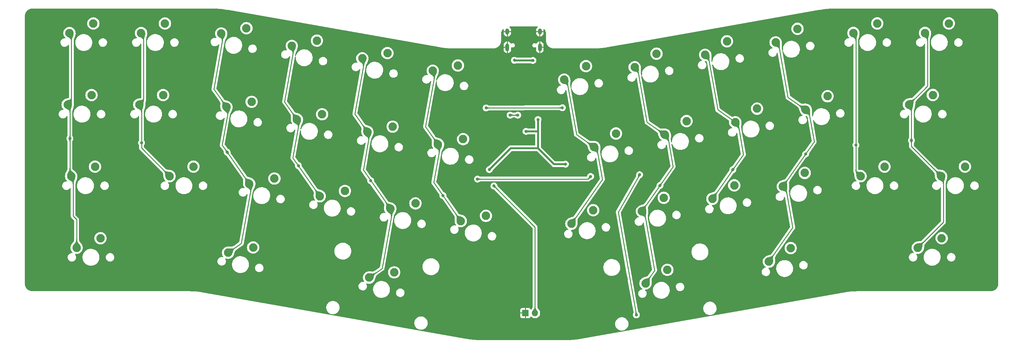
<source format=gbr>
%TF.GenerationSoftware,KiCad,Pcbnew,7.0.6*%
%TF.CreationDate,2024-02-24T13:08:40+01:00*%
%TF.ProjectId,Eliza,456c697a-612e-46b6-9963-61645f706362,rev?*%
%TF.SameCoordinates,Original*%
%TF.FileFunction,Copper,L1,Top*%
%TF.FilePolarity,Positive*%
%FSLAX46Y46*%
G04 Gerber Fmt 4.6, Leading zero omitted, Abs format (unit mm)*
G04 Created by KiCad (PCBNEW 7.0.6) date 2024-02-24 13:08:40*
%MOMM*%
%LPD*%
G01*
G04 APERTURE LIST*
%TA.AperFunction,ComponentPad*%
%ADD10C,2.250000*%
%TD*%
%TA.AperFunction,ComponentPad*%
%ADD11R,1.700000X1.700000*%
%TD*%
%TA.AperFunction,ComponentPad*%
%ADD12O,1.700000X1.700000*%
%TD*%
%TA.AperFunction,ComponentPad*%
%ADD13O,1.000000X2.100000*%
%TD*%
%TA.AperFunction,ComponentPad*%
%ADD14O,1.000000X1.600000*%
%TD*%
%TA.AperFunction,ViaPad*%
%ADD15C,0.800000*%
%TD*%
%TA.AperFunction,Conductor*%
%ADD16C,0.500000*%
%TD*%
%TA.AperFunction,Conductor*%
%ADD17C,0.250000*%
%TD*%
G04 APERTURE END LIST*
D10*
%TO.P,MX22,1,COL*%
%TO.N,col9*%
X228255469Y-89132068D03*
%TO.P,MX22,2,ROW*%
%TO.N,Net-(D11-Pad3)*%
X234067932Y-85527990D03*
%TD*%
%TO.P,MX39,1,COL*%
%TO.N,col7*%
X185624922Y-135336737D03*
%TO.P,MX39,2,ROW*%
%TO.N,Net-(D20-Pad3)*%
X191437385Y-131732659D03*
%TD*%
%TO.P,MX30,1,COL*%
%TO.N,col6*%
X165901408Y-119470648D03*
%TO.P,MX30,2,ROW*%
%TO.N,Net-(D16-Pad2)*%
X171713871Y-115866570D03*
%TD*%
%TO.P,MX27,1,COL*%
%TO.N,col3*%
X98953199Y-112140512D03*
%TO.P,MX27,2,ROW*%
%TO.N,Net-(D14-Pad3)*%
X105647794Y-110741766D03*
%TD*%
%TO.P,MX13,1,COL*%
%TO.N,col0*%
X31870431Y-87761443D03*
%TO.P,MX13,2,ROW*%
%TO.N,Net-(D7-Pad2)*%
X38220431Y-85221443D03*
%TD*%
%TO.P,MX40,1,COL*%
%TO.N,col9*%
X218455952Y-129547742D03*
%TO.P,MX40,2,ROW*%
%TO.N,Net-(D21-Pad2)*%
X224268415Y-125943664D03*
%TD*%
%TO.P,MX11,1,COL*%
%TO.N,col10*%
X240946485Y-68694792D03*
%TO.P,MX11,2,ROW*%
%TO.N,Net-(D6-Pad2)*%
X247296485Y-66154792D03*
%TD*%
%TO.P,MX36,1,COL*%
%TO.N,col0*%
X34255733Y-125863843D03*
%TO.P,MX36,2,ROW*%
%TO.N,Net-(D19-Pad2)*%
X40605733Y-123323843D03*
%TD*%
%TO.P,MX26,1,COL*%
%TO.N,col2*%
X80192611Y-108832514D03*
%TO.P,MX26,2,ROW*%
%TO.N,Net-(D14-Pad2)*%
X86887206Y-107433768D03*
%TD*%
%TO.P,MX14,1,COL*%
%TO.N,col1*%
X50920434Y-87761442D03*
%TO.P,MX14,2,ROW*%
%TO.N,Net-(D7-Pad3)*%
X57270434Y-85221442D03*
%TD*%
%TO.P,MX31,1,COL*%
%TO.N,col7*%
X184661999Y-116162649D03*
%TO.P,MX31,2,ROW*%
%TO.N,Net-(D16-Pad3)*%
X190474462Y-112558571D03*
%TD*%
%TO.P,MX15,1,COL*%
%TO.N,col2*%
X74120315Y-88417931D03*
%TO.P,MX15,2,ROW*%
%TO.N,Net-(D8-Pad2)*%
X80814910Y-87019185D03*
%TD*%
%TO.P,MX21,1,COL*%
%TO.N,col8*%
X209494879Y-92440065D03*
%TO.P,MX21,2,ROW*%
%TO.N,Net-(D11-Pad2)*%
X215307342Y-88835987D03*
%TD*%
%TO.P,MX33,1,COL*%
%TO.N,col9*%
X222183173Y-109546655D03*
%TO.P,MX33,2,ROW*%
%TO.N,Net-(D17-Pad3)*%
X227995636Y-105942577D03*
%TD*%
%TO.P,MX37,1,COL*%
%TO.N,col2*%
X74539543Y-127179603D03*
%TO.P,MX37,2,ROW*%
%TO.N,Net-(D19-Pad3)*%
X81234138Y-125780857D03*
%TD*%
%TO.P,MX23,1,COL*%
%TO.N,col11*%
X255722932Y-87744793D03*
%TO.P,MX23,2,ROW*%
%TO.N,Net-(D12-Pad3)*%
X262072932Y-85204793D03*
%TD*%
%TO.P,MX5,1,COL*%
%TO.N,col4*%
X110259343Y-75446336D03*
%TO.P,MX5,2,ROW*%
%TO.N,Net-(D3-Pad2)*%
X116953938Y-74047590D03*
%TD*%
%TO.P,MX9,1,COL*%
%TO.N,col8*%
X201496737Y-74506476D03*
%TO.P,MX9,2,ROW*%
%TO.N,Net-(D5-Pad2)*%
X207309200Y-70902398D03*
%TD*%
%TO.P,MX19,1,COL*%
%TO.N,col6*%
X171973707Y-99056062D03*
%TO.P,MX19,2,ROW*%
%TO.N,Net-(D10-Pad2)*%
X177786170Y-95451984D03*
%TD*%
%TO.P,MX18,1,COL*%
%TO.N,col5*%
X130402079Y-98341921D03*
%TO.P,MX18,2,ROW*%
%TO.N,Net-(D9-Pad3)*%
X137096674Y-96943175D03*
%TD*%
%TO.P,MX24,1,COL*%
%TO.N,col0*%
X32803884Y-106811443D03*
%TO.P,MX24,2,ROW*%
%TO.N,Net-(D13-Pad2)*%
X39153884Y-104271443D03*
%TD*%
%TO.P,MX10,1,COL*%
%TO.N,col9*%
X220257323Y-71198478D03*
%TO.P,MX10,2,ROW*%
%TO.N,Net-(D5-Pad3)*%
X226069786Y-67594400D03*
%TD*%
%TO.P,MX16,1,COL*%
%TO.N,col3*%
X92880905Y-91725925D03*
%TO.P,MX16,2,ROW*%
%TO.N,Net-(D8-Pad3)*%
X99575500Y-90327179D03*
%TD*%
%TO.P,MX17,1,COL*%
%TO.N,col4*%
X111641491Y-95033922D03*
%TO.P,MX17,2,ROW*%
%TO.N,Net-(D9-Pad2)*%
X118336086Y-93635176D03*
%TD*%
%TO.P,MX29,1,COL*%
%TO.N,col5*%
X136474376Y-118756508D03*
%TO.P,MX29,2,ROW*%
%TO.N,Net-(D15-Pad3)*%
X143168971Y-117357762D03*
%TD*%
%TO.P,MX28,1,COL*%
%TO.N,col4*%
X117713787Y-115448510D03*
%TO.P,MX28,2,ROW*%
%TO.N,Net-(D15-Pad2)*%
X124408382Y-114049764D03*
%TD*%
%TO.P,MX34,1,COL*%
%TO.N,col10*%
X242870534Y-106794791D03*
%TO.P,MX34,2,ROW*%
%TO.N,Net-(D18-Pad2)*%
X249220534Y-104254791D03*
%TD*%
%TO.P,MX7,1,COL*%
%TO.N,col6*%
X163975561Y-81122472D03*
%TO.P,MX7,2,ROW*%
%TO.N,Net-(D4-Pad2)*%
X169788024Y-77518394D03*
%TD*%
%TO.P,MX6,1,COL*%
%TO.N,col5*%
X129019929Y-78754334D03*
%TO.P,MX6,2,ROW*%
%TO.N,Net-(D3-Pad3)*%
X135714524Y-77355588D03*
%TD*%
%TO.P,MX4,1,COL*%
%TO.N,col3*%
X91498754Y-72138338D03*
%TO.P,MX4,2,ROW*%
%TO.N,Net-(D2-Pad3)*%
X98193349Y-70739592D03*
%TD*%
%TO.P,MX25,1,COL*%
%TO.N,col1*%
X58997633Y-106811442D03*
%TO.P,MX25,2,ROW*%
%TO.N,Net-(D13-Pad3)*%
X65347633Y-104271442D03*
%TD*%
%TO.P,MX3,1,COL*%
%TO.N,col2*%
X72738167Y-68830342D03*
%TO.P,MX3,2,ROW*%
%TO.N,Net-(D2-Pad2)*%
X79432762Y-67431596D03*
%TD*%
%TO.P,MX32,1,COL*%
%TO.N,col8*%
X203422585Y-112854653D03*
%TO.P,MX32,2,ROW*%
%TO.N,Net-(D17-Pad2)*%
X209235048Y-109250575D03*
%TD*%
%TO.P,MX2,1,COL*%
%TO.N,col1*%
X51400631Y-68711443D03*
%TO.P,MX2,2,ROW*%
%TO.N,Net-(D1-Pad3)*%
X57750631Y-66171443D03*
%TD*%
%TO.P,MX1,1,COL*%
%TO.N,col0*%
X32350631Y-68711442D03*
%TO.P,MX1,2,ROW*%
%TO.N,Net-(D1-Pad2)*%
X38700631Y-66171442D03*
%TD*%
%TO.P,MX38,1,COL*%
%TO.N,col4*%
X112060717Y-133795597D03*
%TO.P,MX38,2,ROW*%
%TO.N,Net-(D20-Pad2)*%
X118755312Y-132396851D03*
%TD*%
%TO.P,MX41,1,COL*%
%TO.N,col11*%
X258085134Y-125844792D03*
%TO.P,MX41,2,ROW*%
%TO.N,Net-(D21-Pad3)*%
X264435134Y-123304792D03*
%TD*%
%TO.P,MX20,1,COL*%
%TO.N,col7*%
X190734294Y-95748064D03*
%TO.P,MX20,2,ROW*%
%TO.N,Net-(D10-Pad3)*%
X196546757Y-92143986D03*
%TD*%
%TO.P,MX8,1,COL*%
%TO.N,col7*%
X182736148Y-77814472D03*
%TO.P,MX8,2,ROW*%
%TO.N,Net-(D4-Pad3)*%
X188548611Y-74210394D03*
%TD*%
%TO.P,MX12,1,COL*%
%TO.N,col11*%
X259996484Y-68694791D03*
%TO.P,MX12,2,ROW*%
%TO.N,Net-(D6-Pad3)*%
X266346484Y-66154791D03*
%TD*%
%TO.P,MX35,1,COL*%
%TO.N,col11*%
X264282733Y-106794792D03*
%TO.P,MX35,2,ROW*%
%TO.N,Net-(D18-Pad3)*%
X270632733Y-104254792D03*
%TD*%
D11*
%TO.P,RESET,1,1*%
%TO.N,GND*%
X153679004Y-143230695D03*
D12*
%TO.P,RESET,2,2*%
%TO.N,Net-(R6-Pad1)*%
X156219004Y-143230695D03*
%TD*%
D13*
%TO.P,USB1,S1,SHIELD*%
%TO.N,GND*%
X148863131Y-72510591D03*
D14*
X157503131Y-68330591D03*
X148863131Y-68330591D03*
D13*
X157503131Y-72510591D03*
%TD*%
D15*
%TO.N,+5V*%
X157022800Y-91744800D03*
X164338772Y-103623178D03*
X153823171Y-94885579D03*
X144069572Y-105045579D03*
%TO.N,GND*%
X162357572Y-111801979D03*
%TO.N,row0*%
X163501449Y-88606670D03*
X143206132Y-88649556D03*
%TO.N,row1*%
X171005863Y-106886670D03*
X140898698Y-107586571D03*
%TO.N,row3*%
X184049807Y-106417813D03*
X183180413Y-143709538D03*
%TO.N,VCC*%
X150737605Y-75971495D03*
X155665205Y-76022295D03*
%TO.N,col0*%
X32461972Y-96774772D03*
%TO.N,col1*%
X51511972Y-97933578D03*
%TO.N,col2*%
X74290181Y-100402969D03*
%TO.N,col3*%
X93251174Y-103997176D03*
%TO.N,col4*%
X112484145Y-107979807D03*
%TO.N,col5*%
X131717115Y-111962436D03*
%TO.N,col7*%
X189490140Y-109267347D03*
%TO.N,col8*%
X208869561Y-105075566D03*
%TO.N,col9*%
X228228059Y-100913665D03*
%TO.N,col10*%
X241605572Y-98543179D03*
%TO.N,col11*%
X256388371Y-97282771D03*
%TO.N,Net-(R3-Pad2)*%
X151645469Y-90566227D03*
X149604870Y-90557629D03*
%TO.N,Net-(R6-Pad1)*%
X145288772Y-109414379D03*
%TD*%
D16*
%TO.N,+5V*%
X161281178Y-103623178D02*
X164338772Y-103623178D01*
X149749580Y-99365571D02*
X144069572Y-105045579D01*
X157023572Y-94783979D02*
X157023571Y-96307979D01*
X157023571Y-96307979D02*
X157023571Y-99365571D01*
X153823171Y-94885579D02*
X156921972Y-94885579D01*
X157023571Y-99365571D02*
X161281178Y-103623178D01*
X156921972Y-94885579D02*
X157023572Y-94783979D01*
X157023571Y-99365571D02*
X149749580Y-99365571D01*
X157022800Y-91744800D02*
X157023572Y-94783979D01*
D17*
%TO.N,row0*%
X143206132Y-88649556D02*
X163501449Y-88606670D01*
%TO.N,row1*%
X170305962Y-107586571D02*
X171005863Y-106886670D01*
X140898698Y-107586571D02*
X170305962Y-107586571D01*
%TO.N,row3*%
X183180413Y-143709538D02*
X181509172Y-134306379D01*
X178359572Y-116424779D02*
X184049807Y-106417813D01*
X181509172Y-134306379D02*
X178359572Y-116424779D01*
D16*
%TO.N,VCC*%
X155665205Y-76022295D02*
X150788403Y-76022296D01*
X150788403Y-76022296D02*
X150737605Y-75971495D01*
D17*
%TO.N,col0*%
X34255733Y-118370939D02*
X33325572Y-117440778D01*
X33325572Y-117440778D02*
X33325572Y-107333131D01*
X31870432Y-87842438D02*
X32461972Y-88433978D01*
X32350631Y-68711442D02*
X32868371Y-69229184D01*
X32461972Y-88433978D02*
X32461972Y-96774772D01*
X32461972Y-106469532D02*
X32803884Y-106811444D01*
X31870431Y-87761443D02*
X31870432Y-87842438D01*
X34255733Y-125863843D02*
X34255733Y-118370939D01*
X33325572Y-107333131D02*
X32803884Y-106811444D01*
X32803884Y-106811444D02*
X32754636Y-106811445D01*
X32868372Y-86249579D02*
X31870431Y-87247518D01*
X32754636Y-106811445D02*
X32360372Y-106417179D01*
X31870431Y-87247518D02*
X31870431Y-87761443D01*
X32868371Y-69229184D02*
X32868372Y-86249579D01*
X32461972Y-96774772D02*
X32461972Y-106469532D01*
%TO.N,col1*%
X51511970Y-99325782D02*
X51511971Y-88352978D01*
X51511971Y-88352978D02*
X50920434Y-87761441D01*
X50920434Y-87761441D02*
X52070771Y-86611103D01*
X52070771Y-69381586D02*
X51400631Y-68711443D01*
X58997633Y-106811443D02*
X51511970Y-99325782D01*
X52070771Y-86611103D02*
X52070771Y-69381586D01*
%TO.N,col2*%
X70771870Y-83635854D02*
X73252868Y-69565412D01*
X74539543Y-127179602D02*
X78077321Y-124702423D01*
X74290181Y-100402969D02*
X72991319Y-98548005D01*
X78077321Y-124702423D02*
X80738221Y-109611721D01*
X73252868Y-69565412D02*
X72738167Y-68830343D01*
X74645320Y-89167713D02*
X74120312Y-88417928D01*
X72991319Y-98548005D02*
X74645320Y-89167713D01*
X80192611Y-108832514D02*
X74290181Y-100402969D01*
X74120312Y-88417928D02*
X70771870Y-83635854D01*
%TO.N,col3*%
X89573665Y-87002696D02*
X92054663Y-72932259D01*
X91793115Y-101914853D02*
X93447113Y-92534555D01*
X92880904Y-91725926D02*
X89573665Y-87002696D01*
X93447113Y-92534555D02*
X92880904Y-91725926D01*
X98953200Y-112140513D02*
X91793115Y-101914853D01*
X92054663Y-72932259D02*
X91498753Y-72138335D01*
%TO.N,col4*%
X111641491Y-95033922D02*
X108293045Y-90251850D01*
X112060718Y-133795598D02*
X115539647Y-131359624D01*
X115539647Y-131359624D02*
X118218187Y-116168869D01*
X117713786Y-115448510D02*
X110512495Y-105164001D01*
X110512495Y-105164001D02*
X112166494Y-95783707D01*
X108293045Y-90251850D02*
X110774045Y-76181407D01*
X110774045Y-76181407D02*
X110259344Y-75446337D01*
X118218187Y-116168869D02*
X117713786Y-115448510D01*
%TO.N,col5*%
X136474376Y-118756509D02*
X129273084Y-108471997D01*
X129575839Y-79548257D02*
X129019928Y-78754335D01*
X129273084Y-108471997D02*
X130927083Y-99091705D01*
X130927083Y-99091705D02*
X130402079Y-98341921D01*
X127094840Y-93618696D02*
X129575839Y-79548257D01*
X130402079Y-98341921D02*
X127094840Y-93618696D01*
%TO.N,col6*%
X172728342Y-99584464D02*
X171973707Y-99056063D01*
X171973707Y-99056063D02*
X167255334Y-95752221D01*
X164774335Y-81681779D02*
X163975560Y-81122472D01*
X174156106Y-107681716D02*
X172728342Y-99584464D01*
X165901409Y-119470647D02*
X174156106Y-107681716D01*
X167255334Y-95752221D02*
X164774335Y-81681779D01*
%TO.N,col7*%
X192957900Y-104314870D02*
X189490140Y-109267347D01*
X184661999Y-116162648D02*
X189490140Y-109267347D01*
X185387209Y-116670446D02*
X184661999Y-116162648D01*
X190734294Y-95748064D02*
X191547779Y-96317673D01*
X186015920Y-92444223D02*
X183534923Y-78373782D01*
X185624922Y-135336736D02*
X188064294Y-131852952D01*
X190734294Y-95748064D02*
X186015920Y-92444223D01*
X188064294Y-131852952D02*
X185387209Y-116670446D01*
X191547779Y-96317673D02*
X192957900Y-104314870D01*
X183534923Y-78373782D02*
X182736148Y-77814474D01*
%TO.N,col8*%
X204835358Y-89177431D02*
X210249517Y-92968468D01*
X210249517Y-92968468D02*
X211677282Y-101065723D01*
X203422586Y-112854653D02*
X208869561Y-105075566D01*
X201496736Y-74506476D02*
X202354360Y-75106992D01*
X211677282Y-101065723D02*
X208869561Y-105075566D01*
X202354360Y-75106992D02*
X204835358Y-89177431D01*
%TO.N,col9*%
X230520284Y-97640027D02*
X229127804Y-89742885D01*
X228255469Y-89132069D02*
X223537096Y-85828229D01*
X222183171Y-109546655D02*
X230520284Y-97640027D01*
X221056099Y-71757786D02*
X220257323Y-71198478D01*
X224799678Y-120487961D02*
X222967235Y-110095661D01*
X223537096Y-85828229D02*
X221056099Y-71757786D01*
X229127804Y-89742885D02*
X228255469Y-89132069D01*
X222967235Y-110095661D02*
X222183171Y-109546655D01*
X218455952Y-129547741D02*
X224799678Y-120487961D01*
%TO.N,col10*%
X241605571Y-105529831D02*
X241605572Y-69353880D01*
X242870534Y-106794792D02*
X241605571Y-105529831D01*
X241605572Y-69353880D02*
X240946484Y-68694792D01*
%TO.N,col11*%
X264871972Y-119057955D02*
X264871972Y-107384031D01*
X258085134Y-125844792D02*
X264871972Y-119057955D01*
X256388371Y-96561979D02*
X256388372Y-88410233D01*
X264282734Y-106794790D02*
X256388371Y-98900429D01*
X256388371Y-97282771D02*
X256388371Y-96561979D01*
X256388371Y-98900429D02*
X256388371Y-97282771D01*
X255722932Y-87744793D02*
X260655572Y-82812153D01*
X264871972Y-107384031D02*
X264282734Y-106794790D01*
X260655572Y-82812153D02*
X260655572Y-69353878D01*
X260655572Y-69353878D02*
X259996484Y-68694791D01*
X256388372Y-88410233D02*
X255722932Y-87744793D01*
%TO.N,Net-(R3-Pad2)*%
X151636871Y-90557627D02*
X151645469Y-90566227D01*
X149604870Y-90557629D02*
X151636871Y-90557627D01*
%TO.N,Net-(R6-Pad1)*%
X156219004Y-120344611D02*
X156219002Y-143230692D01*
X145288772Y-109414379D02*
X156219004Y-120344611D01*
%TD*%
%TA.AperFunction,Conductor*%
%TO.N,+5V*%
G36*
X157030862Y-91553245D02*
G01*
X157031185Y-91553568D01*
X157377290Y-91913292D01*
X157380557Y-91921630D01*
X157379472Y-91926328D01*
X157355490Y-91978016D01*
X157333045Y-92032346D01*
X157333045Y-92032347D01*
X157315048Y-92083967D01*
X157300995Y-92134902D01*
X157290428Y-92187047D01*
X157282858Y-92242384D01*
X157277809Y-92302861D01*
X157274802Y-92370444D01*
X157273358Y-92447083D01*
X157273047Y-92523085D01*
X157269586Y-92531344D01*
X157261350Y-92534737D01*
X156784650Y-92534859D01*
X156776376Y-92531434D01*
X156772947Y-92523213D01*
X156772946Y-92523085D01*
X156772597Y-92447211D01*
X156771114Y-92370572D01*
X156768073Y-92302990D01*
X156762993Y-92242510D01*
X156755395Y-92187176D01*
X156755367Y-92187040D01*
X156744798Y-92135026D01*
X156740203Y-92118405D01*
X156730726Y-92084122D01*
X156727226Y-92074099D01*
X156712700Y-92032500D01*
X156690228Y-91978185D01*
X156666219Y-91926510D01*
X156665841Y-91917563D01*
X156668393Y-91913474D01*
X157014320Y-91553571D01*
X157022522Y-91549982D01*
X157030862Y-91553245D01*
G37*
%TD.AperFunction*%
%TD*%
%TA.AperFunction,Conductor*%
%TO.N,col10*%
G36*
X240631803Y-68241806D02*
G01*
X240661950Y-68251292D01*
X242062966Y-68692112D01*
X242069829Y-68697864D01*
X242071146Y-68703715D01*
X242061946Y-68947269D01*
X242061908Y-68947753D01*
X242036057Y-69160794D01*
X242035978Y-69161272D01*
X241997886Y-69345826D01*
X241997794Y-69346207D01*
X241951482Y-69513159D01*
X241901027Y-69673122D01*
X241850572Y-69836581D01*
X241804209Y-70014205D01*
X241804209Y-70014206D01*
X241766025Y-70216689D01*
X241740116Y-70454684D01*
X241740116Y-70454685D01*
X241730950Y-70727571D01*
X241727248Y-70735724D01*
X241719257Y-70738878D01*
X241491486Y-70738878D01*
X241483213Y-70735451D01*
X241479815Y-70727991D01*
X241466412Y-70535209D01*
X241425467Y-70370949D01*
X241360035Y-70239495D01*
X241272414Y-70134246D01*
X241164903Y-70048598D01*
X241102351Y-70012275D01*
X241039801Y-69975952D01*
X241039800Y-69975952D01*
X240899405Y-69909704D01*
X240746016Y-69843253D01*
X240582054Y-69770052D01*
X240581813Y-69769938D01*
X240416984Y-69687121D01*
X240411130Y-69680344D01*
X240410658Y-69674994D01*
X240616714Y-68251290D01*
X240621290Y-68243595D01*
X240629969Y-68241389D01*
X240631803Y-68241806D01*
G37*
%TD.AperFunction*%
%TD*%
%TA.AperFunction,Conductor*%
%TO.N,col3*%
G36*
X93299232Y-91574224D02*
G01*
X93299232Y-91574226D01*
X93980760Y-91917226D01*
X93986609Y-91924006D01*
X93986946Y-91930100D01*
X93937402Y-92164192D01*
X93937296Y-92164616D01*
X93878323Y-92367161D01*
X93878186Y-92367576D01*
X93813367Y-92540842D01*
X93813233Y-92541170D01*
X93768845Y-92640931D01*
X93744227Y-92696260D01*
X93672795Y-92843995D01*
X93600767Y-92995113D01*
X93529902Y-93160507D01*
X93461957Y-93351071D01*
X93398692Y-93577698D01*
X93391915Y-93610325D01*
X93344174Y-93840167D01*
X93339137Y-93847571D01*
X93330687Y-93849310D01*
X93106396Y-93809762D01*
X93098844Y-93804951D01*
X93096791Y-93797033D01*
X93116187Y-93610326D01*
X93103772Y-93446034D01*
X93061764Y-93309224D01*
X93061764Y-93309223D01*
X92993507Y-93194127D01*
X92993505Y-93194125D01*
X92993504Y-93194123D01*
X92902335Y-93094959D01*
X92791598Y-93005962D01*
X92791596Y-93005960D01*
X92791594Y-93005959D01*
X92791590Y-93005956D01*
X92664635Y-92921358D01*
X92524790Y-92835376D01*
X92375403Y-92742245D01*
X92307940Y-92696260D01*
X92226767Y-92640929D01*
X92221862Y-92633439D01*
X92222094Y-92628099D01*
X92352528Y-92164417D01*
X92615366Y-91230048D01*
X93299232Y-91574224D01*
G37*
%TD.AperFunction*%
%TD*%
%TA.AperFunction,Conductor*%
%TO.N,col11*%
G36*
X257229830Y-86076784D02*
G01*
X257390940Y-86237894D01*
X257394367Y-86246167D01*
X257391379Y-86253976D01*
X257220409Y-86444711D01*
X257220405Y-86444716D01*
X257095542Y-86627854D01*
X257013874Y-86800072D01*
X256965087Y-86966313D01*
X256938883Y-87131466D01*
X256924940Y-87300513D01*
X256912953Y-87478355D01*
X256892634Y-87669701D01*
X256892568Y-87670151D01*
X256853658Y-87879876D01*
X256853523Y-87880443D01*
X256841334Y-87922366D01*
X256841333Y-87922368D01*
X256841334Y-87922368D01*
X256841333Y-87922370D01*
X256785625Y-88113990D01*
X255325185Y-88142540D01*
X255353566Y-86690701D01*
X255357154Y-86682499D01*
X255361995Y-86679698D01*
X255587298Y-86614195D01*
X255587825Y-86614070D01*
X255758800Y-86582348D01*
X255797572Y-86575155D01*
X255798019Y-86575089D01*
X255989370Y-86554771D01*
X256167211Y-86542784D01*
X256336251Y-86528842D01*
X256336256Y-86528841D01*
X256336258Y-86528841D01*
X256501410Y-86502636D01*
X256501411Y-86502635D01*
X256501421Y-86502634D01*
X256667650Y-86453851D01*
X256839868Y-86372183D01*
X257023007Y-86247319D01*
X257213748Y-86076344D01*
X257222195Y-86073374D01*
X257229830Y-86076784D01*
G37*
%TD.AperFunction*%
%TD*%
%TA.AperFunction,Conductor*%
%TO.N,col2*%
G36*
X79014166Y-106930535D02*
G01*
X79172319Y-107132034D01*
X79172321Y-107132036D01*
X79172322Y-107132037D01*
X79330994Y-107286802D01*
X79330996Y-107286804D01*
X79486409Y-107397132D01*
X79486410Y-107397132D01*
X79486414Y-107397135D01*
X79641647Y-107474043D01*
X79799756Y-107528534D01*
X79963806Y-107571618D01*
X79963807Y-107571618D01*
X80136865Y-107614305D01*
X80321774Y-107667539D01*
X80322193Y-107667676D01*
X80521992Y-107742422D01*
X80522520Y-107742651D01*
X80733013Y-107846275D01*
X80738922Y-107853004D01*
X80739405Y-107858578D01*
X80714599Y-108017350D01*
X80515247Y-109293287D01*
X79692018Y-109131478D01*
X79692019Y-109131478D01*
X79692017Y-109131477D01*
X79692018Y-109131477D01*
X79090395Y-109013226D01*
X79082939Y-109008268D01*
X79081021Y-109003012D01*
X79080596Y-108999110D01*
X79055636Y-108769758D01*
X79055604Y-108769202D01*
X79053702Y-108555864D01*
X79053714Y-108555470D01*
X79066935Y-108363477D01*
X79086012Y-108186256D01*
X79101635Y-108017363D01*
X79101635Y-108017360D01*
X79101636Y-108017350D01*
X79104507Y-107850151D01*
X79085329Y-107677971D01*
X79034810Y-107494198D01*
X79034808Y-107494193D01*
X78943643Y-107292154D01*
X78940315Y-107286802D01*
X78808388Y-107074622D01*
X78806930Y-107065787D01*
X78811611Y-107058862D01*
X78998253Y-106928174D01*
X79006994Y-106926237D01*
X79014166Y-106930535D01*
G37*
%TD.AperFunction*%
%TD*%
%TA.AperFunction,Conductor*%
%TO.N,col1*%
G36*
X52045431Y-87761441D02*
G01*
X52034007Y-88020149D01*
X52033954Y-88020715D01*
X52002992Y-88238399D01*
X52002885Y-88238954D01*
X51957261Y-88427056D01*
X51957136Y-88427494D01*
X51901654Y-88597318D01*
X51841201Y-88759860D01*
X51780752Y-88925980D01*
X51725200Y-89106782D01*
X51725200Y-89106781D01*
X51679451Y-89313324D01*
X51679450Y-89313329D01*
X51679450Y-89313331D01*
X51648406Y-89556701D01*
X51648406Y-89556706D01*
X51637411Y-89836735D01*
X51633662Y-89844867D01*
X51625720Y-89847976D01*
X51397911Y-89847976D01*
X51389638Y-89844549D01*
X51386237Y-89837061D01*
X51372746Y-89636204D01*
X51331629Y-89465220D01*
X51331628Y-89465219D01*
X51331628Y-89465216D01*
X51265958Y-89327893D01*
X51254408Y-89313331D01*
X51178066Y-89217080D01*
X51070294Y-89125656D01*
X51070292Y-89125654D01*
X51070290Y-89125653D01*
X50944974Y-89046481D01*
X50804455Y-88972430D01*
X50651061Y-88896361D01*
X50487266Y-88811212D01*
X50487021Y-88811077D01*
X50322296Y-88713939D01*
X50316911Y-88706786D01*
X50316808Y-88701376D01*
X50521407Y-87761442D01*
X50531356Y-87715738D01*
X50531356Y-87715730D01*
X50625694Y-87282345D01*
X52045431Y-87761441D01*
G37*
%TD.AperFunction*%
%TD*%
%TA.AperFunction,Conductor*%
%TO.N,col5*%
G36*
X129223634Y-96439943D02*
G01*
X129381787Y-96641442D01*
X129381789Y-96641444D01*
X129381790Y-96641445D01*
X129540462Y-96796210D01*
X129540464Y-96796212D01*
X129695878Y-96906540D01*
X129695879Y-96906540D01*
X129695883Y-96906543D01*
X129851115Y-96983450D01*
X130009224Y-97037941D01*
X130173275Y-97081025D01*
X130346333Y-97123712D01*
X130531242Y-97176947D01*
X130531661Y-97177084D01*
X130731460Y-97251829D01*
X130731988Y-97252058D01*
X130942481Y-97355682D01*
X130948390Y-97362411D01*
X130948873Y-97367985D01*
X130822527Y-98176647D01*
X130822528Y-98176647D01*
X130724715Y-98802694D01*
X129887983Y-98638230D01*
X129299863Y-98522633D01*
X129292407Y-98517675D01*
X129290489Y-98512419D01*
X129290064Y-98508517D01*
X129265104Y-98279165D01*
X129265072Y-98278609D01*
X129264301Y-98192097D01*
X129263170Y-98065272D01*
X129263182Y-98064878D01*
X129276403Y-97872885D01*
X129295480Y-97695664D01*
X129311103Y-97526770D01*
X129311103Y-97526767D01*
X129311104Y-97526757D01*
X129313975Y-97359558D01*
X129301987Y-97251931D01*
X129294798Y-97187385D01*
X129294797Y-97187382D01*
X129294797Y-97187379D01*
X129244278Y-97003606D01*
X129235183Y-96983450D01*
X129153111Y-96801562D01*
X129149783Y-96796210D01*
X129017856Y-96584030D01*
X129016398Y-96575195D01*
X129021079Y-96568270D01*
X129207721Y-96437582D01*
X129216462Y-96435645D01*
X129223634Y-96439943D01*
G37*
%TD.AperFunction*%
%TD*%
%TA.AperFunction,Conductor*%
%TO.N,col4*%
G36*
X110463045Y-93131944D02*
G01*
X110621198Y-93333443D01*
X110621200Y-93333445D01*
X110621201Y-93333446D01*
X110779873Y-93488211D01*
X110779875Y-93488213D01*
X110935289Y-93598541D01*
X110935290Y-93598541D01*
X110935294Y-93598544D01*
X111090526Y-93675451D01*
X111248635Y-93729942D01*
X111412686Y-93773026D01*
X111585744Y-93815713D01*
X111770653Y-93868948D01*
X111771072Y-93869085D01*
X111970871Y-93943830D01*
X111971399Y-93944059D01*
X112181892Y-94047683D01*
X112187801Y-94054412D01*
X112188284Y-94059986D01*
X112061938Y-94868647D01*
X112061939Y-94868647D01*
X111964127Y-95494694D01*
X111127394Y-95330231D01*
X110539276Y-95214635D01*
X110531819Y-95209677D01*
X110529901Y-95204421D01*
X110529476Y-95200519D01*
X110504516Y-94971167D01*
X110504484Y-94970611D01*
X110503713Y-94884097D01*
X110502582Y-94757273D01*
X110502594Y-94756879D01*
X110515814Y-94564886D01*
X110534891Y-94387665D01*
X110550514Y-94218772D01*
X110550514Y-94218769D01*
X110550515Y-94218759D01*
X110553386Y-94051560D01*
X110534209Y-93879380D01*
X110483690Y-93695607D01*
X110474595Y-93675451D01*
X110392523Y-93493563D01*
X110389195Y-93488211D01*
X110257267Y-93276031D01*
X110255809Y-93267196D01*
X110260490Y-93260271D01*
X110447132Y-93129583D01*
X110455873Y-93127646D01*
X110463045Y-93131944D01*
G37*
%TD.AperFunction*%
%TD*%
%TA.AperFunction,Conductor*%
%TO.N,row3*%
G36*
X184145906Y-106248345D02*
G01*
X184151541Y-106255305D01*
X184151663Y-106255746D01*
X184274497Y-106739181D01*
X184273213Y-106748043D01*
X184269507Y-106751889D01*
X184210483Y-106790032D01*
X184210226Y-106790189D01*
X184150241Y-106824699D01*
X184150241Y-106824700D01*
X184095204Y-106854091D01*
X184044246Y-106881285D01*
X183996364Y-106909282D01*
X183996360Y-106909285D01*
X183996361Y-106909284D01*
X183950559Y-106941078D01*
X183950556Y-106941080D01*
X183905810Y-106979691D01*
X183861134Y-107028104D01*
X183815524Y-107089318D01*
X183773899Y-107156737D01*
X183766637Y-107161976D01*
X183758161Y-107160761D01*
X183751084Y-107156737D01*
X183560458Y-107048342D01*
X183554960Y-107041273D01*
X183555867Y-107032760D01*
X183592523Y-106962512D01*
X183621808Y-106892011D01*
X183640568Y-106828864D01*
X183650868Y-106770674D01*
X183654773Y-106715045D01*
X183654350Y-106659580D01*
X183651663Y-106601883D01*
X183648778Y-106539557D01*
X183647763Y-106470344D01*
X183647765Y-106470078D01*
X183650367Y-106399828D01*
X183654098Y-106391688D01*
X183658735Y-106389044D01*
X184137003Y-106247409D01*
X184145906Y-106248345D01*
G37*
%TD.AperFunction*%
%TD*%
%TA.AperFunction,Conductor*%
%TO.N,col0*%
G36*
X33342312Y-106600125D02*
G01*
X33342312Y-106600126D01*
X33342313Y-106600127D01*
X33920726Y-106808504D01*
X33927348Y-106814532D01*
X33928445Y-106820101D01*
X33915506Y-107076289D01*
X33915437Y-107076937D01*
X33879190Y-107299108D01*
X33879051Y-107299739D01*
X33825636Y-107491141D01*
X33825475Y-107491631D01*
X33760566Y-107663883D01*
X33760466Y-107664129D01*
X33689727Y-107828806D01*
X33618934Y-107997285D01*
X33618934Y-107997286D01*
X33553889Y-108180928D01*
X33500317Y-108391283D01*
X33500314Y-108391303D01*
X33463964Y-108639852D01*
X33463963Y-108639864D01*
X33451074Y-108926956D01*
X33447280Y-108935067D01*
X33439386Y-108938131D01*
X33211536Y-108938131D01*
X33203263Y-108934704D01*
X33199861Y-108927189D01*
X33186280Y-108718084D01*
X33145008Y-108540211D01*
X33079164Y-108396832D01*
X33079161Y-108396828D01*
X33079159Y-108396824D01*
X32991155Y-108280271D01*
X32991153Y-108280269D01*
X32883392Y-108182851D01*
X32883389Y-108182848D01*
X32883385Y-108182845D01*
X32883379Y-108182841D01*
X32883369Y-108182833D01*
X32758261Y-108096879D01*
X32618196Y-108014699D01*
X32465590Y-107928620D01*
X32303007Y-107831059D01*
X32302708Y-107830867D01*
X32139389Y-107718861D01*
X32134504Y-107711356D01*
X32134780Y-107705915D01*
X32147088Y-107664013D01*
X32197793Y-107491390D01*
X32544056Y-106312549D01*
X33342312Y-106600125D01*
G37*
%TD.AperFunction*%
%TD*%
%TA.AperFunction,Conductor*%
%TO.N,col5*%
G36*
X128773318Y-78261451D02*
G01*
X130119820Y-78945614D01*
X130125643Y-78952417D01*
X130125963Y-78958482D01*
X130075892Y-79193587D01*
X130075780Y-79194027D01*
X130015728Y-79397174D01*
X130015583Y-79397603D01*
X129949255Y-79571244D01*
X129949113Y-79571583D01*
X129908417Y-79660853D01*
X129878328Y-79726854D01*
X129804968Y-79874708D01*
X129731008Y-80025961D01*
X129658346Y-80191597D01*
X129588879Y-80382605D01*
X129524505Y-80609970D01*
X129524504Y-80609977D01*
X129524504Y-80609976D01*
X129469438Y-80873581D01*
X129464392Y-80880979D01*
X129455953Y-80882711D01*
X129446130Y-80880979D01*
X129231654Y-80843161D01*
X129224102Y-80838350D01*
X129222049Y-80830425D01*
X129241660Y-80642443D01*
X129241659Y-80642437D01*
X129241660Y-80642435D01*
X129236067Y-80566886D01*
X129229420Y-80477092D01*
X129187555Y-80339355D01*
X129119426Y-80223371D01*
X129028390Y-80123277D01*
X128917808Y-80033213D01*
X128917801Y-80033208D01*
X128917796Y-80033204D01*
X128791038Y-79947317D01*
X128651440Y-79859728D01*
X128502372Y-79764586D01*
X128354091Y-79660853D01*
X128349277Y-79653303D01*
X128349576Y-79647956D01*
X128756804Y-78268570D01*
X128762432Y-78261608D01*
X128771337Y-78260664D01*
X128773318Y-78261451D01*
G37*
%TD.AperFunction*%
%TD*%
%TA.AperFunction,Conductor*%
%TO.N,col4*%
G36*
X118135196Y-115277078D02*
G01*
X118135196Y-115277080D01*
X118813883Y-115639690D01*
X118819565Y-115646611D01*
X118819797Y-115652515D01*
X118766858Y-115893941D01*
X118766721Y-115894455D01*
X118701056Y-116101741D01*
X118700873Y-116102238D01*
X118626892Y-116278518D01*
X118626712Y-116278906D01*
X118552842Y-116424162D01*
X118546863Y-116435919D01*
X118463727Y-116585094D01*
X118379975Y-116737761D01*
X118298185Y-116905433D01*
X118258844Y-117004328D01*
X118220938Y-117099616D01*
X118220938Y-117099617D01*
X118220935Y-117099625D01*
X118193472Y-117190561D01*
X118150802Y-117331850D01*
X118150802Y-117331851D01*
X118092732Y-117602594D01*
X118087646Y-117609964D01*
X118079260Y-117611662D01*
X117854927Y-117572106D01*
X117847375Y-117567295D01*
X117845325Y-117559343D01*
X117866301Y-117362949D01*
X117855040Y-117190563D01*
X117829013Y-117099625D01*
X117813859Y-117046677D01*
X117813856Y-117046670D01*
X117813856Y-117046669D01*
X117746228Y-116924884D01*
X117655631Y-116818828D01*
X117545544Y-116722118D01*
X117419442Y-116628373D01*
X117280803Y-116531210D01*
X117133214Y-116424328D01*
X117133012Y-116424175D01*
X116986407Y-116306396D01*
X116982104Y-116298543D01*
X116982771Y-116293190D01*
X117188061Y-115742534D01*
X117490084Y-114932407D01*
X118135196Y-115277078D01*
G37*
%TD.AperFunction*%
%TD*%
%TA.AperFunction,Conductor*%
%TO.N,Net-(R6-Pad1)*%
G36*
X156341164Y-141544120D02*
G01*
X156344575Y-141551789D01*
X156354302Y-141740083D01*
X156354304Y-141740092D01*
X156383475Y-141903566D01*
X156428916Y-142038967D01*
X156488023Y-142154145D01*
X156558197Y-142256952D01*
X156636834Y-142355236D01*
X156636834Y-142355237D01*
X156721335Y-142456853D01*
X156808971Y-142569486D01*
X156809212Y-142569820D01*
X156897370Y-142701253D01*
X156897649Y-142701713D01*
X156979900Y-142852659D01*
X156980849Y-142861563D01*
X156978059Y-142866367D01*
X156227437Y-143646924D01*
X156219233Y-143650512D01*
X156210894Y-143647247D01*
X156210571Y-143646924D01*
X155459947Y-142866370D01*
X155456682Y-142858031D01*
X155458105Y-142852663D01*
X155540359Y-142701709D01*
X155540635Y-142701256D01*
X155628792Y-142569823D01*
X155629022Y-142569503D01*
X155716669Y-142456855D01*
X155801170Y-142355239D01*
X155879808Y-142256953D01*
X155949981Y-142154146D01*
X156009088Y-142038967D01*
X156054529Y-141903566D01*
X156083700Y-141740091D01*
X156083700Y-141740086D01*
X156083701Y-141740082D01*
X156088042Y-141656054D01*
X156093429Y-141551787D01*
X156097278Y-141543704D01*
X156105112Y-141540693D01*
X156332893Y-141540693D01*
X156341164Y-141544120D01*
G37*
%TD.AperFunction*%
%TD*%
%TA.AperFunction,Conductor*%
%TO.N,col8*%
G36*
X202595574Y-74310192D02*
G01*
X202603454Y-74314444D01*
X202605959Y-74320145D01*
X202639695Y-74551753D01*
X202639738Y-74552135D01*
X202647894Y-74655105D01*
X202656052Y-74758101D01*
X202656068Y-74758461D01*
X202658501Y-74939431D01*
X202658497Y-74939744D01*
X202651866Y-75105332D01*
X202640982Y-75264934D01*
X202630682Y-75427848D01*
X202625796Y-75603516D01*
X202631153Y-75801389D01*
X202651582Y-76030909D01*
X202690236Y-76290253D01*
X202688066Y-76298941D01*
X202680696Y-76303500D01*
X202456424Y-76343045D01*
X202447681Y-76341107D01*
X202443050Y-76334392D01*
X202398653Y-76158684D01*
X202339863Y-76030910D01*
X202332006Y-76013832D01*
X202332005Y-76013830D01*
X202332003Y-76013826D01*
X202246995Y-75904169D01*
X202224335Y-75886276D01*
X202144868Y-75823526D01*
X202144865Y-75823524D01*
X202144862Y-75823522D01*
X202026838Y-75765693D01*
X202026839Y-75765693D01*
X201894146Y-75724489D01*
X201748044Y-75693727D01*
X201589741Y-75667206D01*
X201420476Y-75638740D01*
X201249703Y-75603816D01*
X201242284Y-75598801D01*
X201240439Y-75593815D01*
X201061155Y-74167414D01*
X201063524Y-74158780D01*
X201071305Y-74154348D01*
X201073954Y-74154318D01*
X202595574Y-74310192D01*
G37*
%TD.AperFunction*%
%TD*%
%TA.AperFunction,Conductor*%
%TO.N,col7*%
G36*
X185769907Y-115967295D02*
G01*
X185793935Y-116146157D01*
X185793935Y-116146161D01*
X185803891Y-116220275D01*
X185803938Y-116220800D01*
X185813333Y-116437370D01*
X185813333Y-116437896D01*
X185804474Y-116628270D01*
X185804439Y-116628693D01*
X185783591Y-116803006D01*
X185757027Y-116971103D01*
X185731077Y-117142679D01*
X185712045Y-117327640D01*
X185712046Y-117327639D01*
X185712045Y-117327645D01*
X185709603Y-117415180D01*
X185706234Y-117535906D01*
X185719948Y-117777359D01*
X185757941Y-118050764D01*
X185755685Y-118059430D01*
X185748384Y-118063896D01*
X185524052Y-118103452D01*
X185515309Y-118101514D01*
X185510664Y-118094745D01*
X185463409Y-117904050D01*
X185394078Y-117746771D01*
X185382022Y-117730219D01*
X185306391Y-117626380D01*
X185306387Y-117626375D01*
X185201436Y-117535740D01*
X185201434Y-117535738D01*
X185201433Y-117535738D01*
X185080301Y-117467717D01*
X184944082Y-117415180D01*
X184793869Y-117370995D01*
X184630752Y-117328027D01*
X184629364Y-117327639D01*
X184455973Y-117279183D01*
X184455696Y-117279099D01*
X184278178Y-117219879D01*
X184271415Y-117214010D01*
X184270181Y-117208759D01*
X184270303Y-117142680D01*
X184270926Y-116803006D01*
X184272847Y-115756489D01*
X185769907Y-115967295D01*
G37*
%TD.AperFunction*%
%TD*%
%TA.AperFunction,Conductor*%
%TO.N,col9*%
G36*
X223377529Y-107642315D02*
G01*
X223564168Y-107773003D01*
X223568979Y-107780554D01*
X223567393Y-107788764D01*
X223432141Y-108006289D01*
X223340970Y-108208340D01*
X223290451Y-108392112D01*
X223271274Y-108564292D01*
X223274146Y-108731490D01*
X223289770Y-108900396D01*
X223308847Y-109077617D01*
X223322065Y-109269574D01*
X223322079Y-109270028D01*
X223320177Y-109483341D01*
X223320143Y-109483923D01*
X223315504Y-109526529D01*
X223315504Y-109526536D01*
X223315505Y-109526536D01*
X223315505Y-109526538D01*
X223293832Y-109725706D01*
X221860538Y-110007428D01*
X221636377Y-108572719D01*
X221638486Y-108564017D01*
X221642767Y-108560418D01*
X221853267Y-108456789D01*
X221853781Y-108456567D01*
X222053595Y-108381816D01*
X222053997Y-108381684D01*
X222238916Y-108328446D01*
X222411974Y-108285759D01*
X222576025Y-108242675D01*
X222734134Y-108188184D01*
X222889367Y-108111276D01*
X223044787Y-108000943D01*
X223203462Y-107846175D01*
X223361615Y-107644675D01*
X223369419Y-107640284D01*
X223377529Y-107642315D01*
G37*
%TD.AperFunction*%
%TD*%
%TA.AperFunction,Conductor*%
%TO.N,col7*%
G36*
X182333592Y-77438173D02*
G01*
X183835115Y-77618047D01*
X183842920Y-77622433D01*
X183845308Y-77628035D01*
X183878645Y-77865305D01*
X183878691Y-77865752D01*
X183891945Y-78076524D01*
X183891956Y-78076972D01*
X183889389Y-78262240D01*
X183889373Y-78262604D01*
X183876444Y-78432182D01*
X183876445Y-78432182D01*
X183858615Y-78595689D01*
X183841382Y-78762582D01*
X183830231Y-78942509D01*
X183830645Y-79145114D01*
X183848109Y-79380044D01*
X183886485Y-79645719D01*
X183884276Y-79654397D01*
X183876937Y-79658914D01*
X183652639Y-79698464D01*
X183643896Y-79696526D01*
X183639257Y-79689784D01*
X183631034Y-79656945D01*
X183593594Y-79507434D01*
X183525750Y-79357074D01*
X183439534Y-79242672D01*
X183439529Y-79242668D01*
X183439527Y-79242665D01*
X183336109Y-79157626D01*
X183336101Y-79157621D01*
X183216615Y-79095317D01*
X183140761Y-79069261D01*
X183082238Y-79049158D01*
X183082230Y-79049156D01*
X183082224Y-79049154D01*
X182934122Y-79012533D01*
X182773429Y-78978840D01*
X182601319Y-78941473D01*
X182427095Y-78895955D01*
X182419956Y-78890548D01*
X182418379Y-78885431D01*
X182410001Y-78762582D01*
X182320530Y-77450586D01*
X182323386Y-77442100D01*
X182331407Y-77438118D01*
X182333592Y-77438173D01*
G37*
%TD.AperFunction*%
%TD*%
%TA.AperFunction,Conductor*%
%TO.N,col11*%
G36*
X262791917Y-105126342D02*
G01*
X262972143Y-105287891D01*
X262982658Y-105297316D01*
X263165797Y-105422180D01*
X263338016Y-105503849D01*
X263504245Y-105552632D01*
X263504254Y-105552633D01*
X263504256Y-105552634D01*
X263669407Y-105578838D01*
X263669408Y-105578838D01*
X263669414Y-105578839D01*
X263838453Y-105592781D01*
X263838454Y-105592782D01*
X264016296Y-105604769D01*
X264207643Y-105625087D01*
X264208093Y-105625153D01*
X264275122Y-105637588D01*
X264417835Y-105664067D01*
X264418371Y-105664194D01*
X264643668Y-105729696D01*
X264650656Y-105735296D01*
X264652100Y-105740702D01*
X264667496Y-106528351D01*
X264667820Y-106544946D01*
X264680479Y-107192540D01*
X263800545Y-107175336D01*
X263800546Y-107175336D01*
X263800544Y-107175335D01*
X263800545Y-107175335D01*
X263800546Y-107175335D01*
X263228642Y-107164155D01*
X263220438Y-107160567D01*
X263217636Y-107155723D01*
X263152135Y-106930426D01*
X263152008Y-106929890D01*
X263113095Y-106720148D01*
X263113029Y-106719698D01*
X263092711Y-106528351D01*
X263080725Y-106350510D01*
X263066782Y-106181462D01*
X263040577Y-106016310D01*
X263040576Y-106016306D01*
X263040575Y-106016300D01*
X262991792Y-105850071D01*
X262910124Y-105677853D01*
X262785260Y-105494714D01*
X262720241Y-105422178D01*
X262614286Y-105303973D01*
X262611315Y-105295526D01*
X262614724Y-105287892D01*
X262775836Y-105126780D01*
X262784108Y-105123354D01*
X262791917Y-105126342D01*
G37*
%TD.AperFunction*%
%TD*%
%TA.AperFunction,Conductor*%
%TO.N,col1*%
G36*
X51080369Y-68262599D02*
G01*
X51410494Y-68365123D01*
X52517079Y-68708787D01*
X52523964Y-68714514D01*
X52525301Y-68720390D01*
X52516401Y-68962675D01*
X52516365Y-68963146D01*
X52491353Y-69175203D01*
X52491279Y-69175669D01*
X52454415Y-69359485D01*
X52454328Y-69359856D01*
X52409519Y-69526156D01*
X52360700Y-69685525D01*
X52311881Y-69848373D01*
X52267020Y-70025302D01*
X52230076Y-70226912D01*
X52205007Y-70463806D01*
X52205007Y-70463814D01*
X52196141Y-70735268D01*
X52192446Y-70743425D01*
X52184447Y-70746586D01*
X51956680Y-70746586D01*
X51948407Y-70743159D01*
X51945009Y-70735703D01*
X51931631Y-70544539D01*
X51931631Y-70544537D01*
X51890743Y-70381623D01*
X51890742Y-70381622D01*
X51890742Y-70381620D01*
X51825398Y-70251338D01*
X51737900Y-70147186D01*
X51737899Y-70147185D01*
X51737898Y-70147184D01*
X51630532Y-70062650D01*
X51505596Y-69991233D01*
X51365385Y-69926429D01*
X51212195Y-69861734D01*
X51048320Y-69790643D01*
X50883628Y-69710345D01*
X50877694Y-69703639D01*
X50877157Y-69698298D01*
X50899868Y-69526156D01*
X51065300Y-68272241D01*
X51069779Y-68264489D01*
X51078429Y-68262174D01*
X51080369Y-68262599D01*
G37*
%TD.AperFunction*%
%TD*%
%TA.AperFunction,Conductor*%
%TO.N,col5*%
G36*
X135295931Y-116854530D02*
G01*
X135454084Y-117056029D01*
X135454086Y-117056031D01*
X135454087Y-117056032D01*
X135612759Y-117210797D01*
X135612761Y-117210799D01*
X135768174Y-117321127D01*
X135768175Y-117321127D01*
X135768179Y-117321130D01*
X135923412Y-117398037D01*
X136081521Y-117452528D01*
X136245572Y-117495611D01*
X136245572Y-117495612D01*
X136418630Y-117538299D01*
X136603539Y-117591534D01*
X136603958Y-117591671D01*
X136803757Y-117666416D01*
X136804285Y-117666645D01*
X137014778Y-117770269D01*
X137020687Y-117776998D01*
X137021170Y-117782572D01*
X136798890Y-119205259D01*
X136794227Y-119212904D01*
X136785524Y-119215013D01*
X136785073Y-119214933D01*
X135372160Y-118937220D01*
X135364704Y-118932262D01*
X135362786Y-118927006D01*
X135362361Y-118923104D01*
X135337401Y-118693752D01*
X135337369Y-118693196D01*
X135335467Y-118479859D01*
X135335479Y-118479465D01*
X135348700Y-118287472D01*
X135367777Y-118110251D01*
X135383400Y-117941357D01*
X135383400Y-117941354D01*
X135383401Y-117941344D01*
X135386272Y-117774145D01*
X135374284Y-117666518D01*
X135367095Y-117601972D01*
X135367094Y-117601969D01*
X135367094Y-117601966D01*
X135316575Y-117418193D01*
X135307480Y-117398037D01*
X135225408Y-117216149D01*
X135222080Y-117210797D01*
X135090153Y-116998617D01*
X135088695Y-116989782D01*
X135093376Y-116982857D01*
X135280018Y-116852169D01*
X135288759Y-116850232D01*
X135295931Y-116854530D01*
G37*
%TD.AperFunction*%
%TD*%
%TA.AperFunction,Conductor*%
%TO.N,col2*%
G36*
X76313195Y-125798604D02*
G01*
X76443881Y-125985242D01*
X76445819Y-125993985D01*
X76441521Y-126001157D01*
X76240018Y-126159313D01*
X76085253Y-126317985D01*
X76085251Y-126317987D01*
X75974923Y-126473401D01*
X75974921Y-126473406D01*
X75898011Y-126628642D01*
X75898010Y-126628644D01*
X75854786Y-126754062D01*
X75843522Y-126786747D01*
X75800437Y-126950798D01*
X75800438Y-126950798D01*
X75757751Y-127123856D01*
X75704515Y-127308765D01*
X75704373Y-127309197D01*
X75629634Y-127508978D01*
X75629404Y-127509512D01*
X75525781Y-127720004D01*
X75519052Y-127725912D01*
X75513478Y-127726396D01*
X74090791Y-127504117D01*
X74083146Y-127499454D01*
X74081037Y-127490751D01*
X74081117Y-127490301D01*
X74116714Y-127309197D01*
X74358829Y-126077387D01*
X74363787Y-126069931D01*
X74369042Y-126068013D01*
X74602297Y-126042628D01*
X74602842Y-126042596D01*
X74816189Y-126040694D01*
X74816585Y-126040706D01*
X75008578Y-126053926D01*
X75185799Y-126073003D01*
X75354692Y-126088626D01*
X75354694Y-126088626D01*
X75354705Y-126088627D01*
X75521903Y-126091498D01*
X75694078Y-126072322D01*
X75694080Y-126072321D01*
X75694083Y-126072321D01*
X75877856Y-126021801D01*
X75877857Y-126021800D01*
X75877862Y-126021799D01*
X76079901Y-125930634D01*
X76297434Y-125795378D01*
X76306268Y-125793921D01*
X76313195Y-125798604D01*
G37*
%TD.AperFunction*%
%TD*%
%TA.AperFunction,Conductor*%
%TO.N,col7*%
G36*
X188976403Y-94363841D02*
G01*
X189193928Y-94499092D01*
X189193927Y-94499092D01*
X189193932Y-94499094D01*
X189193935Y-94499096D01*
X189395974Y-94590261D01*
X189395975Y-94590261D01*
X189395979Y-94590263D01*
X189579754Y-94640782D01*
X189579757Y-94640782D01*
X189579758Y-94640783D01*
X189751932Y-94659960D01*
X189846736Y-94658331D01*
X189919130Y-94657089D01*
X189919140Y-94657088D01*
X189919143Y-94657088D01*
X190088037Y-94641465D01*
X190265258Y-94622388D01*
X190457251Y-94609167D01*
X190457645Y-94609155D01*
X190670991Y-94611057D01*
X190671538Y-94611089D01*
X190900890Y-94636049D01*
X190904792Y-94636474D01*
X190912646Y-94640776D01*
X190915006Y-94645848D01*
X191075796Y-95463891D01*
X191195067Y-96070700D01*
X190379630Y-96198103D01*
X190379629Y-96198103D01*
X189760358Y-96294858D01*
X189751655Y-96292749D01*
X189748055Y-96288466D01*
X189644431Y-96077973D01*
X189644200Y-96077439D01*
X189643659Y-96075992D01*
X189569456Y-95877646D01*
X189569319Y-95877227D01*
X189516085Y-95692318D01*
X189473398Y-95519260D01*
X189473398Y-95519259D01*
X189430314Y-95355209D01*
X189375823Y-95197100D01*
X189298915Y-95041867D01*
X189298912Y-95041863D01*
X189298912Y-95041862D01*
X189188584Y-94886449D01*
X189188582Y-94886447D01*
X189033817Y-94727775D01*
X189033816Y-94727774D01*
X189033814Y-94727772D01*
X188885110Y-94611057D01*
X188832315Y-94569619D01*
X188827923Y-94561815D01*
X188829954Y-94553706D01*
X188960643Y-94367064D01*
X188968193Y-94362255D01*
X188976403Y-94363841D01*
G37*
%TD.AperFunction*%
%TD*%
%TA.AperFunction,Conductor*%
%TO.N,row1*%
G36*
X141080507Y-107230452D02*
G01*
X141142837Y-107262904D01*
X141143101Y-107263051D01*
X141202756Y-107298138D01*
X141255510Y-107331454D01*
X141304338Y-107362309D01*
X141352352Y-107390098D01*
X141402632Y-107414196D01*
X141425528Y-107422342D01*
X141458308Y-107434006D01*
X141522475Y-107448912D01*
X141569825Y-107454782D01*
X141598233Y-107458304D01*
X141608854Y-107458687D01*
X141677421Y-107461163D01*
X141685564Y-107464886D01*
X141688698Y-107472855D01*
X141688698Y-107700286D01*
X141685271Y-107708559D01*
X141677420Y-107711978D01*
X141598233Y-107714836D01*
X141522480Y-107724228D01*
X141522476Y-107724228D01*
X141522475Y-107724229D01*
X141458308Y-107739134D01*
X141458308Y-107739135D01*
X141458301Y-107739137D01*
X141402632Y-107758944D01*
X141352352Y-107783043D01*
X141304338Y-107810832D01*
X141255510Y-107841687D01*
X141202756Y-107875003D01*
X141143101Y-107910090D01*
X141142837Y-107910236D01*
X141080507Y-107942689D01*
X141071587Y-107943470D01*
X141066994Y-107940744D01*
X140707467Y-107595004D01*
X140703879Y-107586800D01*
X140707144Y-107578461D01*
X140707467Y-107578138D01*
X140828682Y-107461571D01*
X141066995Y-107232396D01*
X141075333Y-107229132D01*
X141080507Y-107230452D01*
G37*
%TD.AperFunction*%
%TD*%
%TA.AperFunction,Conductor*%
%TO.N,col9*%
G36*
X219650310Y-127643401D02*
G01*
X219836949Y-127774089D01*
X219841760Y-127781640D01*
X219840174Y-127789850D01*
X219704922Y-128007375D01*
X219613751Y-128209426D01*
X219563232Y-128393199D01*
X219544054Y-128565378D01*
X219546926Y-128732577D01*
X219562550Y-128901484D01*
X219581627Y-129078705D01*
X219594845Y-129270662D01*
X219594859Y-129271116D01*
X219592956Y-129484429D01*
X219592922Y-129485010D01*
X219567541Y-129718239D01*
X219563240Y-129726093D01*
X219558167Y-129728453D01*
X218145254Y-130006168D01*
X218136475Y-130004401D01*
X218131517Y-129996945D01*
X218131443Y-129996533D01*
X217909156Y-128573805D01*
X217911265Y-128565103D01*
X217915546Y-128561504D01*
X218126047Y-128457875D01*
X218126561Y-128457653D01*
X218326375Y-128382902D01*
X218326777Y-128382770D01*
X218511696Y-128329532D01*
X218684754Y-128286845D01*
X218848806Y-128243761D01*
X219006915Y-128189270D01*
X219162147Y-128112363D01*
X219317568Y-128002029D01*
X219476242Y-127847261D01*
X219634396Y-127645761D01*
X219642200Y-127641370D01*
X219650310Y-127643401D01*
G37*
%TD.AperFunction*%
%TD*%
%TA.AperFunction,Conductor*%
%TO.N,col0*%
G36*
X32995428Y-87761442D02*
G01*
X32995429Y-87761476D01*
X32984006Y-88020261D01*
X32983954Y-88020827D01*
X32952990Y-88238626D01*
X32952883Y-88239181D01*
X32907254Y-88427385D01*
X32907130Y-88427822D01*
X32851652Y-88597718D01*
X32851653Y-88597718D01*
X32791201Y-88760341D01*
X32772769Y-88811021D01*
X32730746Y-88926562D01*
X32675197Y-89107445D01*
X32629452Y-89314072D01*
X32629452Y-89314075D01*
X32629451Y-89314080D01*
X32629451Y-89314082D01*
X32598408Y-89557567D01*
X32598408Y-89557572D01*
X32587413Y-89837737D01*
X32583664Y-89845869D01*
X32575722Y-89848978D01*
X32347913Y-89848978D01*
X32339640Y-89845551D01*
X32336239Y-89838062D01*
X32336217Y-89837737D01*
X32322742Y-89637036D01*
X32281611Y-89465907D01*
X32281610Y-89465904D01*
X32215918Y-89328451D01*
X32193936Y-89300719D01*
X32127995Y-89217527D01*
X32127993Y-89217525D01*
X32127992Y-89217524D01*
X32127990Y-89217522D01*
X32020183Y-89125997D01*
X32020179Y-89125995D01*
X31894817Y-89046721D01*
X31754238Y-88972561D01*
X31600778Y-88896374D01*
X31436907Y-88811088D01*
X31436634Y-88810937D01*
X31271855Y-88713665D01*
X31266473Y-88706509D01*
X31266372Y-88701098D01*
X31367202Y-88238906D01*
X31575911Y-87282211D01*
X32995428Y-87761442D01*
G37*
%TD.AperFunction*%
%TD*%
%TA.AperFunction,Conductor*%
%TO.N,col2*%
G36*
X74540762Y-88252657D02*
G01*
X75220337Y-88609148D01*
X75226072Y-88616026D01*
X75226337Y-88621987D01*
X75174458Y-88861362D01*
X75174331Y-88861846D01*
X75110844Y-89067869D01*
X75110677Y-89068339D01*
X75039692Y-89243928D01*
X75039527Y-89244297D01*
X75015157Y-89294343D01*
X74963245Y-89400947D01*
X74883962Y-89549922D01*
X74804068Y-89702356D01*
X74804064Y-89702366D01*
X74725863Y-89869577D01*
X74651658Y-90062886D01*
X74583753Y-90293604D01*
X74583754Y-90293603D01*
X74583752Y-90293610D01*
X74544886Y-90476752D01*
X74526792Y-90562017D01*
X74521722Y-90569398D01*
X74513315Y-90571110D01*
X74288997Y-90531557D01*
X74281445Y-90526746D01*
X74279394Y-90518803D01*
X74299913Y-90325147D01*
X74288293Y-90155039D01*
X74246814Y-90013140D01*
X74178907Y-89893253D01*
X74088004Y-89789184D01*
X73977536Y-89694735D01*
X73850935Y-89603710D01*
X73711631Y-89509914D01*
X73711630Y-89509914D01*
X73563150Y-89407213D01*
X73562927Y-89407051D01*
X73415349Y-89294343D01*
X73410854Y-89286599D01*
X73411384Y-89281246D01*
X73484625Y-89068106D01*
X73883340Y-87907786D01*
X74540762Y-88252657D01*
G37*
%TD.AperFunction*%
%TD*%
%TA.AperFunction,Conductor*%
%TO.N,col7*%
G36*
X189850114Y-108554994D02*
G01*
X190036413Y-108685442D01*
X190041224Y-108692994D01*
X190039522Y-108701387D01*
X189996449Y-108767885D01*
X189996450Y-108767885D01*
X189996447Y-108767889D01*
X189988410Y-108783047D01*
X189960687Y-108835331D01*
X189936093Y-108896443D01*
X189936089Y-108896453D01*
X189920386Y-108953409D01*
X189920383Y-108953425D01*
X189916417Y-108977403D01*
X189911284Y-109008434D01*
X189911284Y-109008438D01*
X189906509Y-109063695D01*
X189903778Y-109121390D01*
X189900810Y-109183712D01*
X189895336Y-109252697D01*
X189895305Y-109252997D01*
X189886137Y-109322675D01*
X189881660Y-109330431D01*
X189876794Y-109332629D01*
X189647687Y-109377661D01*
X189647687Y-109377662D01*
X189375425Y-109431177D01*
X189296549Y-108926338D01*
X189298658Y-108917636D01*
X189302705Y-108914156D01*
X189365064Y-108881698D01*
X189365282Y-108881592D01*
X189408589Y-108861822D01*
X189428272Y-108852838D01*
X189485820Y-108828734D01*
X189539101Y-108806434D01*
X189539100Y-108806433D01*
X189589396Y-108783047D01*
X189589398Y-108783045D01*
X189589404Y-108783043D01*
X189602445Y-108775695D01*
X189637984Y-108755677D01*
X189686145Y-108721433D01*
X189735160Y-108677421D01*
X189786308Y-108620748D01*
X189834067Y-108557525D01*
X189841788Y-108552990D01*
X189850114Y-108554994D01*
G37*
%TD.AperFunction*%
%TD*%
%TA.AperFunction,Conductor*%
%TO.N,col4*%
G36*
X116535341Y-113546531D02*
G01*
X116693494Y-113748030D01*
X116693496Y-113748032D01*
X116693497Y-113748033D01*
X116852169Y-113902798D01*
X116852171Y-113902800D01*
X117007584Y-114013128D01*
X117007585Y-114013128D01*
X117007589Y-114013131D01*
X117162822Y-114090039D01*
X117320931Y-114144530D01*
X117484982Y-114187613D01*
X117484982Y-114187614D01*
X117658040Y-114230301D01*
X117842949Y-114283536D01*
X117843368Y-114283673D01*
X118043167Y-114358418D01*
X118043695Y-114358647D01*
X118254188Y-114462271D01*
X118260097Y-114469000D01*
X118260580Y-114474574D01*
X118135197Y-115277079D01*
X118135197Y-115277080D01*
X118036423Y-115909282D01*
X117188060Y-115742534D01*
X117188061Y-115742534D01*
X117188060Y-115742533D01*
X116611572Y-115629223D01*
X116604115Y-115624265D01*
X116602197Y-115619009D01*
X116601772Y-115615107D01*
X116576812Y-115385755D01*
X116576780Y-115385199D01*
X116574878Y-115171861D01*
X116574890Y-115171467D01*
X116588110Y-114979474D01*
X116607187Y-114802253D01*
X116622810Y-114633360D01*
X116622810Y-114633357D01*
X116622811Y-114633347D01*
X116625682Y-114466148D01*
X116606505Y-114293968D01*
X116555985Y-114110195D01*
X116546890Y-114090039D01*
X116464818Y-113908151D01*
X116365259Y-113748030D01*
X116329563Y-113690619D01*
X116328105Y-113681784D01*
X116332786Y-113674859D01*
X116519428Y-113544170D01*
X116528169Y-113542233D01*
X116535341Y-113546531D01*
G37*
%TD.AperFunction*%
%TD*%
%TA.AperFunction,Conductor*%
%TO.N,col2*%
G36*
X73946252Y-99693148D02*
G01*
X73994009Y-99756368D01*
X74045158Y-99813042D01*
X74094171Y-99857054D01*
X74094181Y-99857062D01*
X74142327Y-99891295D01*
X74142331Y-99891297D01*
X74142335Y-99891300D01*
X74161168Y-99901908D01*
X74190920Y-99918668D01*
X74190919Y-99918667D01*
X74241218Y-99942057D01*
X74294499Y-99964356D01*
X74352048Y-99988461D01*
X74415021Y-100017207D01*
X74415275Y-100017331D01*
X74443604Y-100032076D01*
X74477612Y-100049777D01*
X74483368Y-100056636D01*
X74483770Y-100061961D01*
X74470943Y-100144061D01*
X74447727Y-100292653D01*
X74404896Y-100566799D01*
X74132632Y-100513284D01*
X74132633Y-100513284D01*
X74132631Y-100513283D01*
X74132632Y-100513283D01*
X73903527Y-100468253D01*
X73896070Y-100463295D01*
X73894183Y-100458299D01*
X73885011Y-100388598D01*
X73884982Y-100388317D01*
X73879510Y-100319335D01*
X73876542Y-100257013D01*
X73873811Y-100199317D01*
X73869035Y-100144061D01*
X73869035Y-100144057D01*
X73859935Y-100089038D01*
X73844228Y-100032070D01*
X73819634Y-99970958D01*
X73783872Y-99903511D01*
X73783869Y-99903507D01*
X73783870Y-99903507D01*
X73740797Y-99837009D01*
X73739176Y-99828202D01*
X73743906Y-99821064D01*
X73930205Y-99690615D01*
X73938948Y-99688678D01*
X73946252Y-99693148D01*
G37*
%TD.AperFunction*%
%TD*%
%TA.AperFunction,Conductor*%
%TO.N,+5V*%
G36*
X144459646Y-104318426D02*
G01*
X144796724Y-104655504D01*
X144800151Y-104663777D01*
X144796760Y-104672014D01*
X144743252Y-104725990D01*
X144690095Y-104781216D01*
X144644446Y-104831143D01*
X144605253Y-104877499D01*
X144605254Y-104877499D01*
X144571494Y-104921982D01*
X144571490Y-104921988D01*
X144571490Y-104921987D01*
X144542102Y-104966341D01*
X144516046Y-105012278D01*
X144492277Y-105061526D01*
X144492276Y-105061527D01*
X144492276Y-105061526D01*
X144469746Y-105115815D01*
X144450169Y-105169327D01*
X144444108Y-105175919D01*
X144439410Y-105177005D01*
X143940315Y-105186762D01*
X143931976Y-105183497D01*
X143928388Y-105175293D01*
X143928388Y-105174876D01*
X143938145Y-104675738D01*
X143941733Y-104667536D01*
X143945821Y-104664982D01*
X143999335Y-104645404D01*
X144053624Y-104622874D01*
X144053623Y-104622874D01*
X144102872Y-104599104D01*
X144148809Y-104573048D01*
X144193163Y-104543660D01*
X144193162Y-104543660D01*
X144193168Y-104543656D01*
X144237651Y-104509896D01*
X144237651Y-104509897D01*
X144284007Y-104470704D01*
X144333934Y-104425055D01*
X144389160Y-104371898D01*
X144443136Y-104318390D01*
X144451424Y-104314999D01*
X144459646Y-104318426D01*
G37*
%TD.AperFunction*%
%TD*%
%TA.AperFunction,Conductor*%
%TO.N,col7*%
G36*
X191075794Y-95463890D02*
G01*
X191075795Y-95463891D01*
X191833232Y-95551670D01*
X191841056Y-95556026D01*
X191843469Y-95561649D01*
X191876956Y-95797795D01*
X191877001Y-95798226D01*
X191891066Y-96008047D01*
X191891079Y-96008479D01*
X191889802Y-96192896D01*
X191889789Y-96193247D01*
X191889330Y-96200089D01*
X191878471Y-96362038D01*
X191862413Y-96524771D01*
X191846950Y-96690877D01*
X191837403Y-96869961D01*
X191839096Y-97071628D01*
X191857351Y-97305486D01*
X191857352Y-97305491D01*
X191895853Y-97569903D01*
X191893654Y-97578584D01*
X191886307Y-97583111D01*
X191662016Y-97622660D01*
X191653273Y-97620722D01*
X191648637Y-97613987D01*
X191603206Y-97432902D01*
X191535560Y-97283591D01*
X191449525Y-97170103D01*
X191449522Y-97170101D01*
X191449522Y-97170100D01*
X191346276Y-97085923D01*
X191346271Y-97085920D01*
X191226982Y-97024531D01*
X191138712Y-96994849D01*
X191092825Y-96979419D01*
X191092821Y-96979418D01*
X191092822Y-96979418D01*
X190944975Y-96944066D01*
X190784607Y-96911958D01*
X190612895Y-96876578D01*
X190439175Y-96833439D01*
X190431972Y-96828119D01*
X190430334Y-96823033D01*
X190379630Y-96198103D01*
X190312886Y-95375478D01*
X191075794Y-95463890D01*
G37*
%TD.AperFunction*%
%TD*%
%TA.AperFunction,Conductor*%
%TO.N,col6*%
G36*
X163573005Y-80746173D02*
G01*
X165074528Y-80926047D01*
X165082333Y-80930433D01*
X165084721Y-80936035D01*
X165118058Y-81173305D01*
X165118104Y-81173752D01*
X165131358Y-81384524D01*
X165131369Y-81384972D01*
X165128801Y-81570239D01*
X165128785Y-81570603D01*
X165115857Y-81740181D01*
X165098027Y-81903687D01*
X165080795Y-82070580D01*
X165073181Y-82193432D01*
X165069643Y-82250507D01*
X165070058Y-82453112D01*
X165085814Y-82665073D01*
X165087521Y-82688042D01*
X165125897Y-82953716D01*
X165123688Y-82962394D01*
X165116349Y-82966911D01*
X164892051Y-83006461D01*
X164883308Y-83004523D01*
X164878669Y-82997781D01*
X164870939Y-82966911D01*
X164833006Y-82815432D01*
X164765163Y-82665073D01*
X164678946Y-82550671D01*
X164678941Y-82550667D01*
X164678939Y-82550664D01*
X164575522Y-82465625D01*
X164575514Y-82465620D01*
X164456028Y-82403316D01*
X164380174Y-82377260D01*
X164321651Y-82357157D01*
X164321643Y-82357155D01*
X164321637Y-82357153D01*
X164173535Y-82320533D01*
X164012843Y-82286840D01*
X163840734Y-82249474D01*
X163666510Y-82203956D01*
X163659371Y-82198549D01*
X163657794Y-82193432D01*
X163638034Y-81903687D01*
X163559943Y-80758586D01*
X163562799Y-80750100D01*
X163570820Y-80746118D01*
X163573005Y-80746173D01*
G37*
%TD.AperFunction*%
%TD*%
%TA.AperFunction,Conductor*%
%TO.N,col4*%
G36*
X113834369Y-132414599D02*
G01*
X113965055Y-132601237D01*
X113966993Y-132609980D01*
X113962695Y-132617152D01*
X113761192Y-132775309D01*
X113606427Y-132933980D01*
X113606425Y-132933982D01*
X113496097Y-133089396D01*
X113496095Y-133089401D01*
X113419185Y-133244638D01*
X113419184Y-133244640D01*
X113375960Y-133370058D01*
X113364696Y-133402743D01*
X113321612Y-133566793D01*
X113321612Y-133566794D01*
X113278925Y-133739852D01*
X113225689Y-133924761D01*
X113225547Y-133925193D01*
X113150808Y-134124973D01*
X113150578Y-134125507D01*
X113046954Y-134336000D01*
X113040225Y-134341908D01*
X113034651Y-134342392D01*
X111611964Y-134120111D01*
X111604319Y-134115448D01*
X111602210Y-134106745D01*
X111602283Y-134106329D01*
X111880006Y-132693379D01*
X111884964Y-132685925D01*
X111890219Y-132684007D01*
X112123474Y-132658623D01*
X112124019Y-132658591D01*
X112337365Y-132656689D01*
X112337761Y-132656701D01*
X112529754Y-132669922D01*
X112706975Y-132688999D01*
X112875868Y-132704622D01*
X112875870Y-132704622D01*
X112875881Y-132704623D01*
X113043079Y-132707494D01*
X113215254Y-132688317D01*
X113215256Y-132688316D01*
X113215259Y-132688316D01*
X113399031Y-132637797D01*
X113399032Y-132637796D01*
X113399037Y-132637795D01*
X113601076Y-132546630D01*
X113818609Y-132411374D01*
X113827443Y-132409917D01*
X113834369Y-132414599D01*
G37*
%TD.AperFunction*%
%TD*%
%TA.AperFunction,Conductor*%
%TO.N,VCC*%
G36*
X155496622Y-75667846D02*
G01*
X155856435Y-76013862D01*
X155860023Y-76022066D01*
X155856758Y-76030405D01*
X155856435Y-76030728D01*
X155496623Y-76376743D01*
X155488284Y-76380008D01*
X155483586Y-76378922D01*
X155431904Y-76354926D01*
X155377592Y-76332472D01*
X155377581Y-76332468D01*
X155325964Y-76314457D01*
X155325957Y-76314455D01*
X155275044Y-76300394D01*
X155222897Y-76289812D01*
X155200409Y-76286729D01*
X155167574Y-76282229D01*
X155167560Y-76282228D01*
X155107079Y-76277163D01*
X155039496Y-76274139D01*
X154962857Y-76272676D01*
X154886855Y-76272345D01*
X154878597Y-76268882D01*
X154875206Y-76260647D01*
X154875206Y-75783944D01*
X154878633Y-75775672D01*
X154886854Y-75772245D01*
X154962857Y-75771914D01*
X155039496Y-75770451D01*
X155107078Y-75767427D01*
X155167560Y-75762362D01*
X155167574Y-75762360D01*
X155167574Y-75762361D01*
X155200409Y-75757859D01*
X155222896Y-75754778D01*
X155275043Y-75744195D01*
X155325957Y-75730134D01*
X155325956Y-75730134D01*
X155325968Y-75730131D01*
X155325969Y-75730130D01*
X155377581Y-75712121D01*
X155377583Y-75712119D01*
X155377592Y-75712117D01*
X155431904Y-75689663D01*
X155483587Y-75665666D01*
X155492532Y-75665291D01*
X155496622Y-75667846D01*
G37*
%TD.AperFunction*%
%TD*%
%TA.AperFunction,Conductor*%
%TO.N,col6*%
G36*
X170215816Y-97671840D02*
G01*
X170433341Y-97807091D01*
X170433340Y-97807091D01*
X170433345Y-97807093D01*
X170433348Y-97807095D01*
X170635387Y-97898260D01*
X170635388Y-97898260D01*
X170635392Y-97898262D01*
X170819166Y-97948781D01*
X170819169Y-97948781D01*
X170819170Y-97948782D01*
X170991345Y-97967959D01*
X171086149Y-97966330D01*
X171158543Y-97965088D01*
X171158553Y-97965087D01*
X171158556Y-97965087D01*
X171327449Y-97949464D01*
X171504670Y-97930386D01*
X171696663Y-97917165D01*
X171697057Y-97917153D01*
X171910403Y-97919056D01*
X171910950Y-97919088D01*
X172144204Y-97944472D01*
X172152058Y-97948773D01*
X172154418Y-97953846D01*
X172312551Y-98758372D01*
X172434480Y-99378698D01*
X171594623Y-99509917D01*
X171594622Y-99509917D01*
X170999771Y-99602857D01*
X170991068Y-99600748D01*
X170987468Y-99596465D01*
X170883844Y-99385972D01*
X170883613Y-99385438D01*
X170808869Y-99185645D01*
X170808732Y-99185226D01*
X170755497Y-99000317D01*
X170712811Y-98827259D01*
X170712811Y-98827258D01*
X170669727Y-98663208D01*
X170615236Y-98505099D01*
X170538329Y-98349867D01*
X170538326Y-98349863D01*
X170538326Y-98349862D01*
X170427998Y-98194448D01*
X170427996Y-98194446D01*
X170273231Y-98035774D01*
X170273230Y-98035773D01*
X170273228Y-98035771D01*
X170098028Y-97898260D01*
X170071729Y-97877618D01*
X170067337Y-97869814D01*
X170069368Y-97861705D01*
X170200056Y-97675063D01*
X170207606Y-97670254D01*
X170215816Y-97671840D01*
G37*
%TD.AperFunction*%
%TD*%
%TA.AperFunction,Conductor*%
%TO.N,col3*%
G36*
X97774755Y-110238534D02*
G01*
X97932908Y-110440033D01*
X97932910Y-110440035D01*
X97932911Y-110440036D01*
X98091583Y-110594801D01*
X98091585Y-110594803D01*
X98246998Y-110705131D01*
X98246999Y-110705131D01*
X98247003Y-110705134D01*
X98402236Y-110782041D01*
X98560345Y-110836532D01*
X98724395Y-110879616D01*
X98724396Y-110879616D01*
X98897454Y-110922303D01*
X99082362Y-110975538D01*
X99082781Y-110975675D01*
X99282580Y-111050420D01*
X99283108Y-111050649D01*
X99493601Y-111154273D01*
X99499510Y-111161002D01*
X99499993Y-111166576D01*
X99277713Y-112589264D01*
X99273050Y-112596909D01*
X99264347Y-112599018D01*
X99263896Y-112598938D01*
X97850983Y-112321223D01*
X97843527Y-112316265D01*
X97841609Y-112311009D01*
X97816225Y-112077755D01*
X97816193Y-112077199D01*
X97814290Y-111863862D01*
X97814302Y-111863468D01*
X97827523Y-111671475D01*
X97846600Y-111494254D01*
X97862224Y-111325361D01*
X97862224Y-111325358D01*
X97862225Y-111325348D01*
X97865096Y-111158150D01*
X97853108Y-111050522D01*
X97845919Y-110985976D01*
X97845918Y-110985973D01*
X97845918Y-110985970D01*
X97795399Y-110802198D01*
X97786304Y-110782041D01*
X97704232Y-110600154D01*
X97604673Y-110440033D01*
X97568977Y-110382622D01*
X97567519Y-110373787D01*
X97572200Y-110366862D01*
X97758842Y-110236173D01*
X97767583Y-110234236D01*
X97774755Y-110238534D01*
G37*
%TD.AperFunction*%
%TD*%
%TA.AperFunction,Conductor*%
%TO.N,col8*%
G36*
X209027108Y-105185880D02*
G01*
X209063151Y-105416573D01*
X209061042Y-105425276D01*
X209056993Y-105428757D01*
X208994658Y-105461201D01*
X208994386Y-105461334D01*
X208931429Y-105490073D01*
X208931429Y-105490074D01*
X208873880Y-105514178D01*
X208820599Y-105536478D01*
X208770304Y-105559865D01*
X208770301Y-105559866D01*
X208770296Y-105559869D01*
X208721721Y-105587232D01*
X208721716Y-105587234D01*
X208673559Y-105621475D01*
X208673545Y-105621486D01*
X208624539Y-105665491D01*
X208573390Y-105722166D01*
X208525633Y-105785386D01*
X208517912Y-105789922D01*
X208509586Y-105787918D01*
X208323287Y-105657470D01*
X208318476Y-105649918D01*
X208320177Y-105641526D01*
X208355345Y-105587232D01*
X208363251Y-105575027D01*
X208363250Y-105575027D01*
X208363253Y-105575023D01*
X208399015Y-105507576D01*
X208423608Y-105446465D01*
X208439315Y-105389496D01*
X208448416Y-105334478D01*
X208453191Y-105279217D01*
X208455922Y-105221522D01*
X208458890Y-105159200D01*
X208464365Y-105090187D01*
X208464390Y-105089950D01*
X208473563Y-105020235D01*
X208478040Y-105012481D01*
X208482906Y-105010283D01*
X208984276Y-104911736D01*
X209027108Y-105185880D01*
G37*
%TD.AperFunction*%
%TD*%
%TA.AperFunction,Conductor*%
%TO.N,col11*%
G36*
X256580700Y-97282769D02*
G01*
X256580700Y-97282771D01*
X256742544Y-97451067D01*
X256745809Y-97459406D01*
X256744489Y-97464580D01*
X256712036Y-97526910D01*
X256711890Y-97527174D01*
X256676803Y-97586829D01*
X256643487Y-97639583D01*
X256612632Y-97688411D01*
X256584843Y-97736425D01*
X256560744Y-97786705D01*
X256540937Y-97842374D01*
X256540935Y-97842381D01*
X256526030Y-97906545D01*
X256526028Y-97906553D01*
X256516637Y-97982302D01*
X256513778Y-98061493D01*
X256510055Y-98069637D01*
X256502086Y-98072771D01*
X256274656Y-98072771D01*
X256266383Y-98069344D01*
X256262964Y-98061493D01*
X256260104Y-97982302D01*
X256254625Y-97938115D01*
X256250712Y-97906548D01*
X256235806Y-97842381D01*
X256215996Y-97786706D01*
X256215996Y-97786705D01*
X256191898Y-97736425D01*
X256164109Y-97688411D01*
X256133254Y-97639583D01*
X256099938Y-97586829D01*
X256064851Y-97527174D01*
X256064704Y-97526910D01*
X256032252Y-97464580D01*
X256031471Y-97455659D01*
X256034195Y-97451068D01*
X256196040Y-97282771D01*
X256388371Y-97082771D01*
X256580700Y-97282769D01*
G37*
%TD.AperFunction*%
%TD*%
%TA.AperFunction,Conductor*%
%TO.N,col8*%
G36*
X209833723Y-92142375D02*
G01*
X210593947Y-92243534D01*
X210601696Y-92248022D01*
X210603996Y-92253546D01*
X210637094Y-92495430D01*
X210637140Y-92495924D01*
X210648150Y-92710579D01*
X210648155Y-92711073D01*
X210641877Y-92899772D01*
X210641850Y-92900171D01*
X210624230Y-93072928D01*
X210601218Y-93239516D01*
X210578814Y-93409554D01*
X210562997Y-93592860D01*
X210559746Y-93799252D01*
X210575040Y-94038548D01*
X210600329Y-94217669D01*
X210613276Y-94309373D01*
X210611039Y-94318044D01*
X210603723Y-94322531D01*
X210379406Y-94362084D01*
X210370663Y-94360146D01*
X210366020Y-94353386D01*
X210357858Y-94320568D01*
X210319271Y-94165409D01*
X210250381Y-94010382D01*
X210250380Y-94010380D01*
X210163103Y-93891958D01*
X210163094Y-93891949D01*
X210058535Y-93803181D01*
X210033379Y-93789416D01*
X209937798Y-93737117D01*
X209802005Y-93686821D01*
X209652267Y-93645347D01*
X209489694Y-93605751D01*
X209489693Y-93605750D01*
X209315523Y-93561121D01*
X209315261Y-93561047D01*
X209138559Y-93506889D01*
X209131654Y-93501189D01*
X209130292Y-93495989D01*
X209115796Y-92893920D01*
X209095336Y-92044122D01*
X209833723Y-92142375D01*
G37*
%TD.AperFunction*%
%TD*%
%TA.AperFunction,Conductor*%
%TO.N,col0*%
G36*
X32989947Y-85829307D02*
G01*
X32993374Y-85837578D01*
X32993428Y-86092056D01*
X32993585Y-86316351D01*
X32993815Y-86508420D01*
X32994095Y-86677915D01*
X32994400Y-86834490D01*
X32994705Y-86987798D01*
X32994985Y-87147494D01*
X32995215Y-87323231D01*
X32995372Y-87524663D01*
X32995428Y-87761443D01*
X31621235Y-88265731D01*
X31182686Y-86881876D01*
X31183453Y-86872956D01*
X31187601Y-86868446D01*
X31383084Y-86745330D01*
X31384868Y-86744411D01*
X31595404Y-86657978D01*
X31596026Y-86657764D01*
X31808245Y-86598877D01*
X31808548Y-86598802D01*
X32015085Y-86554155D01*
X32208881Y-86510219D01*
X32208886Y-86510217D01*
X32208892Y-86510216D01*
X32382921Y-86453426D01*
X32456598Y-86411807D01*
X32530274Y-86370192D01*
X32530275Y-86370190D01*
X32530277Y-86370190D01*
X32644067Y-86246916D01*
X32717396Y-86070010D01*
X32742258Y-85836342D01*
X32746542Y-85828478D01*
X32753893Y-85825880D01*
X32981674Y-85825880D01*
X32989947Y-85829307D01*
G37*
%TD.AperFunction*%
%TD*%
%TA.AperFunction,Conductor*%
%TO.N,col8*%
G36*
X204616944Y-110950313D02*
G01*
X204803583Y-111081001D01*
X204808394Y-111088552D01*
X204806808Y-111096762D01*
X204671556Y-111314287D01*
X204580385Y-111516338D01*
X204529865Y-111700111D01*
X204510688Y-111872291D01*
X204513560Y-112039490D01*
X204529184Y-112208396D01*
X204548261Y-112385617D01*
X204561478Y-112577574D01*
X204561492Y-112578028D01*
X204559590Y-112791342D01*
X204559556Y-112791923D01*
X204534174Y-113025152D01*
X204529873Y-113033006D01*
X204524799Y-113035366D01*
X203111886Y-113313078D01*
X203103108Y-113311311D01*
X203098150Y-113303854D01*
X203098077Y-113303443D01*
X202875791Y-111880716D01*
X202877900Y-111872014D01*
X202882181Y-111868415D01*
X203092675Y-111764789D01*
X203093196Y-111764564D01*
X203293009Y-111689814D01*
X203293411Y-111689682D01*
X203478331Y-111636444D01*
X203651389Y-111593757D01*
X203815440Y-111550673D01*
X203973549Y-111496182D01*
X204128782Y-111419274D01*
X204284202Y-111308941D01*
X204442877Y-111154173D01*
X204601030Y-110952673D01*
X204608834Y-110948282D01*
X204616944Y-110950313D01*
G37*
%TD.AperFunction*%
%TD*%
%TA.AperFunction,Conductor*%
%TO.N,col6*%
G36*
X167095767Y-117566307D02*
G01*
X167282406Y-117696994D01*
X167287217Y-117704545D01*
X167285631Y-117712755D01*
X167150378Y-117930280D01*
X167059207Y-118132332D01*
X167008688Y-118316105D01*
X166989511Y-118488284D01*
X166992382Y-118655483D01*
X167008006Y-118824390D01*
X167027083Y-119001611D01*
X167040301Y-119193568D01*
X167040315Y-119194022D01*
X167038413Y-119407336D01*
X167038379Y-119407917D01*
X167012997Y-119641146D01*
X167008696Y-119649000D01*
X167003623Y-119651360D01*
X165590710Y-119929074D01*
X165581931Y-119927307D01*
X165576973Y-119919851D01*
X165576900Y-119919439D01*
X165354613Y-118496711D01*
X165356722Y-118488009D01*
X165361003Y-118484410D01*
X165571504Y-118380781D01*
X165572018Y-118380559D01*
X165771832Y-118305808D01*
X165772234Y-118305676D01*
X165957153Y-118252438D01*
X166130211Y-118209751D01*
X166294263Y-118166667D01*
X166452372Y-118112176D01*
X166607604Y-118035269D01*
X166763025Y-117924935D01*
X166921699Y-117770167D01*
X167079853Y-117568667D01*
X167087657Y-117564276D01*
X167095767Y-117566307D01*
G37*
%TD.AperFunction*%
%TD*%
%TA.AperFunction,Conductor*%
%TO.N,col0*%
G36*
X32654302Y-96774771D02*
G01*
X32654302Y-96774772D01*
X32816145Y-96943068D01*
X32819410Y-96951407D01*
X32818090Y-96956581D01*
X32785637Y-97018911D01*
X32785491Y-97019175D01*
X32750404Y-97078830D01*
X32717088Y-97131584D01*
X32686233Y-97180412D01*
X32658444Y-97228426D01*
X32634345Y-97278706D01*
X32614538Y-97334375D01*
X32614536Y-97334382D01*
X32599631Y-97398546D01*
X32599629Y-97398554D01*
X32590238Y-97474303D01*
X32587379Y-97553494D01*
X32583656Y-97561638D01*
X32575687Y-97564772D01*
X32348257Y-97564772D01*
X32339984Y-97561345D01*
X32336565Y-97553494D01*
X32333705Y-97474303D01*
X32328226Y-97430116D01*
X32324313Y-97398549D01*
X32309407Y-97334382D01*
X32289597Y-97278707D01*
X32289597Y-97278706D01*
X32265499Y-97228426D01*
X32237710Y-97180412D01*
X32206855Y-97131584D01*
X32173539Y-97078830D01*
X32138452Y-97019175D01*
X32138305Y-97018911D01*
X32105853Y-96956581D01*
X32105072Y-96947660D01*
X32107796Y-96943069D01*
X32269641Y-96774772D01*
X32461972Y-96574772D01*
X32654302Y-96774771D01*
G37*
%TD.AperFunction*%
%TD*%
%TA.AperFunction,Conductor*%
%TO.N,col4*%
G36*
X110040913Y-74939491D02*
G01*
X111359401Y-75637534D01*
X111365110Y-75644433D01*
X111365359Y-75650366D01*
X111312949Y-75890774D01*
X111312816Y-75891273D01*
X111248246Y-76097908D01*
X111248071Y-76098392D01*
X111175582Y-76274341D01*
X111175410Y-76274720D01*
X111097346Y-76431548D01*
X111016136Y-76580624D01*
X110934313Y-76733175D01*
X110934312Y-76733177D01*
X110854316Y-76900621D01*
X110778588Y-77094373D01*
X110778588Y-77094374D01*
X110778587Y-77094375D01*
X110709568Y-77325847D01*
X110652053Y-77595421D01*
X110646976Y-77602797D01*
X110638579Y-77604502D01*
X110414253Y-77564947D01*
X110406701Y-77560136D01*
X110404651Y-77552189D01*
X110425398Y-77357174D01*
X110413956Y-77185935D01*
X110372624Y-77043046D01*
X110304856Y-76922218D01*
X110214105Y-76817162D01*
X110103824Y-76721589D01*
X110103817Y-76721584D01*
X110103818Y-76721584D01*
X109977467Y-76629211D01*
X109838487Y-76533739D01*
X109690462Y-76428972D01*
X109690234Y-76428802D01*
X109543120Y-76313565D01*
X109538720Y-76305765D01*
X109539319Y-76300413D01*
X110024425Y-74945884D01*
X110030440Y-74939253D01*
X110039384Y-74938816D01*
X110040913Y-74939491D01*
G37*
%TD.AperFunction*%
%TD*%
%TA.AperFunction,Conductor*%
%TO.N,col11*%
G36*
X256510347Y-96486198D02*
G01*
X256513767Y-96494061D01*
X256516590Y-96574557D01*
X256525860Y-96651477D01*
X256525861Y-96651484D01*
X256540606Y-96716703D01*
X256540608Y-96716710D01*
X256540610Y-96716716D01*
X256560238Y-96773329D01*
X256560243Y-96773340D01*
X256584194Y-96824529D01*
X256611879Y-96873403D01*
X256642719Y-96923096D01*
X256676134Y-96976740D01*
X256711486Y-97037370D01*
X256711599Y-97037575D01*
X256724969Y-97063333D01*
X256744503Y-97100966D01*
X256745273Y-97109887D01*
X256742552Y-97114466D01*
X256580701Y-97282770D01*
X256580701Y-97282771D01*
X256388371Y-97482771D01*
X256196039Y-97282770D01*
X256196040Y-97282770D01*
X256034189Y-97114466D01*
X256030924Y-97106127D01*
X256032238Y-97100966D01*
X256065158Y-97037543D01*
X256065236Y-97037400D01*
X256100607Y-96976740D01*
X256134022Y-96923095D01*
X256164862Y-96873403D01*
X256192547Y-96824528D01*
X256216499Y-96773339D01*
X256216502Y-96773329D01*
X256216503Y-96773328D01*
X256236131Y-96716715D01*
X256236136Y-96716702D01*
X256250881Y-96651484D01*
X256256289Y-96606606D01*
X256260152Y-96574556D01*
X256260611Y-96561460D01*
X256262975Y-96494058D01*
X256266690Y-96485913D01*
X256274667Y-96482771D01*
X256502076Y-96482771D01*
X256510347Y-96486198D01*
G37*
%TD.AperFunction*%
%TD*%
%TA.AperFunction,Conductor*%
%TO.N,col3*%
G36*
X91252143Y-71645455D02*
G01*
X92598645Y-72329618D01*
X92604468Y-72336421D01*
X92604788Y-72342486D01*
X92554717Y-72577590D01*
X92554605Y-72578030D01*
X92494553Y-72781177D01*
X92494408Y-72781606D01*
X92428080Y-72955247D01*
X92427938Y-72955586D01*
X92357152Y-73110856D01*
X92357153Y-73110857D01*
X92283792Y-73258711D01*
X92209832Y-73409963D01*
X92137170Y-73575600D01*
X92067704Y-73766607D01*
X92003329Y-73993972D01*
X92003328Y-73993979D01*
X92003328Y-73993978D01*
X91948262Y-74257583D01*
X91943216Y-74264981D01*
X91934777Y-74266713D01*
X91924954Y-74264981D01*
X91710478Y-74227163D01*
X91702926Y-74222352D01*
X91700873Y-74214427D01*
X91720484Y-74026445D01*
X91720483Y-74026439D01*
X91720484Y-74026437D01*
X91714890Y-73950889D01*
X91708244Y-73861095D01*
X91666379Y-73723358D01*
X91598250Y-73607374D01*
X91507214Y-73507280D01*
X91396632Y-73417216D01*
X91396625Y-73417211D01*
X91396620Y-73417207D01*
X91269863Y-73331320D01*
X91130264Y-73243732D01*
X90981197Y-73148589D01*
X90832916Y-73044857D01*
X90828102Y-73037307D01*
X90828401Y-73031960D01*
X91235629Y-71652574D01*
X91241257Y-71645612D01*
X91250162Y-71644668D01*
X91252143Y-71645455D01*
G37*
%TD.AperFunction*%
%TD*%
%TA.AperFunction,Conductor*%
%TO.N,col6*%
G36*
X173072776Y-98859531D02*
G01*
X173080524Y-98864019D01*
X173082824Y-98869543D01*
X173115922Y-99111427D01*
X173115968Y-99111921D01*
X173126978Y-99326576D01*
X173126983Y-99327070D01*
X173120705Y-99515769D01*
X173120678Y-99516168D01*
X173103057Y-99688923D01*
X173103057Y-99688924D01*
X173080044Y-99855512D01*
X173057640Y-100025550D01*
X173041823Y-100208856D01*
X173038572Y-100415248D01*
X173053865Y-100654544D01*
X173079154Y-100833665D01*
X173092101Y-100925369D01*
X173089864Y-100934040D01*
X173082548Y-100938527D01*
X172858231Y-100978080D01*
X172849488Y-100976142D01*
X172844845Y-100969382D01*
X172836683Y-100936564D01*
X172798096Y-100781405D01*
X172729206Y-100626378D01*
X172729205Y-100626376D01*
X172641928Y-100507955D01*
X172641919Y-100507946D01*
X172537360Y-100419178D01*
X172416630Y-100353117D01*
X172416628Y-100353116D01*
X172416624Y-100353114D01*
X172280831Y-100302818D01*
X172131093Y-100261344D01*
X171968521Y-100221749D01*
X171918206Y-100208856D01*
X171794350Y-100177118D01*
X171794088Y-100177044D01*
X171617386Y-100122886D01*
X171610481Y-100117186D01*
X171609119Y-100111986D01*
X171594769Y-99515968D01*
X171574164Y-98660119D01*
X173072776Y-98859531D01*
G37*
%TD.AperFunction*%
%TD*%
%TA.AperFunction,Conductor*%
%TO.N,col1*%
G36*
X57506816Y-105142995D02*
G01*
X57687042Y-105304544D01*
X57697557Y-105313969D01*
X57880695Y-105438833D01*
X58052914Y-105520501D01*
X58219143Y-105569284D01*
X58219152Y-105569285D01*
X58219154Y-105569286D01*
X58384305Y-105595490D01*
X58384306Y-105595490D01*
X58384312Y-105595491D01*
X58553351Y-105609432D01*
X58553352Y-105609433D01*
X58731193Y-105621420D01*
X58922540Y-105641737D01*
X58922990Y-105641803D01*
X58990019Y-105654238D01*
X59132732Y-105680717D01*
X59133268Y-105680844D01*
X59358565Y-105746345D01*
X59365553Y-105751945D01*
X59366997Y-105757351D01*
X59395142Y-107197024D01*
X59391877Y-107205363D01*
X59383673Y-107208951D01*
X59383215Y-107208951D01*
X57943543Y-107180807D01*
X57935339Y-107177219D01*
X57932537Y-107172375D01*
X57867036Y-106947078D01*
X57866909Y-106946542D01*
X57827995Y-106736801D01*
X57827929Y-106736351D01*
X57807611Y-106545004D01*
X57795624Y-106367162D01*
X57781681Y-106198115D01*
X57755476Y-106032963D01*
X57755475Y-106032959D01*
X57755474Y-106032953D01*
X57706691Y-105866724D01*
X57625023Y-105694506D01*
X57500159Y-105511367D01*
X57435140Y-105438831D01*
X57329185Y-105320626D01*
X57326214Y-105312179D01*
X57329623Y-105304545D01*
X57490735Y-105143433D01*
X57499007Y-105140007D01*
X57506816Y-105142995D01*
G37*
%TD.AperFunction*%
%TD*%
%TA.AperFunction,Conductor*%
%TO.N,col10*%
G36*
X241728369Y-105067185D02*
G01*
X241731724Y-105074168D01*
X241754147Y-105276520D01*
X241821105Y-105427091D01*
X241821106Y-105427092D01*
X241925787Y-105526631D01*
X241971371Y-105546521D01*
X242062539Y-105586302D01*
X242225703Y-105617265D01*
X242409623Y-105630681D01*
X242608641Y-105637711D01*
X242816912Y-105649505D01*
X242817293Y-105649540D01*
X243028993Y-105677210D01*
X243029700Y-105677348D01*
X243231155Y-105729862D01*
X243238296Y-105735265D01*
X243239902Y-105740955D01*
X243267979Y-107177081D01*
X243264714Y-107185420D01*
X243256510Y-107189008D01*
X243253324Y-107188630D01*
X243209109Y-107177081D01*
X243114970Y-107152491D01*
X241753968Y-106796993D01*
X241746830Y-106791587D01*
X241745232Y-106786079D01*
X241738116Y-106581123D01*
X241728024Y-106490569D01*
X241717978Y-106400417D01*
X241688302Y-106243678D01*
X241652268Y-106101935D01*
X241613053Y-105966214D01*
X241573838Y-105827537D01*
X241537844Y-105677100D01*
X241537771Y-105676746D01*
X241531017Y-105637711D01*
X241508163Y-105505615D01*
X241508108Y-105505218D01*
X241488008Y-105304199D01*
X241487984Y-105303822D01*
X241480944Y-105075818D01*
X241484113Y-105067444D01*
X241492277Y-105063764D01*
X241492638Y-105063758D01*
X241720096Y-105063758D01*
X241728369Y-105067185D01*
G37*
%TD.AperFunction*%
%TD*%
%TA.AperFunction,Conductor*%
%TO.N,col11*%
G36*
X256847931Y-87744793D02*
G01*
X256841334Y-87922365D01*
X256841334Y-87922366D01*
X256838571Y-87996729D01*
X256838534Y-87997205D01*
X256813162Y-88209856D01*
X256813087Y-88210326D01*
X256775706Y-88394566D01*
X256775617Y-88394941D01*
X256730165Y-88561655D01*
X256680651Y-88721396D01*
X256631136Y-88884627D01*
X256585634Y-89061994D01*
X256548164Y-89264116D01*
X256548164Y-89264117D01*
X256532038Y-89414764D01*
X256531636Y-89418530D01*
X256522737Y-89501662D01*
X256513744Y-89773917D01*
X256510045Y-89782073D01*
X256502050Y-89785231D01*
X256274284Y-89785231D01*
X256266011Y-89781804D01*
X256262612Y-89774347D01*
X256249215Y-89582236D01*
X256208278Y-89418533D01*
X256142857Y-89287565D01*
X256055248Y-89182779D01*
X255947749Y-89097619D01*
X255822660Y-89025532D01*
X255822661Y-89025532D01*
X255682264Y-88959955D01*
X255528873Y-88894341D01*
X255364894Y-88822184D01*
X255364668Y-88822079D01*
X255199829Y-88740512D01*
X255193935Y-88733773D01*
X255193429Y-88728428D01*
X255294489Y-87996972D01*
X255392194Y-87289801D01*
X256847931Y-87744793D01*
G37*
%TD.AperFunction*%
%TD*%
%TA.AperFunction,Conductor*%
%TO.N,col9*%
G36*
X226497578Y-87747846D02*
G01*
X226715103Y-87883097D01*
X226715102Y-87883097D01*
X226715107Y-87883099D01*
X226715110Y-87883101D01*
X226917149Y-87974266D01*
X226917150Y-87974266D01*
X226917154Y-87974268D01*
X227100929Y-88024787D01*
X227100932Y-88024787D01*
X227100933Y-88024788D01*
X227273107Y-88043965D01*
X227367911Y-88042336D01*
X227440305Y-88041094D01*
X227440315Y-88041093D01*
X227440318Y-88041093D01*
X227609211Y-88025470D01*
X227786432Y-88006392D01*
X227978425Y-87993171D01*
X227978819Y-87993159D01*
X228192165Y-87995062D01*
X228192712Y-87995094D01*
X228425966Y-88020478D01*
X228433820Y-88024779D01*
X228436180Y-88029852D01*
X228483472Y-88270454D01*
X228716242Y-89454704D01*
X227923734Y-89578525D01*
X227923733Y-89578525D01*
X227281533Y-89678863D01*
X227272830Y-89676754D01*
X227269230Y-89672471D01*
X227165606Y-89461978D01*
X227165375Y-89461444D01*
X227090631Y-89261651D01*
X227090494Y-89261232D01*
X227037259Y-89076323D01*
X226994572Y-88903265D01*
X226984051Y-88863204D01*
X226951488Y-88739214D01*
X226896997Y-88581105D01*
X226820090Y-88425872D01*
X226820087Y-88425868D01*
X226820087Y-88425867D01*
X226709759Y-88270454D01*
X226709757Y-88270452D01*
X226554992Y-88111780D01*
X226554991Y-88111779D01*
X226554989Y-88111777D01*
X226379789Y-87974266D01*
X226353490Y-87953624D01*
X226349098Y-87945820D01*
X226351129Y-87937711D01*
X226481818Y-87751069D01*
X226489368Y-87746260D01*
X226497578Y-87747846D01*
G37*
%TD.AperFunction*%
%TD*%
%TA.AperFunction,Conductor*%
%TO.N,Net-(R3-Pad2)*%
G36*
X149786679Y-90201510D02*
G01*
X149849009Y-90233962D01*
X149849273Y-90234109D01*
X149908928Y-90269196D01*
X149961682Y-90302512D01*
X150010510Y-90333367D01*
X150058516Y-90361152D01*
X150085659Y-90374161D01*
X150108803Y-90385254D01*
X150131699Y-90393400D01*
X150164479Y-90405064D01*
X150164492Y-90405067D01*
X150228635Y-90419969D01*
X150228639Y-90419969D01*
X150228645Y-90419971D01*
X150262625Y-90424183D01*
X150304402Y-90429362D01*
X150320735Y-90429951D01*
X150383591Y-90432221D01*
X150391734Y-90435944D01*
X150394868Y-90443913D01*
X150394868Y-90671343D01*
X150391441Y-90679616D01*
X150383590Y-90683035D01*
X150304404Y-90685893D01*
X150228651Y-90695285D01*
X150228647Y-90695285D01*
X150228646Y-90695286D01*
X150164480Y-90710192D01*
X150164477Y-90710192D01*
X150164477Y-90710193D01*
X150164473Y-90710194D01*
X150108803Y-90730001D01*
X150072360Y-90747469D01*
X150058516Y-90754105D01*
X150058513Y-90754107D01*
X150010510Y-90781889D01*
X149961682Y-90812745D01*
X149908928Y-90846061D01*
X149849273Y-90881148D01*
X149849009Y-90881294D01*
X149786679Y-90913747D01*
X149777759Y-90914528D01*
X149773166Y-90911802D01*
X149538250Y-90685894D01*
X149413638Y-90566061D01*
X149410051Y-90557858D01*
X149413316Y-90549519D01*
X149413639Y-90549196D01*
X149534854Y-90432629D01*
X149773167Y-90203454D01*
X149781505Y-90200190D01*
X149786679Y-90201510D01*
G37*
%TD.AperFunction*%
%TD*%
%TA.AperFunction,Conductor*%
%TO.N,col5*%
G36*
X130822527Y-98176645D02*
G01*
X130822527Y-98176647D01*
X131502101Y-98533138D01*
X131507836Y-98540016D01*
X131508101Y-98545977D01*
X131456222Y-98785353D01*
X131456095Y-98785837D01*
X131392608Y-98991860D01*
X131392441Y-98992330D01*
X131321456Y-99167919D01*
X131321291Y-99168288D01*
X131296922Y-99218332D01*
X131245009Y-99324938D01*
X131165725Y-99473913D01*
X131085831Y-99626347D01*
X131085827Y-99626357D01*
X131007626Y-99793568D01*
X130933421Y-99986877D01*
X130865516Y-100217595D01*
X130865517Y-100217594D01*
X130865515Y-100217601D01*
X130826211Y-100402807D01*
X130808555Y-100486009D01*
X130803485Y-100493390D01*
X130795078Y-100495102D01*
X130570760Y-100455549D01*
X130563208Y-100450738D01*
X130561157Y-100442795D01*
X130581676Y-100249139D01*
X130570056Y-100079030D01*
X130528577Y-99937131D01*
X130460670Y-99817244D01*
X130369766Y-99713174D01*
X130259298Y-99618725D01*
X130132697Y-99527700D01*
X129993393Y-99433904D01*
X129844926Y-99331213D01*
X129844718Y-99331062D01*
X129697110Y-99218331D01*
X129692616Y-99210588D01*
X129693146Y-99205235D01*
X129705905Y-99168106D01*
X130165105Y-97831775D01*
X130822527Y-98176645D01*
G37*
%TD.AperFunction*%
%TD*%
%TA.AperFunction,Conductor*%
%TO.N,col0*%
G36*
X32583960Y-95988199D02*
G01*
X32587379Y-95996050D01*
X32590237Y-96075235D01*
X32599629Y-96150988D01*
X32599630Y-96150994D01*
X32614536Y-96215160D01*
X32614538Y-96215167D01*
X32634345Y-96270836D01*
X32658444Y-96321117D01*
X32686233Y-96369131D01*
X32717088Y-96417959D01*
X32750404Y-96470713D01*
X32785491Y-96530367D01*
X32785637Y-96530631D01*
X32818090Y-96592962D01*
X32818871Y-96601883D01*
X32816145Y-96606475D01*
X32654302Y-96774771D01*
X32654302Y-96774772D01*
X32461972Y-96974772D01*
X32269640Y-96774771D01*
X32269641Y-96774771D01*
X32107798Y-96606475D01*
X32104533Y-96598136D01*
X32105853Y-96592962D01*
X32138305Y-96530631D01*
X32138452Y-96530367D01*
X32173539Y-96470713D01*
X32206855Y-96417959D01*
X32237710Y-96369131D01*
X32265499Y-96321117D01*
X32289597Y-96270836D01*
X32289596Y-96270835D01*
X32309407Y-96215161D01*
X32324313Y-96150994D01*
X32333705Y-96075233D01*
X32336564Y-95996050D01*
X32340288Y-95987906D01*
X32348257Y-95984772D01*
X32575687Y-95984772D01*
X32583960Y-95988199D01*
G37*
%TD.AperFunction*%
%TD*%
%TA.AperFunction,Conductor*%
%TO.N,col9*%
G36*
X223291081Y-109351301D02*
G01*
X223315504Y-109526527D01*
X223315504Y-109526529D01*
X223315505Y-109526537D01*
X223325716Y-109599798D01*
X223325762Y-109600259D01*
X223338388Y-109812989D01*
X223338397Y-109813451D01*
X223334698Y-110000468D01*
X223334679Y-110000843D01*
X223320282Y-110172033D01*
X223300819Y-110337096D01*
X223281958Y-110505578D01*
X223269354Y-110687211D01*
X223269354Y-110687212D01*
X223268661Y-110891729D01*
X223285534Y-111128868D01*
X223285534Y-111128869D01*
X223324020Y-111397152D01*
X223321803Y-111405828D01*
X223314471Y-111410335D01*
X223090169Y-111449885D01*
X223081426Y-111447947D01*
X223076785Y-111441197D01*
X223069081Y-111410335D01*
X223030522Y-111255857D01*
X222973637Y-111128874D01*
X222962053Y-111103016D01*
X222962052Y-111103014D01*
X222875152Y-110986492D01*
X222770960Y-110899531D01*
X222770959Y-110899530D01*
X222770959Y-110899529D01*
X222650619Y-110835375D01*
X222650615Y-110835373D01*
X222515253Y-110787260D01*
X222515251Y-110787259D01*
X222515247Y-110787258D01*
X222366001Y-110748427D01*
X222204011Y-110712121D01*
X222030413Y-110671581D01*
X222030412Y-110671580D01*
X221854458Y-110622318D01*
X221847415Y-110616787D01*
X221845927Y-110611634D01*
X221840635Y-110505578D01*
X221806091Y-109813230D01*
X221773556Y-109161143D01*
X223291081Y-109351301D01*
G37*
%TD.AperFunction*%
%TD*%
%TA.AperFunction,Conductor*%
%TO.N,row0*%
G36*
X163332401Y-88252851D02*
G01*
X163522994Y-88435361D01*
X163692660Y-88597833D01*
X163696265Y-88606030D01*
X163693018Y-88614375D01*
X163692696Y-88614699D01*
X163333900Y-88961198D01*
X163325568Y-88964480D01*
X163320391Y-88963171D01*
X163257986Y-88930847D01*
X163257743Y-88930713D01*
X163198000Y-88895743D01*
X163145176Y-88862539D01*
X163096283Y-88831787D01*
X163096282Y-88831787D01*
X163048210Y-88804099D01*
X162997878Y-88780106D01*
X162997879Y-88780106D01*
X162942157Y-88760413D01*
X162877965Y-88745644D01*
X162802177Y-88736412D01*
X162802178Y-88736412D01*
X162722995Y-88733721D01*
X162714843Y-88730015D01*
X162711692Y-88722053D01*
X162711210Y-88494621D01*
X162714619Y-88486343D01*
X162722460Y-88482909D01*
X162801640Y-88479882D01*
X162877382Y-88470330D01*
X162941517Y-88455289D01*
X162997150Y-88435361D01*
X163047387Y-88411152D01*
X163095335Y-88383267D01*
X163144097Y-88352308D01*
X163196781Y-88318881D01*
X163256388Y-88283650D01*
X163256595Y-88283535D01*
X163318888Y-88250935D01*
X163327805Y-88250136D01*
X163332401Y-88252851D01*
G37*
%TD.AperFunction*%
%TD*%
%TA.AperFunction,Conductor*%
%TO.N,GND*%
G36*
X277450926Y-62210294D02*
G01*
X277500747Y-62210294D01*
X277504802Y-62210427D01*
X277544510Y-62213028D01*
X277585307Y-62215702D01*
X277768437Y-62228815D01*
X277776061Y-62229842D01*
X277890881Y-62252680D01*
X277983023Y-62272724D01*
X278036639Y-62284388D01*
X278043392Y-62286262D01*
X278161444Y-62326334D01*
X278266412Y-62365484D01*
X278294742Y-62376051D01*
X278300499Y-62378536D01*
X278415218Y-62435108D01*
X278537936Y-62502116D01*
X278542659Y-62504976D01*
X278649086Y-62576087D01*
X278651738Y-62577964D01*
X278761685Y-62660269D01*
X278765397Y-62663278D01*
X278862012Y-62748008D01*
X278864974Y-62750781D01*
X278961796Y-62847602D01*
X278964571Y-62850564D01*
X279049305Y-62947183D01*
X279052325Y-62950908D01*
X279134477Y-63060649D01*
X279134605Y-63060819D01*
X279136508Y-63063507D01*
X279204085Y-63164643D01*
X279207604Y-63169909D01*
X279210470Y-63174643D01*
X279277484Y-63297369D01*
X279334047Y-63412064D01*
X279336533Y-63417823D01*
X279386265Y-63551155D01*
X279426331Y-63669183D01*
X279428206Y-63675939D01*
X279459922Y-63821735D01*
X279482746Y-63936474D01*
X279483781Y-63944155D01*
X279497089Y-64130224D01*
X279502148Y-64207392D01*
X279502281Y-64211448D01*
X279502281Y-135407768D01*
X279502148Y-135411824D01*
X279496757Y-135494083D01*
X279483816Y-135675134D01*
X279482782Y-135682817D01*
X279459486Y-135799934D01*
X279428293Y-135943324D01*
X279426418Y-135950079D01*
X279385834Y-136069638D01*
X279336686Y-136201411D01*
X279334199Y-136207171D01*
X279277064Y-136323030D01*
X279210694Y-136444576D01*
X279207827Y-136449311D01*
X279136107Y-136556645D01*
X279134190Y-136559355D01*
X279052641Y-136668291D01*
X279049621Y-136672016D01*
X278964181Y-136769442D01*
X278961407Y-136772405D01*
X278865395Y-136868415D01*
X278862433Y-136871190D01*
X278765014Y-136956624D01*
X278761288Y-136959644D01*
X278652331Y-137041208D01*
X278649621Y-137043126D01*
X278542312Y-137114827D01*
X278537578Y-137117693D01*
X278416016Y-137184072D01*
X278300160Y-137241204D01*
X278294401Y-137243690D01*
X278162624Y-137292840D01*
X278043067Y-137333423D01*
X278036311Y-137335297D01*
X277892910Y-137366491D01*
X277775792Y-137389786D01*
X277768112Y-137390820D01*
X277588599Y-137403657D01*
X277504623Y-137409161D01*
X277500567Y-137409294D01*
X242744480Y-137409294D01*
X242744473Y-137409291D01*
X242239274Y-137409291D01*
X241332146Y-137440969D01*
X240426676Y-137504285D01*
X239523967Y-137599164D01*
X238625120Y-137725489D01*
X238178276Y-137804280D01*
X238178272Y-137804280D01*
X168422770Y-150104058D01*
X168422515Y-150104103D01*
X168309373Y-150122023D01*
X167492421Y-150247760D01*
X167141929Y-150290795D01*
X166535881Y-150357169D01*
X166156969Y-150390321D01*
X165548535Y-150430201D01*
X165196012Y-150448676D01*
X164368218Y-150466741D01*
X164255388Y-150468710D01*
X142097693Y-150468710D01*
X141983024Y-150466708D01*
X141157091Y-150448690D01*
X140803330Y-150430149D01*
X140196274Y-150390360D01*
X139816358Y-150357121D01*
X139211598Y-150290887D01*
X138860010Y-150247717D01*
X138044440Y-150122187D01*
X137929983Y-150104058D01*
X114870083Y-146037976D01*
X124109703Y-146037976D01*
X124149340Y-146300955D01*
X124149342Y-146300961D01*
X124227737Y-146555108D01*
X124343127Y-146794718D01*
X124343128Y-146794720D01*
X124343130Y-146794723D01*
X124343132Y-146794727D01*
X124491716Y-147012659D01*
X124492953Y-147014474D01*
X124673847Y-147209433D01*
X124673851Y-147209436D01*
X124673852Y-147209437D01*
X124881788Y-147375261D01*
X125112117Y-147508241D01*
X125359693Y-147605408D01*
X125618986Y-147664590D01*
X125668690Y-147668314D01*
X125817796Y-147679489D01*
X125817802Y-147679489D01*
X125950610Y-147679489D01*
X126083147Y-147669556D01*
X126149420Y-147664590D01*
X126408713Y-147605408D01*
X126656289Y-147508241D01*
X126886618Y-147375261D01*
X127094554Y-147209437D01*
X127275453Y-147014474D01*
X127425274Y-146794727D01*
X127540670Y-146555105D01*
X127619064Y-146300960D01*
X127625854Y-146255917D01*
X177531171Y-146255917D01*
X177570808Y-146518896D01*
X177570810Y-146518902D01*
X177649205Y-146773049D01*
X177764595Y-147012659D01*
X177764596Y-147012661D01*
X177764598Y-147012664D01*
X177764600Y-147012668D01*
X177898752Y-147209433D01*
X177914421Y-147232415D01*
X178095315Y-147427374D01*
X178095319Y-147427377D01*
X178095320Y-147427378D01*
X178303256Y-147593202D01*
X178533585Y-147726182D01*
X178781161Y-147823349D01*
X179040454Y-147882531D01*
X179090157Y-147886255D01*
X179239264Y-147897430D01*
X179239270Y-147897430D01*
X179372078Y-147897430D01*
X179504616Y-147887497D01*
X179570888Y-147882531D01*
X179830181Y-147823349D01*
X180077757Y-147726182D01*
X180308086Y-147593202D01*
X180516022Y-147427378D01*
X180696921Y-147232415D01*
X180846742Y-147012668D01*
X180962138Y-146773046D01*
X181040532Y-146518901D01*
X181080171Y-146255910D01*
X181080171Y-145989950D01*
X181080170Y-145989942D01*
X181040533Y-145726963D01*
X181040531Y-145726957D01*
X180962138Y-145472814D01*
X180846742Y-145233192D01*
X180696921Y-145013445D01*
X180686793Y-145002529D01*
X180516026Y-144818485D01*
X180476032Y-144786591D01*
X180308086Y-144652658D01*
X180077757Y-144519678D01*
X179830181Y-144422511D01*
X179830172Y-144422509D01*
X179830169Y-144422508D01*
X179570885Y-144363328D01*
X179372078Y-144348430D01*
X179372072Y-144348430D01*
X179239270Y-144348430D01*
X179239264Y-144348430D01*
X179040456Y-144363328D01*
X178781172Y-144422508D01*
X178781164Y-144422510D01*
X178781161Y-144422511D01*
X178781158Y-144422511D01*
X178781155Y-144422513D01*
X178533584Y-144519678D01*
X178303256Y-144652658D01*
X178095315Y-144818485D01*
X177914421Y-145013444D01*
X177764596Y-145233198D01*
X177764595Y-145233200D01*
X177649205Y-145472810D01*
X177570810Y-145726957D01*
X177570808Y-145726963D01*
X177531171Y-145989942D01*
X177531171Y-146255917D01*
X127625854Y-146255917D01*
X127625855Y-146255908D01*
X127658702Y-146037976D01*
X127658703Y-146037967D01*
X127658703Y-145772010D01*
X127658702Y-145772001D01*
X127619065Y-145509022D01*
X127619063Y-145509016D01*
X127607895Y-145472810D01*
X127540670Y-145254873D01*
X127425274Y-145015251D01*
X127275453Y-144795504D01*
X127265325Y-144784588D01*
X127094558Y-144600544D01*
X126993155Y-144519678D01*
X126886618Y-144434717D01*
X126656289Y-144301737D01*
X126408713Y-144204570D01*
X126408704Y-144204568D01*
X126408701Y-144204567D01*
X126149417Y-144145387D01*
X125950610Y-144130489D01*
X125950604Y-144130489D01*
X125817802Y-144130489D01*
X125817796Y-144130489D01*
X125618988Y-144145387D01*
X125359704Y-144204567D01*
X125359696Y-144204569D01*
X125359693Y-144204570D01*
X125359690Y-144204570D01*
X125359687Y-144204572D01*
X125112116Y-144301737D01*
X124881788Y-144434717D01*
X124673847Y-144600544D01*
X124492953Y-144795503D01*
X124343128Y-145015257D01*
X124343127Y-145015259D01*
X124227737Y-145254869D01*
X124149342Y-145509016D01*
X124149340Y-145509022D01*
X124109703Y-145772001D01*
X124109703Y-146037976D01*
X114870083Y-146037976D01*
X91419347Y-141902979D01*
X100658968Y-141902979D01*
X100698605Y-142165958D01*
X100698607Y-142165964D01*
X100777002Y-142420111D01*
X100892392Y-142659721D01*
X100892393Y-142659723D01*
X100892395Y-142659726D01*
X100892397Y-142659730D01*
X101032864Y-142865757D01*
X101042218Y-142879477D01*
X101223112Y-143074436D01*
X101223116Y-143074439D01*
X101223117Y-143074440D01*
X101431053Y-143240264D01*
X101661382Y-143373244D01*
X101908958Y-143470411D01*
X102168251Y-143529593D01*
X102217954Y-143533317D01*
X102367061Y-143544492D01*
X102367067Y-143544492D01*
X102499875Y-143544492D01*
X102632413Y-143534559D01*
X102698685Y-143529593D01*
X102957978Y-143470411D01*
X103205554Y-143373244D01*
X103435883Y-143240264D01*
X103643819Y-143074440D01*
X103824718Y-142879477D01*
X103974539Y-142659730D01*
X104089935Y-142420108D01*
X104168329Y-142165963D01*
X104173005Y-142134944D01*
X104207967Y-141902979D01*
X104207968Y-141902970D01*
X104207968Y-141637013D01*
X104207967Y-141637004D01*
X104168330Y-141374025D01*
X104168328Y-141374019D01*
X104157160Y-141337813D01*
X104089935Y-141119876D01*
X103974539Y-140880254D01*
X103824718Y-140660507D01*
X103814590Y-140649591D01*
X103643823Y-140465547D01*
X103542420Y-140384681D01*
X103435883Y-140299720D01*
X103205554Y-140166740D01*
X102957978Y-140069573D01*
X102957969Y-140069571D01*
X102957966Y-140069570D01*
X102698682Y-140010390D01*
X102499875Y-139995492D01*
X102499869Y-139995492D01*
X102367067Y-139995492D01*
X102367061Y-139995492D01*
X102168253Y-140010390D01*
X101908969Y-140069570D01*
X101908961Y-140069572D01*
X101908958Y-140069573D01*
X101908955Y-140069573D01*
X101908952Y-140069575D01*
X101661381Y-140166740D01*
X101431053Y-140299720D01*
X101223112Y-140465547D01*
X101042218Y-140660506D01*
X100892393Y-140880260D01*
X100892392Y-140880262D01*
X100777002Y-141119872D01*
X100698607Y-141374019D01*
X100698605Y-141374025D01*
X100658968Y-141637004D01*
X100658968Y-141902979D01*
X91419347Y-141902979D01*
X68174563Y-137804297D01*
X67727617Y-137725489D01*
X66828770Y-137599166D01*
X65926061Y-137504289D01*
X65020591Y-137440973D01*
X64113463Y-137409295D01*
X63659722Y-137409295D01*
X22474305Y-137409292D01*
X22470258Y-137409159D01*
X22415539Y-137405572D01*
X22387466Y-137403732D01*
X22207020Y-137390838D01*
X22199336Y-137389804D01*
X22081561Y-137366376D01*
X21938846Y-137335330D01*
X21932090Y-137333455D01*
X21812098Y-137292722D01*
X21680766Y-137243736D01*
X21675007Y-137241250D01*
X21558828Y-137183955D01*
X21437598Y-137117758D01*
X21432863Y-137114891D01*
X21325273Y-137043000D01*
X21322563Y-137041082D01*
X21297700Y-137022470D01*
X21213873Y-136959716D01*
X21210167Y-136956711D01*
X21140862Y-136895932D01*
X21112504Y-136871062D01*
X21109569Y-136868312D01*
X21013774Y-136772516D01*
X21011004Y-136769558D01*
X20925373Y-136671913D01*
X20922353Y-136668188D01*
X20917986Y-136662354D01*
X20840981Y-136559487D01*
X20839097Y-136556825D01*
X20767167Y-136449173D01*
X20764336Y-136444496D01*
X20698136Y-136323259D01*
X20640835Y-136207061D01*
X20638358Y-136201325D01*
X20589371Y-136069983D01*
X20548634Y-135949974D01*
X20546769Y-135943256D01*
X20515725Y-135800545D01*
X20514960Y-135796700D01*
X20492284Y-135682697D01*
X20491255Y-135675063D01*
X20478553Y-135497456D01*
X20472914Y-135411421D01*
X20472783Y-135407432D01*
X20472782Y-90247645D01*
X29471091Y-90247645D01*
X29481318Y-90462344D01*
X29531994Y-90671234D01*
X29531996Y-90671238D01*
X29618536Y-90860735D01*
X29621285Y-90866753D01*
X29745965Y-91041842D01*
X29745966Y-91041843D01*
X29745971Y-91041849D01*
X29901525Y-91190168D01*
X29901527Y-91190169D01*
X29901528Y-91190170D01*
X30082351Y-91306378D01*
X30281899Y-91386265D01*
X30387429Y-91406603D01*
X30492958Y-91426943D01*
X30492959Y-91426943D01*
X30654043Y-91426943D01*
X30654049Y-91426943D01*
X30814402Y-91411631D01*
X31020640Y-91351074D01*
X31211690Y-91252581D01*
X31380648Y-91119711D01*
X31521407Y-90957267D01*
X31521409Y-90957264D01*
X31597085Y-90826190D01*
X31647652Y-90777974D01*
X31716259Y-90764751D01*
X31781124Y-90790719D01*
X31821652Y-90847634D01*
X31828472Y-90888190D01*
X31828472Y-95938341D01*
X31826493Y-95960404D01*
X31823400Y-95977507D01*
X31823399Y-95977515D01*
X31823398Y-95977522D01*
X31823195Y-95983144D01*
X31821444Y-96031604D01*
X31821013Y-96036999D01*
X31819857Y-96046321D01*
X31804132Y-96093155D01*
X31798285Y-96103260D01*
X31772724Y-96143710D01*
X31758051Y-96166944D01*
X31735038Y-96203383D01*
X31692763Y-96275259D01*
X31686163Y-96287111D01*
X31660518Y-96336369D01*
X31650386Y-96355830D01*
X31650376Y-96355852D01*
X31645262Y-96369239D01*
X31636820Y-96386977D01*
X31627444Y-96403218D01*
X31575230Y-96563915D01*
X31568430Y-96584844D01*
X31548468Y-96774772D01*
X31568430Y-96964700D01*
X31568431Y-96964703D01*
X31627442Y-97146321D01*
X31627444Y-97146326D01*
X31627445Y-97146328D01*
X31631814Y-97153896D01*
X31637762Y-97164197D01*
X31647388Y-97185164D01*
X31650388Y-97193718D01*
X31686164Y-97262433D01*
X31692762Y-97274282D01*
X31735037Y-97346159D01*
X31772725Y-97405834D01*
X31773360Y-97406839D01*
X31798283Y-97446281D01*
X31804129Y-97456382D01*
X31819858Y-97503219D01*
X31820434Y-97507861D01*
X31821016Y-97512552D01*
X31821446Y-97517929D01*
X31822530Y-97547934D01*
X31823400Y-97572027D01*
X31827546Y-97623361D01*
X31827341Y-97623377D01*
X31828471Y-97636312D01*
X31828471Y-104562953D01*
X31826184Y-104586660D01*
X31823551Y-104600174D01*
X31823550Y-104600181D01*
X31811263Y-104847510D01*
X31810506Y-104854569D01*
X31781886Y-105027388D01*
X31780151Y-105034917D01*
X31739914Y-105170403D01*
X31737483Y-105177138D01*
X31685222Y-105299327D01*
X31683029Y-105303924D01*
X31613698Y-105435072D01*
X31526054Y-105589387D01*
X31438127Y-105754432D01*
X31431417Y-105767027D01*
X31422797Y-105784855D01*
X31336388Y-105981532D01*
X31331228Y-105994183D01*
X31326255Y-106007364D01*
X31324065Y-106013659D01*
X31321875Y-106019953D01*
X31261943Y-106207804D01*
X31249746Y-106246033D01*
X31245768Y-106259821D01*
X31241969Y-106274518D01*
X31241828Y-106275137D01*
X31238693Y-106288880D01*
X31188053Y-106544500D01*
X31185507Y-106555112D01*
X31185505Y-106555121D01*
X31165333Y-106811443D01*
X31185505Y-107067766D01*
X31245528Y-107317783D01*
X31343923Y-107555330D01*
X31478266Y-107774556D01*
X31478269Y-107774561D01*
X31595534Y-107911860D01*
X31645251Y-107970072D01*
X31645255Y-107970076D01*
X31689252Y-108007653D01*
X31727446Y-108066159D01*
X31727945Y-108136027D01*
X31690591Y-108195074D01*
X31627244Y-108224552D01*
X31608721Y-108225943D01*
X31480266Y-108225943D01*
X31319913Y-108241254D01*
X31319913Y-108241255D01*
X31319909Y-108241256D01*
X31113677Y-108301811D01*
X30922620Y-108400307D01*
X30753669Y-108533172D01*
X30753666Y-108533176D01*
X30612905Y-108695621D01*
X30505437Y-108881762D01*
X30435135Y-109084885D01*
X30435134Y-109084887D01*
X30404545Y-109297643D01*
X30404544Y-109297645D01*
X30414771Y-109512344D01*
X30465447Y-109721234D01*
X30465449Y-109721238D01*
X30547133Y-109900102D01*
X30554738Y-109916753D01*
X30679418Y-110091842D01*
X30679419Y-110091843D01*
X30679424Y-110091849D01*
X30834978Y-110240168D01*
X30834980Y-110240169D01*
X30834981Y-110240170D01*
X31015804Y-110356378D01*
X31215352Y-110436265D01*
X31316996Y-110455855D01*
X31426411Y-110476943D01*
X31426412Y-110476943D01*
X31587496Y-110476943D01*
X31587502Y-110476943D01*
X31747855Y-110461631D01*
X31954093Y-110401074D01*
X32145143Y-110302581D01*
X32166317Y-110285930D01*
X32198964Y-110260256D01*
X32314101Y-110169711D01*
X32454860Y-110007267D01*
X32454862Y-110007264D01*
X32460685Y-109997179D01*
X32511252Y-109948963D01*
X32579859Y-109935740D01*
X32644724Y-109961708D01*
X32685252Y-110018622D01*
X32692072Y-110059179D01*
X32692072Y-117357146D01*
X32690333Y-117372898D01*
X32690604Y-117372924D01*
X32689869Y-117380686D01*
X32692071Y-117450735D01*
X32692071Y-117480630D01*
X32692072Y-117480639D01*
X32692956Y-117487635D01*
X32693414Y-117493458D01*
X32694898Y-117540667D01*
X32694899Y-117540669D01*
X32700594Y-117560273D01*
X32704539Y-117579320D01*
X32707098Y-117599575D01*
X32707099Y-117599578D01*
X32707100Y-117599581D01*
X32724486Y-117643494D01*
X32726378Y-117649022D01*
X32739553Y-117694370D01*
X32749944Y-117711940D01*
X32758504Y-117729413D01*
X32766019Y-117748395D01*
X32793781Y-117786605D01*
X32796988Y-117791488D01*
X32821030Y-117832140D01*
X32821034Y-117832144D01*
X32835461Y-117846571D01*
X32848098Y-117861366D01*
X32860100Y-117877885D01*
X32896503Y-117908000D01*
X32900803Y-117911913D01*
X33245142Y-118256252D01*
X33585914Y-118597024D01*
X33619399Y-118658347D01*
X33622233Y-118684705D01*
X33622233Y-123565407D01*
X33619825Y-123589727D01*
X33617393Y-123601885D01*
X33617392Y-123601888D01*
X33605498Y-123819556D01*
X33604509Y-123827708D01*
X33579636Y-123959165D01*
X33574592Y-123977769D01*
X33544140Y-124063150D01*
X33536170Y-124080937D01*
X33494908Y-124156475D01*
X33490662Y-124163189D01*
X33426790Y-124251152D01*
X33423916Y-124254813D01*
X33356798Y-124333999D01*
X33330709Y-124364779D01*
X33209462Y-124503552D01*
X33076063Y-124668646D01*
X33063899Y-124684950D01*
X33016552Y-124753869D01*
X32934027Y-124873992D01*
X32933921Y-124874155D01*
X32927470Y-124884032D01*
X32920438Y-124895367D01*
X32920129Y-124895896D01*
X32913600Y-124907068D01*
X32804659Y-125105319D01*
X32803190Y-125107849D01*
X32795774Y-125119953D01*
X32697377Y-125357502D01*
X32637354Y-125607519D01*
X32617182Y-125863843D01*
X32637354Y-126120166D01*
X32697377Y-126370183D01*
X32795772Y-126607730D01*
X32930115Y-126826956D01*
X32930118Y-126826961D01*
X33036530Y-126951553D01*
X33066529Y-126986678D01*
X33097104Y-127022476D01*
X33141101Y-127060053D01*
X33179295Y-127118559D01*
X33179794Y-127188427D01*
X33142440Y-127247474D01*
X33079093Y-127276952D01*
X33060570Y-127278343D01*
X32932115Y-127278343D01*
X32771762Y-127293654D01*
X32771762Y-127293655D01*
X32771758Y-127293656D01*
X32565526Y-127354211D01*
X32374469Y-127452707D01*
X32205518Y-127585572D01*
X32205515Y-127585576D01*
X32064754Y-127748021D01*
X31957286Y-127934162D01*
X31886984Y-128137285D01*
X31886983Y-128137287D01*
X31856394Y-128350043D01*
X31856393Y-128350045D01*
X31866620Y-128564744D01*
X31917296Y-128773634D01*
X31917298Y-128773638D01*
X32005086Y-128965868D01*
X32006587Y-128969153D01*
X32131267Y-129144242D01*
X32131268Y-129144243D01*
X32131273Y-129144249D01*
X32286827Y-129292568D01*
X32286829Y-129292569D01*
X32286830Y-129292570D01*
X32467653Y-129408778D01*
X32667201Y-129488665D01*
X32728535Y-129500486D01*
X32878260Y-129529343D01*
X32878261Y-129529343D01*
X33039345Y-129529343D01*
X33039351Y-129529343D01*
X33199704Y-129514031D01*
X33405942Y-129453474D01*
X33596992Y-129354981D01*
X33604453Y-129349114D01*
X33676354Y-129292570D01*
X33765950Y-129222111D01*
X33906709Y-129059667D01*
X33911572Y-129051245D01*
X33969966Y-128950102D01*
X34014181Y-128873520D01*
X34084483Y-128670397D01*
X34112000Y-128479010D01*
X35817566Y-128479010D01*
X35847643Y-128777985D01*
X35847644Y-128777992D01*
X35917301Y-129070284D01*
X35917304Y-129070296D01*
X36025299Y-129350696D01*
X36025306Y-129350711D01*
X36169712Y-129614218D01*
X36169716Y-129614224D01*
X36261029Y-129738155D01*
X36347956Y-129856133D01*
X36521662Y-130035744D01*
X36556853Y-130072131D01*
X36556860Y-130072137D01*
X36637256Y-130135625D01*
X36792679Y-130258361D01*
X37051220Y-130411495D01*
X37327866Y-130528803D01*
X37327869Y-130528803D01*
X37327872Y-130528805D01*
X37470122Y-130567771D01*
X37617679Y-130608191D01*
X37915488Y-130648243D01*
X37915493Y-130648243D01*
X38140774Y-130648243D01*
X38304246Y-130637298D01*
X38365552Y-130633195D01*
X38660020Y-130573342D01*
X38943884Y-130474774D01*
X39212076Y-130339250D01*
X39459813Y-130169189D01*
X39682672Y-129967625D01*
X39876676Y-129738155D01*
X40038364Y-129484875D01*
X40164851Y-129212303D01*
X40253879Y-128925305D01*
X40303859Y-128629001D01*
X40313186Y-128350045D01*
X42016393Y-128350045D01*
X42026620Y-128564744D01*
X42077296Y-128773634D01*
X42077298Y-128773638D01*
X42165086Y-128965868D01*
X42166587Y-128969153D01*
X42291267Y-129144242D01*
X42291268Y-129144243D01*
X42291273Y-129144249D01*
X42446827Y-129292568D01*
X42446829Y-129292569D01*
X42446830Y-129292570D01*
X42627653Y-129408778D01*
X42827201Y-129488665D01*
X42888535Y-129500486D01*
X43038260Y-129529343D01*
X43038261Y-129529343D01*
X43199345Y-129529343D01*
X43199351Y-129529343D01*
X43359704Y-129514031D01*
X43565942Y-129453474D01*
X43756992Y-129354981D01*
X43764453Y-129349114D01*
X43836354Y-129292570D01*
X43925950Y-129222111D01*
X44066709Y-129059667D01*
X44071572Y-129051245D01*
X44129966Y-128950102D01*
X44174181Y-128873520D01*
X44244483Y-128670397D01*
X44275072Y-128457640D01*
X44264845Y-128242939D01*
X44214170Y-128034053D01*
X44124879Y-127838533D01*
X44000199Y-127663444D01*
X44000197Y-127663442D01*
X44000192Y-127663436D01*
X43844638Y-127515117D01*
X43663813Y-127398908D01*
X43464263Y-127319020D01*
X43253206Y-127278343D01*
X43253205Y-127278343D01*
X43092115Y-127278343D01*
X42931762Y-127293654D01*
X42931762Y-127293655D01*
X42931758Y-127293656D01*
X42725526Y-127354211D01*
X42534469Y-127452707D01*
X42365518Y-127585572D01*
X42365515Y-127585576D01*
X42224754Y-127748021D01*
X42117286Y-127934162D01*
X42046984Y-128137285D01*
X42046983Y-128137287D01*
X42016394Y-128350043D01*
X42016393Y-128350045D01*
X40313186Y-128350045D01*
X40313900Y-128328679D01*
X40283822Y-128029698D01*
X40280318Y-128014996D01*
X40259185Y-127926315D01*
X40214163Y-127737394D01*
X40106164Y-127456983D01*
X39961754Y-127193468D01*
X39947716Y-127174416D01*
X39859457Y-127054629D01*
X39783510Y-126951553D01*
X39574612Y-126735554D01*
X39574605Y-126735548D01*
X39338788Y-126549326D01*
X39338789Y-126549326D01*
X39338787Y-126549325D01*
X39080246Y-126396191D01*
X38803600Y-126278883D01*
X38803593Y-126278880D01*
X38513792Y-126199496D01*
X38513789Y-126199495D01*
X38513787Y-126199495D01*
X38215978Y-126159443D01*
X37990700Y-126159443D01*
X37990692Y-126159443D01*
X37765916Y-126174490D01*
X37765907Y-126174492D01*
X37471443Y-126234344D01*
X37187580Y-126332912D01*
X37187577Y-126332914D01*
X36919395Y-126468432D01*
X36671651Y-126638498D01*
X36448795Y-126840059D01*
X36254791Y-127069529D01*
X36254789Y-127069531D01*
X36093099Y-127322815D01*
X35972130Y-127583498D01*
X35966615Y-127595383D01*
X35942057Y-127674551D01*
X35877587Y-127882378D01*
X35833673Y-128142721D01*
X35827607Y-128178685D01*
X35821361Y-128365517D01*
X35817566Y-128479010D01*
X34112000Y-128479010D01*
X34115072Y-128457640D01*
X34104845Y-128242939D01*
X34054170Y-128034053D01*
X33964879Y-127838533D01*
X33843852Y-127668574D01*
X33821001Y-127602549D01*
X33837474Y-127534649D01*
X33888041Y-127486433D01*
X33956648Y-127473211D01*
X33973804Y-127476074D01*
X33999407Y-127482221D01*
X34255733Y-127502394D01*
X34512059Y-127482221D01*
X34762073Y-127422198D01*
X34999620Y-127323803D01*
X35218849Y-127189459D01*
X35414364Y-127022474D01*
X35581349Y-126826959D01*
X35715693Y-126607730D01*
X35814088Y-126370183D01*
X35874111Y-126120169D01*
X35894284Y-125863843D01*
X35874111Y-125607517D01*
X35814088Y-125357503D01*
X35806196Y-125338451D01*
X35715696Y-125119963D01*
X35715695Y-125119962D01*
X35715693Y-125119956D01*
X35708256Y-125107820D01*
X35706803Y-125105318D01*
X35597964Y-124907253D01*
X35597818Y-124907003D01*
X35591341Y-124895896D01*
X35584317Y-124884536D01*
X35577548Y-124874154D01*
X35538792Y-124817741D01*
X35447745Y-124685212D01*
X35435579Y-124668865D01*
X35302003Y-124503552D01*
X35180756Y-124364779D01*
X35164854Y-124346018D01*
X35087546Y-124254811D01*
X35084672Y-124251150D01*
X35020808Y-124163200D01*
X35016561Y-124156485D01*
X34975292Y-124080934D01*
X34967322Y-124063147D01*
X34951903Y-124019917D01*
X34936871Y-123977769D01*
X34931829Y-123959171D01*
X34928622Y-123942219D01*
X34906952Y-123827691D01*
X34905966Y-123819561D01*
X34894072Y-123601886D01*
X34894072Y-123601885D01*
X34889510Y-123553758D01*
X34889233Y-123547904D01*
X34889233Y-123323843D01*
X38967182Y-123323843D01*
X38987354Y-123580166D01*
X39047377Y-123830183D01*
X39145772Y-124067730D01*
X39280115Y-124286956D01*
X39280118Y-124286961D01*
X39330558Y-124346018D01*
X39447102Y-124482474D01*
X39505288Y-124532169D01*
X39642614Y-124649457D01*
X39642616Y-124649458D01*
X39642617Y-124649459D01*
X39673926Y-124668645D01*
X39861845Y-124783803D01*
X40099392Y-124882198D01*
X40109131Y-124884536D01*
X40349407Y-124942221D01*
X40605733Y-124962394D01*
X40862059Y-124942221D01*
X41112073Y-124882198D01*
X41349620Y-124783803D01*
X41568849Y-124649459D01*
X41764364Y-124482474D01*
X41931349Y-124286959D01*
X42065693Y-124067730D01*
X42164088Y-123830183D01*
X42224111Y-123580169D01*
X42244284Y-123323843D01*
X42224111Y-123067517D01*
X42164088Y-122817503D01*
X42156197Y-122798451D01*
X42065693Y-122579955D01*
X41931350Y-122360729D01*
X41931347Y-122360724D01*
X41825115Y-122236343D01*
X41764364Y-122165212D01*
X41620477Y-122042321D01*
X41568851Y-121998228D01*
X41568846Y-121998225D01*
X41349620Y-121863882D01*
X41112073Y-121765487D01*
X40862055Y-121705464D01*
X40862056Y-121705464D01*
X40605733Y-121685292D01*
X40349409Y-121705464D01*
X40099392Y-121765487D01*
X39861845Y-121863882D01*
X39642619Y-121998225D01*
X39642614Y-121998228D01*
X39447102Y-122165212D01*
X39280118Y-122360724D01*
X39280115Y-122360729D01*
X39145772Y-122579955D01*
X39047377Y-122817502D01*
X38987354Y-123067519D01*
X38967182Y-123323843D01*
X34889233Y-123323843D01*
X34889233Y-118454570D01*
X34890971Y-118438820D01*
X34890701Y-118438795D01*
X34891434Y-118431033D01*
X34891435Y-118431030D01*
X34889233Y-118360980D01*
X34889233Y-118331083D01*
X34888347Y-118324075D01*
X34887889Y-118318253D01*
X34886406Y-118271049D01*
X34886405Y-118271047D01*
X34880710Y-118251447D01*
X34876765Y-118232396D01*
X34874207Y-118212142D01*
X34856817Y-118168223D01*
X34854926Y-118162696D01*
X34844051Y-118125262D01*
X34841751Y-118117346D01*
X34831356Y-118099770D01*
X34822797Y-118082295D01*
X34815287Y-118063327D01*
X34815287Y-118063326D01*
X34815286Y-118063324D01*
X34815285Y-118063322D01*
X34787522Y-118025110D01*
X34784320Y-118020236D01*
X34760275Y-117979576D01*
X34745839Y-117965140D01*
X34733202Y-117950345D01*
X34729371Y-117945072D01*
X34721205Y-117933832D01*
X34720842Y-117933532D01*
X34684817Y-117903729D01*
X34680495Y-117899796D01*
X33995391Y-117214691D01*
X33961906Y-117153368D01*
X33959072Y-117127010D01*
X33959072Y-109426610D01*
X34365717Y-109426610D01*
X34395794Y-109725585D01*
X34395795Y-109725592D01*
X34465452Y-110017884D01*
X34465455Y-110017896D01*
X34573450Y-110298296D01*
X34573457Y-110298311D01*
X34717863Y-110561818D01*
X34717867Y-110561824D01*
X34809180Y-110685755D01*
X34896107Y-110803733D01*
X35088900Y-111003080D01*
X35105004Y-111019731D01*
X35105011Y-111019737D01*
X35173865Y-111074110D01*
X35340830Y-111205961D01*
X35599371Y-111359095D01*
X35876017Y-111476403D01*
X35876020Y-111476403D01*
X35876023Y-111476405D01*
X35995997Y-111509269D01*
X36165830Y-111555791D01*
X36463639Y-111595843D01*
X36463644Y-111595843D01*
X36688925Y-111595843D01*
X36852397Y-111584898D01*
X36913703Y-111580795D01*
X37208171Y-111520942D01*
X37492035Y-111422374D01*
X37760227Y-111286850D01*
X38007964Y-111116789D01*
X38230823Y-110915225D01*
X38424827Y-110685755D01*
X38586515Y-110432475D01*
X38713002Y-110159903D01*
X38802030Y-109872905D01*
X38852010Y-109576601D01*
X38861337Y-109297645D01*
X40564544Y-109297645D01*
X40574771Y-109512344D01*
X40625447Y-109721234D01*
X40625449Y-109721238D01*
X40707133Y-109900102D01*
X40714738Y-109916753D01*
X40839418Y-110091842D01*
X40839419Y-110091843D01*
X40839424Y-110091849D01*
X40994978Y-110240168D01*
X40994980Y-110240169D01*
X40994981Y-110240170D01*
X41175804Y-110356378D01*
X41375352Y-110436265D01*
X41476996Y-110455855D01*
X41586411Y-110476943D01*
X41586412Y-110476943D01*
X41747496Y-110476943D01*
X41747502Y-110476943D01*
X41907855Y-110461631D01*
X42114093Y-110401074D01*
X42305143Y-110302581D01*
X42326317Y-110285930D01*
X42358964Y-110260256D01*
X42474101Y-110169711D01*
X42614860Y-110007267D01*
X42614863Y-110007263D01*
X42676733Y-109900099D01*
X42722332Y-109821120D01*
X42792634Y-109617997D01*
X42823223Y-109405240D01*
X42821698Y-109373235D01*
X42815543Y-109244012D01*
X42812996Y-109190539D01*
X42762321Y-108981653D01*
X42673030Y-108786133D01*
X42548350Y-108611044D01*
X42548347Y-108611041D01*
X42548343Y-108611036D01*
X42392789Y-108462717D01*
X42211964Y-108346508D01*
X42012414Y-108266620D01*
X41801357Y-108225943D01*
X41801356Y-108225943D01*
X41640266Y-108225943D01*
X41479913Y-108241254D01*
X41479913Y-108241255D01*
X41479909Y-108241256D01*
X41273677Y-108301811D01*
X41082620Y-108400307D01*
X40913669Y-108533172D01*
X40913666Y-108533176D01*
X40772905Y-108695621D01*
X40665437Y-108881762D01*
X40595135Y-109084885D01*
X40595134Y-109084887D01*
X40564545Y-109297643D01*
X40564544Y-109297645D01*
X38861337Y-109297645D01*
X38862051Y-109276279D01*
X38831973Y-108977298D01*
X38828005Y-108960649D01*
X38809207Y-108881766D01*
X38762314Y-108684994D01*
X38654315Y-108404583D01*
X38509905Y-108141068D01*
X38506950Y-108137058D01*
X38433176Y-108036930D01*
X38331661Y-107899153D01*
X38122763Y-107683154D01*
X38122762Y-107683153D01*
X38122756Y-107683148D01*
X37939812Y-107538679D01*
X37886938Y-107496925D01*
X37628397Y-107343791D01*
X37351751Y-107226483D01*
X37351744Y-107226480D01*
X37061943Y-107147096D01*
X37061940Y-107147095D01*
X37061938Y-107147095D01*
X36764129Y-107107043D01*
X36538851Y-107107043D01*
X36538843Y-107107043D01*
X36314067Y-107122090D01*
X36314058Y-107122092D01*
X36019594Y-107181944D01*
X35735731Y-107280512D01*
X35735728Y-107280514D01*
X35467546Y-107416032D01*
X35219802Y-107586098D01*
X34996946Y-107787659D01*
X34802942Y-108017129D01*
X34802940Y-108017131D01*
X34641250Y-108270415D01*
X34514770Y-108542974D01*
X34514766Y-108542983D01*
X34486603Y-108633772D01*
X34425738Y-108829978D01*
X34380537Y-109097952D01*
X34375758Y-109126285D01*
X34366432Y-109405239D01*
X34365717Y-109426610D01*
X33959072Y-109426610D01*
X33959072Y-108987906D01*
X33961249Y-108964771D01*
X33964057Y-108949986D01*
X33975650Y-108691751D01*
X33976239Y-108685577D01*
X34004072Y-108495256D01*
X34005337Y-108488936D01*
X34045039Y-108333040D01*
X34046667Y-108327684D01*
X34097465Y-108184265D01*
X34098744Y-108180963D01*
X34126398Y-108115151D01*
X34162343Y-108029605D01*
X34169722Y-108012428D01*
X34234268Y-107862170D01*
X34238753Y-107851136D01*
X34309877Y-107662392D01*
X34315293Y-107645906D01*
X34318673Y-107634772D01*
X34325022Y-107612024D01*
X34355630Y-107502347D01*
X34375561Y-107430928D01*
X34379000Y-107417143D01*
X34382189Y-107402669D01*
X34383343Y-107396643D01*
X34384850Y-107388773D01*
X34423387Y-107152571D01*
X34425294Y-107138411D01*
X34426875Y-107123559D01*
X34427860Y-107111012D01*
X34427992Y-107109324D01*
X34432010Y-107029770D01*
X34441291Y-106846003D01*
X34441211Y-106844895D01*
X34441271Y-106826226D01*
X34441567Y-106822467D01*
X34442435Y-106811443D01*
X34422262Y-106555117D01*
X34362239Y-106305103D01*
X34362239Y-106305101D01*
X34263844Y-106067555D01*
X34129503Y-105848332D01*
X34129502Y-105848329D01*
X34074069Y-105783426D01*
X33972352Y-105664330D01*
X33970596Y-105662177D01*
X33969446Y-105660700D01*
X33969438Y-105660692D01*
X33965689Y-105656528D01*
X33962515Y-105652812D01*
X33952721Y-105644446D01*
X33949989Y-105641969D01*
X33809367Y-105506603D01*
X33794322Y-105493174D01*
X33785413Y-105485827D01*
X33627946Y-105355977D01*
X33622225Y-105351482D01*
X33618510Y-105348563D01*
X33467403Y-105235146D01*
X33418640Y-105198707D01*
X33343553Y-105142596D01*
X33340998Y-105140580D01*
X33255783Y-105069594D01*
X33250602Y-105064751D01*
X33204552Y-105016482D01*
X33191429Y-105000165D01*
X33169385Y-104967441D01*
X33157860Y-104946082D01*
X33154448Y-104937939D01*
X33139296Y-104901774D01*
X33132426Y-104879884D01*
X33113560Y-104791977D01*
X33111029Y-104773466D01*
X33100199Y-104594506D01*
X33096298Y-104555193D01*
X33095775Y-104549921D01*
X33095472Y-104543796D01*
X33095472Y-104271443D01*
X37515333Y-104271443D01*
X37535505Y-104527766D01*
X37595528Y-104777783D01*
X37693923Y-105015330D01*
X37828266Y-105234556D01*
X37828269Y-105234561D01*
X37886317Y-105302526D01*
X37995253Y-105430074D01*
X38120402Y-105536961D01*
X38190765Y-105597057D01*
X38190767Y-105597058D01*
X38190768Y-105597059D01*
X38239131Y-105626696D01*
X38409996Y-105731403D01*
X38647543Y-105829798D01*
X38698186Y-105841956D01*
X38897558Y-105889821D01*
X39153884Y-105909994D01*
X39410210Y-105889821D01*
X39660224Y-105829798D01*
X39897771Y-105731403D01*
X40117000Y-105597059D01*
X40312515Y-105430074D01*
X40479500Y-105234559D01*
X40613844Y-105015330D01*
X40712239Y-104777783D01*
X40772262Y-104527769D01*
X40792435Y-104271443D01*
X40772262Y-104015117D01*
X40723764Y-103813109D01*
X40712239Y-103765102D01*
X40613844Y-103527555D01*
X40485618Y-103318311D01*
X40479500Y-103308327D01*
X40479499Y-103308326D01*
X40479498Y-103308324D01*
X40364113Y-103173226D01*
X40312515Y-103112812D01*
X40204822Y-103020834D01*
X40117002Y-102945828D01*
X40116997Y-102945825D01*
X39897771Y-102811482D01*
X39660224Y-102713087D01*
X39410206Y-102653064D01*
X39410207Y-102653064D01*
X39153884Y-102632892D01*
X38897560Y-102653064D01*
X38647543Y-102713087D01*
X38409996Y-102811482D01*
X38190770Y-102945825D01*
X38190765Y-102945828D01*
X37995253Y-103112812D01*
X37828269Y-103308324D01*
X37828266Y-103308329D01*
X37693923Y-103527555D01*
X37595528Y-103765102D01*
X37535505Y-104015119D01*
X37515333Y-104271443D01*
X33095472Y-104271443D01*
X33095472Y-97611195D01*
X33097451Y-97589129D01*
X33099262Y-97579115D01*
X33100545Y-97572021D01*
X33100545Y-97572017D01*
X33100546Y-97572013D01*
X33101378Y-97548953D01*
X33102498Y-97517910D01*
X33102926Y-97512560D01*
X33104084Y-97503214D01*
X33119821Y-97456367D01*
X33124566Y-97448168D01*
X33125663Y-97446275D01*
X33151218Y-97405834D01*
X33188906Y-97346159D01*
X33231558Y-97273641D01*
X33238120Y-97261776D01*
X33251665Y-97235761D01*
X33273552Y-97193724D01*
X33278674Y-97180315D01*
X33287120Y-97162570D01*
X33296499Y-97146328D01*
X33355514Y-96964700D01*
X33375476Y-96774772D01*
X33355514Y-96584844D01*
X33296499Y-96403216D01*
X33286176Y-96385337D01*
X33276551Y-96364374D01*
X33273553Y-96355822D01*
X33238121Y-96287768D01*
X33237608Y-96286840D01*
X33231557Y-96275899D01*
X33188905Y-96203383D01*
X33151219Y-96143710D01*
X33138068Y-96122899D01*
X33125661Y-96103265D01*
X33119819Y-96093172D01*
X33104084Y-96046323D01*
X33102927Y-96036992D01*
X33102496Y-96031604D01*
X33100545Y-95977528D01*
X33100543Y-95977507D01*
X33096398Y-95926177D01*
X33096602Y-95926160D01*
X33095472Y-95913223D01*
X33095472Y-90376610D01*
X33432264Y-90376610D01*
X33462341Y-90675585D01*
X33462342Y-90675592D01*
X33531999Y-90967884D01*
X33532002Y-90967896D01*
X33639997Y-91248296D01*
X33640004Y-91248311D01*
X33784410Y-91511818D01*
X33784414Y-91511824D01*
X33875727Y-91635755D01*
X33962654Y-91753733D01*
X34122244Y-91918748D01*
X34171551Y-91969731D01*
X34171558Y-91969737D01*
X34231151Y-92016797D01*
X34407377Y-92155961D01*
X34665918Y-92309095D01*
X34942564Y-92426403D01*
X34942567Y-92426403D01*
X34942570Y-92426405D01*
X35044375Y-92454292D01*
X35232377Y-92505791D01*
X35530186Y-92545843D01*
X35530191Y-92545843D01*
X35755472Y-92545843D01*
X35918944Y-92534898D01*
X35980250Y-92530795D01*
X36274718Y-92470942D01*
X36558582Y-92372374D01*
X36826774Y-92236850D01*
X37074511Y-92066789D01*
X37297370Y-91865225D01*
X37491374Y-91635755D01*
X37653062Y-91382475D01*
X37779549Y-91109903D01*
X37868577Y-90822905D01*
X37918557Y-90526601D01*
X37927884Y-90247645D01*
X39631091Y-90247645D01*
X39641318Y-90462344D01*
X39691994Y-90671234D01*
X39691996Y-90671238D01*
X39778536Y-90860735D01*
X39781285Y-90866753D01*
X39905965Y-91041842D01*
X39905966Y-91041843D01*
X39905971Y-91041849D01*
X40061525Y-91190168D01*
X40061527Y-91190169D01*
X40061528Y-91190170D01*
X40242351Y-91306378D01*
X40441899Y-91386265D01*
X40547429Y-91406603D01*
X40652958Y-91426943D01*
X40652959Y-91426943D01*
X40814043Y-91426943D01*
X40814049Y-91426943D01*
X40974402Y-91411631D01*
X41180640Y-91351074D01*
X41371690Y-91252581D01*
X41540648Y-91119711D01*
X41681407Y-90957267D01*
X41681410Y-90957263D01*
X41743870Y-90849078D01*
X41788879Y-90771120D01*
X41859181Y-90567997D01*
X41889770Y-90355240D01*
X41884645Y-90247644D01*
X48521094Y-90247644D01*
X48531321Y-90462343D01*
X48581997Y-90671233D01*
X48581999Y-90671237D01*
X48671283Y-90866742D01*
X48671287Y-90866750D01*
X48671288Y-90866752D01*
X48795968Y-91041841D01*
X48795969Y-91041842D01*
X48795974Y-91041848D01*
X48951528Y-91190167D01*
X48951530Y-91190168D01*
X48951531Y-91190169D01*
X49132354Y-91306377D01*
X49331902Y-91386264D01*
X49403686Y-91400099D01*
X49542961Y-91426942D01*
X49542962Y-91426942D01*
X49704046Y-91426942D01*
X49704052Y-91426942D01*
X49864405Y-91411630D01*
X50070643Y-91351073D01*
X50261693Y-91252580D01*
X50267122Y-91248311D01*
X50322535Y-91204733D01*
X50430651Y-91119710D01*
X50571410Y-90957266D01*
X50576629Y-90948227D01*
X50647083Y-90826197D01*
X50697650Y-90777982D01*
X50766257Y-90764758D01*
X50831121Y-90790726D01*
X50871650Y-90847640D01*
X50878470Y-90888197D01*
X50878469Y-97231822D01*
X50858784Y-97298861D01*
X50846620Y-97314793D01*
X50772933Y-97396632D01*
X50772929Y-97396637D01*
X50677445Y-97562021D01*
X50677442Y-97562028D01*
X50619959Y-97738943D01*
X50618430Y-97743650D01*
X50598468Y-97933578D01*
X50618430Y-98123506D01*
X50618431Y-98123509D01*
X50677442Y-98305127D01*
X50677445Y-98305134D01*
X50756063Y-98441305D01*
X50772932Y-98470522D01*
X50846621Y-98552363D01*
X50876850Y-98615351D01*
X50878470Y-98635332D01*
X50878470Y-99242149D01*
X50876731Y-99257898D01*
X50877002Y-99257924D01*
X50876268Y-99265689D01*
X50876268Y-99265691D01*
X50878355Y-99332090D01*
X50878470Y-99335739D01*
X50878470Y-99365641D01*
X50879354Y-99372638D01*
X50879812Y-99378461D01*
X50881296Y-99425671D01*
X50886992Y-99445276D01*
X50890936Y-99464323D01*
X50893496Y-99484579D01*
X50893497Y-99484582D01*
X50893498Y-99484586D01*
X50910883Y-99528494D01*
X50912776Y-99534023D01*
X50925950Y-99579370D01*
X50925953Y-99579378D01*
X50934764Y-99594277D01*
X50935504Y-99595528D01*
X50936342Y-99596944D01*
X50944902Y-99614417D01*
X50952417Y-99633399D01*
X50980179Y-99671609D01*
X50983388Y-99676494D01*
X51005406Y-99713726D01*
X51007428Y-99717144D01*
X51007432Y-99717148D01*
X51021859Y-99731575D01*
X51034496Y-99746370D01*
X51044919Y-99760716D01*
X51046498Y-99762889D01*
X51046502Y-99762893D01*
X51082895Y-99793000D01*
X51087218Y-99796934D01*
X55468545Y-104178260D01*
X56924444Y-105634158D01*
X56939938Y-105653058D01*
X56946809Y-105663365D01*
X56946810Y-105663366D01*
X56946812Y-105663368D01*
X56946814Y-105663371D01*
X57064997Y-105795217D01*
X57092311Y-105825689D01*
X57097376Y-105832153D01*
X57172760Y-105942720D01*
X57182346Y-105959439D01*
X57221179Y-106041332D01*
X57228120Y-106059543D01*
X57252358Y-106142132D01*
X57254102Y-106149882D01*
X57271140Y-106257248D01*
X57271696Y-106261871D01*
X57275262Y-106305102D01*
X57283545Y-106405536D01*
X57295938Y-106589397D01*
X57313375Y-106753615D01*
X57318380Y-106800744D01*
X57321340Y-106820926D01*
X57363178Y-107046427D01*
X57365787Y-107058787D01*
X57368859Y-107071751D01*
X57372150Y-107084235D01*
X57435212Y-107301146D01*
X57435963Y-107303977D01*
X57439278Y-107317782D01*
X57537672Y-107555329D01*
X57672015Y-107774555D01*
X57672018Y-107774560D01*
X57784602Y-107906379D01*
X57824783Y-107953425D01*
X57839004Y-107970075D01*
X57883001Y-108007652D01*
X57921195Y-108066158D01*
X57921694Y-108136026D01*
X57884340Y-108195073D01*
X57820993Y-108224551D01*
X57802470Y-108225942D01*
X57674015Y-108225942D01*
X57513661Y-108241254D01*
X57513662Y-108241254D01*
X57513658Y-108241255D01*
X57307426Y-108301810D01*
X57116369Y-108400306D01*
X56947418Y-108533171D01*
X56947415Y-108533175D01*
X56806654Y-108695620D01*
X56699186Y-108881761D01*
X56628884Y-109084884D01*
X56628883Y-109084886D01*
X56598294Y-109297642D01*
X56598293Y-109297644D01*
X56608520Y-109512343D01*
X56659196Y-109721233D01*
X56659198Y-109721237D01*
X56748482Y-109916742D01*
X56748486Y-109916750D01*
X56748487Y-109916752D01*
X56873167Y-110091841D01*
X56873168Y-110091842D01*
X56873173Y-110091848D01*
X57028727Y-110240167D01*
X57028729Y-110240168D01*
X57028730Y-110240169D01*
X57209553Y-110356377D01*
X57409101Y-110436264D01*
X57510750Y-110455855D01*
X57620160Y-110476942D01*
X57620161Y-110476942D01*
X57781245Y-110476942D01*
X57781251Y-110476942D01*
X57941604Y-110461630D01*
X58147842Y-110401073D01*
X58338892Y-110302580D01*
X58343539Y-110298926D01*
X58418255Y-110240168D01*
X58507850Y-110169710D01*
X58648609Y-110007266D01*
X58656002Y-109994462D01*
X58710486Y-109900092D01*
X58756081Y-109821119D01*
X58826383Y-109617996D01*
X58853900Y-109426607D01*
X60559466Y-109426607D01*
X60589543Y-109725584D01*
X60589544Y-109725591D01*
X60659201Y-110017883D01*
X60659204Y-110017895D01*
X60767199Y-110298295D01*
X60767206Y-110298310D01*
X60911612Y-110561817D01*
X60911616Y-110561823D01*
X61016943Y-110704774D01*
X61089856Y-110803732D01*
X61277826Y-110998092D01*
X61298753Y-111019730D01*
X61298760Y-111019736D01*
X61335401Y-111048671D01*
X61534579Y-111205960D01*
X61793120Y-111359094D01*
X62069766Y-111476402D01*
X62069769Y-111476402D01*
X62069772Y-111476404D01*
X62171577Y-111504291D01*
X62359579Y-111555790D01*
X62657388Y-111595842D01*
X62657393Y-111595842D01*
X62882674Y-111595842D01*
X63046146Y-111584897D01*
X63107452Y-111580794D01*
X63401920Y-111520941D01*
X63685784Y-111422373D01*
X63953976Y-111286849D01*
X64201713Y-111116788D01*
X64424572Y-110915224D01*
X64618576Y-110685754D01*
X64780264Y-110432474D01*
X64906751Y-110159902D01*
X64995779Y-109872904D01*
X65045759Y-109576600D01*
X65055086Y-109297644D01*
X66758293Y-109297644D01*
X66768520Y-109512343D01*
X66819196Y-109721233D01*
X66819198Y-109721237D01*
X66908482Y-109916742D01*
X66908486Y-109916750D01*
X66908487Y-109916752D01*
X67033167Y-110091841D01*
X67033168Y-110091842D01*
X67033173Y-110091848D01*
X67188727Y-110240167D01*
X67188729Y-110240168D01*
X67188730Y-110240169D01*
X67369553Y-110356377D01*
X67569101Y-110436264D01*
X67670750Y-110455855D01*
X67780160Y-110476942D01*
X67780161Y-110476942D01*
X67941245Y-110476942D01*
X67941251Y-110476942D01*
X68101604Y-110461630D01*
X68307842Y-110401073D01*
X68498892Y-110302580D01*
X68503539Y-110298926D01*
X68578255Y-110240168D01*
X68667850Y-110169710D01*
X68808609Y-110007266D01*
X68816002Y-109994462D01*
X68870486Y-109900092D01*
X68916081Y-109821119D01*
X68986383Y-109617996D01*
X69016972Y-109405239D01*
X69006745Y-109190538D01*
X68956070Y-108981652D01*
X68866779Y-108786132D01*
X68742099Y-108611043D01*
X68742097Y-108611041D01*
X68742092Y-108611035D01*
X68586538Y-108462716D01*
X68405713Y-108346507D01*
X68206163Y-108266619D01*
X67995106Y-108225942D01*
X67995105Y-108225942D01*
X67834015Y-108225942D01*
X67673661Y-108241254D01*
X67673662Y-108241254D01*
X67673658Y-108241255D01*
X67467426Y-108301810D01*
X67276369Y-108400306D01*
X67107418Y-108533171D01*
X67107415Y-108533175D01*
X66966654Y-108695620D01*
X66859186Y-108881761D01*
X66788884Y-109084884D01*
X66788883Y-109084886D01*
X66758294Y-109297642D01*
X66758293Y-109297644D01*
X65055086Y-109297644D01*
X65055800Y-109276278D01*
X65025722Y-108977297D01*
X65021754Y-108960648D01*
X65004459Y-108888075D01*
X64956063Y-108684993D01*
X64848064Y-108404582D01*
X64703654Y-108141067D01*
X64691385Y-108124416D01*
X64608872Y-108012428D01*
X64525410Y-107899152D01*
X64316512Y-107683153D01*
X64316506Y-107683148D01*
X64316505Y-107683147D01*
X64123697Y-107530889D01*
X64080687Y-107496924D01*
X63822146Y-107343790D01*
X63545500Y-107226482D01*
X63545493Y-107226479D01*
X63255692Y-107147095D01*
X63255689Y-107147094D01*
X63255687Y-107147094D01*
X62957878Y-107107042D01*
X62732600Y-107107042D01*
X62732592Y-107107042D01*
X62507816Y-107122089D01*
X62507807Y-107122091D01*
X62213343Y-107181943D01*
X61929480Y-107280511D01*
X61929477Y-107280513D01*
X61661295Y-107416031D01*
X61413551Y-107586097D01*
X61190695Y-107787658D01*
X60996691Y-108017128D01*
X60996689Y-108017130D01*
X60834999Y-108270414D01*
X60708519Y-108542973D01*
X60708515Y-108542982D01*
X60687402Y-108611043D01*
X60619487Y-108829977D01*
X60579298Y-109068236D01*
X60569507Y-109126284D01*
X60559503Y-109425515D01*
X60559466Y-109426607D01*
X58853900Y-109426607D01*
X58856972Y-109405239D01*
X58846745Y-109190538D01*
X58796070Y-108981652D01*
X58706779Y-108786132D01*
X58585752Y-108616173D01*
X58562901Y-108550148D01*
X58579374Y-108482248D01*
X58629941Y-108434032D01*
X58698548Y-108420810D01*
X58715704Y-108423673D01*
X58741307Y-108429820D01*
X58997633Y-108449993D01*
X59253959Y-108429820D01*
X59503973Y-108369797D01*
X59741520Y-108271402D01*
X59960749Y-108137058D01*
X60156264Y-107970073D01*
X60323249Y-107774558D01*
X60457593Y-107555329D01*
X60555988Y-107317782D01*
X60616011Y-107067768D01*
X60636184Y-106811442D01*
X60616011Y-106555116D01*
X60555988Y-106305102D01*
X60549092Y-106288452D01*
X60457593Y-106067554D01*
X60359399Y-105907318D01*
X60323249Y-105848326D01*
X60323248Y-105848325D01*
X60323247Y-105848323D01*
X60243055Y-105754431D01*
X60156264Y-105652811D01*
X59985075Y-105506602D01*
X59960751Y-105485827D01*
X59960746Y-105485824D01*
X59741519Y-105351481D01*
X59741516Y-105351479D01*
X59503975Y-105253087D01*
X59503970Y-105253086D01*
X59490187Y-105249777D01*
X59487353Y-105249025D01*
X59270425Y-105185958D01*
X59257941Y-105182667D01*
X59251458Y-105181131D01*
X59244976Y-105179595D01*
X59242365Y-105179043D01*
X59232614Y-105176984D01*
X59047269Y-105142598D01*
X59007114Y-105135148D01*
X58986933Y-105132188D01*
X58775585Y-105109747D01*
X58591725Y-105097354D01*
X58448066Y-105085505D01*
X58443451Y-105084950D01*
X58429777Y-105082780D01*
X58336083Y-105067913D01*
X58328333Y-105066169D01*
X58245736Y-105041931D01*
X58227520Y-105034989D01*
X58224431Y-105033524D01*
X58145615Y-104996149D01*
X58128903Y-104986566D01*
X58018349Y-104911190D01*
X58011888Y-104906129D01*
X57849561Y-104760624D01*
X57818007Y-104734532D01*
X57812286Y-104729801D01*
X57807953Y-104725859D01*
X57353535Y-104271441D01*
X63709082Y-104271441D01*
X63729254Y-104527765D01*
X63789277Y-104777782D01*
X63887672Y-105015329D01*
X64022015Y-105234555D01*
X64022018Y-105234560D01*
X64092386Y-105316950D01*
X64189002Y-105430073D01*
X64286839Y-105513633D01*
X64384514Y-105597056D01*
X64384516Y-105597057D01*
X64384517Y-105597058D01*
X64417888Y-105617508D01*
X64603745Y-105731402D01*
X64841292Y-105829797D01*
X64891939Y-105841956D01*
X65091307Y-105889820D01*
X65347633Y-105909993D01*
X65603959Y-105889820D01*
X65853973Y-105829797D01*
X66091520Y-105731402D01*
X66310749Y-105597058D01*
X66506264Y-105430073D01*
X66673249Y-105234558D01*
X66807593Y-105015329D01*
X66905988Y-104777782D01*
X66966011Y-104527768D01*
X66986184Y-104271442D01*
X66966011Y-104015116D01*
X66919925Y-103823152D01*
X66905988Y-103765101D01*
X66807593Y-103527554D01*
X66673250Y-103308328D01*
X66673249Y-103308327D01*
X66673249Y-103308326D01*
X66673248Y-103308325D01*
X66673247Y-103308323D01*
X66585904Y-103206058D01*
X66506264Y-103112811D01*
X66398572Y-103020834D01*
X66310751Y-102945827D01*
X66310746Y-102945824D01*
X66091520Y-102811481D01*
X65853973Y-102713086D01*
X65603955Y-102653063D01*
X65603956Y-102653063D01*
X65347633Y-102632891D01*
X65091309Y-102653063D01*
X64841292Y-102713086D01*
X64603745Y-102811481D01*
X64384519Y-102945824D01*
X64384514Y-102945827D01*
X64189002Y-103112811D01*
X64022018Y-103308323D01*
X64022015Y-103308328D01*
X63887672Y-103527554D01*
X63789277Y-103765101D01*
X63729254Y-104015118D01*
X63709082Y-104271441D01*
X57353535Y-104271441D01*
X52181789Y-99099695D01*
X52148304Y-99038372D01*
X52145470Y-99012014D01*
X52145470Y-98635337D01*
X52165155Y-98568298D01*
X52177320Y-98552365D01*
X52193193Y-98534736D01*
X52251012Y-98470522D01*
X52346499Y-98305134D01*
X52405514Y-98123506D01*
X52425476Y-97933578D01*
X52405514Y-97743650D01*
X52346499Y-97562022D01*
X52285497Y-97456363D01*
X52251013Y-97396635D01*
X52251008Y-97396628D01*
X52177320Y-97314789D01*
X52147090Y-97251797D01*
X52145470Y-97231817D01*
X52145470Y-90376607D01*
X52482267Y-90376607D01*
X52512344Y-90675584D01*
X52512345Y-90675591D01*
X52582002Y-90967883D01*
X52582005Y-90967895D01*
X52690000Y-91248295D01*
X52690007Y-91248310D01*
X52834413Y-91511817D01*
X52834417Y-91511823D01*
X52932398Y-91644804D01*
X53012657Y-91753732D01*
X53172248Y-91918748D01*
X53221554Y-91969730D01*
X53221561Y-91969736D01*
X53251520Y-91993394D01*
X53457380Y-92155960D01*
X53715921Y-92309094D01*
X53992567Y-92426402D01*
X53992570Y-92426402D01*
X53992573Y-92426404D01*
X54089563Y-92452972D01*
X54282380Y-92505790D01*
X54580189Y-92545842D01*
X54580194Y-92545842D01*
X54805475Y-92545842D01*
X54968947Y-92534898D01*
X55030253Y-92530794D01*
X55324721Y-92470941D01*
X55608585Y-92372373D01*
X55876777Y-92236849D01*
X56124514Y-92066788D01*
X56347373Y-91865224D01*
X56541377Y-91635754D01*
X56703065Y-91382474D01*
X56829552Y-91109902D01*
X56918580Y-90822904D01*
X56968560Y-90526600D01*
X56977887Y-90247644D01*
X58681094Y-90247644D01*
X58691321Y-90462343D01*
X58741997Y-90671233D01*
X58741999Y-90671237D01*
X58831283Y-90866742D01*
X58831287Y-90866750D01*
X58831288Y-90866752D01*
X58955968Y-91041841D01*
X58955969Y-91041842D01*
X58955974Y-91041848D01*
X59111528Y-91190167D01*
X59111530Y-91190168D01*
X59111531Y-91190169D01*
X59292354Y-91306377D01*
X59491902Y-91386264D01*
X59563686Y-91400099D01*
X59702961Y-91426942D01*
X59702962Y-91426942D01*
X59864046Y-91426942D01*
X59864052Y-91426942D01*
X60024405Y-91411630D01*
X60230643Y-91351073D01*
X60421693Y-91252580D01*
X60427122Y-91248311D01*
X60482535Y-91204733D01*
X60590651Y-91119710D01*
X60731410Y-90957266D01*
X60741023Y-90940617D01*
X60795862Y-90845632D01*
X60838882Y-90771119D01*
X60909184Y-90567996D01*
X60939773Y-90355239D01*
X60929546Y-90140538D01*
X60878871Y-89931652D01*
X60789580Y-89736132D01*
X60664900Y-89561043D01*
X60664898Y-89561041D01*
X60664893Y-89561035D01*
X60509339Y-89412716D01*
X60328514Y-89296507D01*
X60128964Y-89216619D01*
X59917907Y-89175942D01*
X59917906Y-89175942D01*
X59756816Y-89175942D01*
X59596463Y-89191254D01*
X59596459Y-89191255D01*
X59390227Y-89251810D01*
X59199170Y-89350306D01*
X59030219Y-89483171D01*
X59030216Y-89483175D01*
X58889455Y-89645620D01*
X58781987Y-89831761D01*
X58711685Y-90034884D01*
X58711684Y-90034886D01*
X58681095Y-90247642D01*
X58681094Y-90247644D01*
X56977887Y-90247644D01*
X56978601Y-90226278D01*
X56948523Y-89927297D01*
X56946556Y-89919045D01*
X56932019Y-89858044D01*
X56878864Y-89634993D01*
X56770865Y-89354582D01*
X56626455Y-89091067D01*
X56625143Y-89089287D01*
X56528154Y-88957652D01*
X56448211Y-88849152D01*
X56239313Y-88633153D01*
X56239307Y-88633148D01*
X56239306Y-88633147D01*
X56063980Y-88494694D01*
X56003488Y-88446924D01*
X55744947Y-88293790D01*
X55468301Y-88176482D01*
X55468294Y-88176479D01*
X55178493Y-88097095D01*
X55178490Y-88097094D01*
X55178488Y-88097094D01*
X54880679Y-88057042D01*
X54655401Y-88057042D01*
X54655393Y-88057042D01*
X54430617Y-88072089D01*
X54430608Y-88072091D01*
X54136144Y-88131943D01*
X53852281Y-88230511D01*
X53852278Y-88230513D01*
X53584096Y-88366031D01*
X53336352Y-88536097D01*
X53113496Y-88737658D01*
X52919492Y-88967128D01*
X52919490Y-88967130D01*
X52757800Y-89220414D01*
X52631320Y-89492973D01*
X52631316Y-89492982D01*
X52602753Y-89585059D01*
X52542288Y-89779977D01*
X52492576Y-90074694D01*
X52492308Y-90076284D01*
X52488568Y-90188161D01*
X52482267Y-90376607D01*
X52145470Y-90376607D01*
X52145470Y-89895605D01*
X52147520Y-89873151D01*
X52148398Y-89868382D01*
X52150516Y-89856881D01*
X52158671Y-89649177D01*
X52160521Y-89602054D01*
X52160972Y-89596639D01*
X52161995Y-89588621D01*
X52185506Y-89404301D01*
X52186465Y-89398791D01*
X52221566Y-89240321D01*
X52222818Y-89235575D01*
X52267314Y-89090760D01*
X52268303Y-89087814D01*
X52323125Y-88937160D01*
X52386552Y-88766622D01*
X52448259Y-88577741D01*
X52453868Y-88558088D01*
X52470703Y-88488680D01*
X52503353Y-88354068D01*
X52505946Y-88342151D01*
X52507774Y-88332670D01*
X52508402Y-88329411D01*
X52510486Y-88316958D01*
X52543204Y-88086937D01*
X52543712Y-88082617D01*
X52544644Y-88074715D01*
X52545860Y-88061730D01*
X52546728Y-88049117D01*
X52549678Y-87982303D01*
X52558431Y-87784099D01*
X52558356Y-87781564D01*
X52558584Y-87774108D01*
X52558832Y-87771368D01*
X52558835Y-87771354D01*
X52562838Y-87564045D01*
X52572925Y-87400481D01*
X52587706Y-87258846D01*
X52606264Y-87125963D01*
X52627906Y-86989365D01*
X52641130Y-86904103D01*
X52655004Y-86863373D01*
X52664466Y-86846163D01*
X52669545Y-86826377D01*
X52675843Y-86807985D01*
X52683952Y-86789248D01*
X52691340Y-86742600D01*
X52692522Y-86736889D01*
X52704271Y-86691133D01*
X52704271Y-86670709D01*
X52705797Y-86651325D01*
X52708991Y-86631160D01*
X52704546Y-86584136D01*
X52704271Y-86578298D01*
X52704271Y-86258376D01*
X52704366Y-86254946D01*
X52704817Y-86246805D01*
X52708993Y-86003443D01*
X52708867Y-86000640D01*
X52706126Y-85939724D01*
X52706125Y-85939719D01*
X52705616Y-85936288D01*
X52704271Y-85918074D01*
X52704271Y-85221442D01*
X55631883Y-85221442D01*
X55652055Y-85477765D01*
X55712078Y-85727782D01*
X55810473Y-85965329D01*
X55944816Y-86184555D01*
X55944819Y-86184560D01*
X56019395Y-86271877D01*
X56111803Y-86380073D01*
X56217001Y-86469920D01*
X56307315Y-86547056D01*
X56307317Y-86547057D01*
X56307318Y-86547058D01*
X56336869Y-86565167D01*
X56526546Y-86681402D01*
X56764093Y-86779797D01*
X56803456Y-86789247D01*
X57014108Y-86839820D01*
X57270434Y-86859993D01*
X57526760Y-86839820D01*
X57776774Y-86779797D01*
X58014321Y-86681402D01*
X58233550Y-86547058D01*
X58429065Y-86380073D01*
X58596050Y-86184558D01*
X58730394Y-85965329D01*
X58828789Y-85727782D01*
X58888812Y-85477768D01*
X58908985Y-85221442D01*
X58888812Y-84965116D01*
X58845354Y-84784102D01*
X58828789Y-84715101D01*
X58730394Y-84477554D01*
X58630225Y-84314094D01*
X58596050Y-84258326D01*
X58596049Y-84258325D01*
X58596048Y-84258323D01*
X58500708Y-84146695D01*
X58429065Y-84062811D01*
X58249755Y-83909666D01*
X58233552Y-83895827D01*
X58233547Y-83895824D01*
X58014321Y-83761481D01*
X57776774Y-83663086D01*
X57526756Y-83603063D01*
X57526757Y-83603063D01*
X57270434Y-83582891D01*
X57014110Y-83603063D01*
X56764093Y-83663086D01*
X56526546Y-83761481D01*
X56307320Y-83895824D01*
X56307315Y-83895827D01*
X56111803Y-84062811D01*
X55944819Y-84258323D01*
X55944816Y-84258328D01*
X55810473Y-84477554D01*
X55712078Y-84715101D01*
X55652055Y-84965118D01*
X55631883Y-85221442D01*
X52704271Y-85221442D01*
X52704271Y-78358641D01*
X52704271Y-71326610D01*
X52962464Y-71326610D01*
X52992541Y-71625585D01*
X52992542Y-71625592D01*
X53062199Y-71917884D01*
X53062202Y-71917896D01*
X53170197Y-72198296D01*
X53170204Y-72198311D01*
X53314610Y-72461818D01*
X53314614Y-72461824D01*
X53405927Y-72585755D01*
X53492854Y-72703733D01*
X53685647Y-72903080D01*
X53701751Y-72919731D01*
X53701758Y-72919737D01*
X53764502Y-72969285D01*
X53937577Y-73105961D01*
X54196118Y-73259095D01*
X54472764Y-73376403D01*
X54472767Y-73376403D01*
X54472770Y-73376405D01*
X54604302Y-73412435D01*
X54762577Y-73455791D01*
X55060386Y-73495843D01*
X55060391Y-73495843D01*
X55285672Y-73495843D01*
X55449144Y-73484899D01*
X55510450Y-73480795D01*
X55804918Y-73420942D01*
X56088782Y-73322374D01*
X56356974Y-73186850D01*
X56604711Y-73016789D01*
X56827570Y-72815225D01*
X57021574Y-72585755D01*
X57183262Y-72332475D01*
X57309749Y-72059903D01*
X57398777Y-71772905D01*
X57448757Y-71476601D01*
X57458084Y-71197645D01*
X59161291Y-71197645D01*
X59171518Y-71412344D01*
X59222194Y-71621234D01*
X59222196Y-71621238D01*
X59303880Y-71800102D01*
X59311485Y-71816753D01*
X59436165Y-71991842D01*
X59436166Y-71991843D01*
X59436171Y-71991849D01*
X59591725Y-72140168D01*
X59591727Y-72140169D01*
X59591728Y-72140170D01*
X59772551Y-72256378D01*
X59972099Y-72336265D01*
X60077629Y-72356603D01*
X60183158Y-72376943D01*
X60183159Y-72376943D01*
X60344243Y-72376943D01*
X60344249Y-72376943D01*
X60504602Y-72361631D01*
X60710840Y-72301074D01*
X60901890Y-72202581D01*
X60923064Y-72185930D01*
X60981253Y-72140169D01*
X61070848Y-72069711D01*
X61211607Y-71907267D01*
X61211610Y-71907263D01*
X61273480Y-71800099D01*
X61319079Y-71721120D01*
X61389381Y-71517997D01*
X61419970Y-71305240D01*
X61409743Y-71090539D01*
X61401709Y-71057422D01*
X69917055Y-71057422D01*
X69927282Y-71272121D01*
X69977958Y-71481011D01*
X69977960Y-71481015D01*
X70062328Y-71665756D01*
X70067249Y-71676530D01*
X70189514Y-71848227D01*
X70191930Y-71851620D01*
X70191935Y-71851626D01*
X70347489Y-71999945D01*
X70347491Y-71999946D01*
X70347492Y-71999947D01*
X70528315Y-72116155D01*
X70727863Y-72196042D01*
X70800046Y-72209954D01*
X70938922Y-72236720D01*
X70938923Y-72236720D01*
X71100007Y-72236720D01*
X71100013Y-72236720D01*
X71260366Y-72221408D01*
X71466604Y-72160851D01*
X71657654Y-72062358D01*
X71660784Y-72059897D01*
X71737016Y-71999947D01*
X71826612Y-71929488D01*
X71967371Y-71767044D01*
X71981456Y-71742647D01*
X72032023Y-71694432D01*
X72100630Y-71681208D01*
X72165495Y-71707176D01*
X72206024Y-71764090D01*
X72210960Y-71826179D01*
X70162514Y-83443494D01*
X70158068Y-83458701D01*
X70158331Y-83458774D01*
X70156259Y-83466293D01*
X70146266Y-83535643D01*
X70141073Y-83565093D01*
X70141072Y-83565102D01*
X70140726Y-83572164D01*
X70140166Y-83577969D01*
X70133431Y-83624710D01*
X70133431Y-83624712D01*
X70135636Y-83645010D01*
X70136213Y-83664447D01*
X70135216Y-83684842D01*
X70144712Y-83731099D01*
X70145616Y-83736871D01*
X70150718Y-83783830D01*
X70150718Y-83783832D01*
X70157901Y-83802940D01*
X70163298Y-83821637D01*
X70167402Y-83841632D01*
X70188107Y-83884085D01*
X70190413Y-83889439D01*
X70192815Y-83895828D01*
X70203778Y-83924997D01*
X70207034Y-83933658D01*
X70218748Y-83950388D01*
X70228619Y-83967146D01*
X70237567Y-83985492D01*
X70237568Y-83985494D01*
X70268173Y-84021454D01*
X70271748Y-84026079D01*
X70976951Y-85033214D01*
X72267323Y-86876059D01*
X72283051Y-86898520D01*
X72295027Y-86919822D01*
X72300009Y-86931178D01*
X72415118Y-87116307D01*
X72418981Y-87123547D01*
X72474012Y-87245506D01*
X72480550Y-87263639D01*
X72504575Y-87351034D01*
X72508249Y-87370176D01*
X72517778Y-87455725D01*
X72518150Y-87463660D01*
X72516285Y-87572337D01*
X72516030Y-87576985D01*
X72502752Y-87720540D01*
X72487909Y-87858438D01*
X72483030Y-87903760D01*
X72472153Y-88061728D01*
X72468455Y-88115426D01*
X72467836Y-88135753D01*
X72469884Y-88365432D01*
X72470298Y-88377894D01*
X72471064Y-88391204D01*
X72472147Y-88404233D01*
X72498239Y-88643987D01*
X72498868Y-88647678D01*
X72498767Y-88647695D01*
X72500957Y-88661815D01*
X72501936Y-88674254D01*
X72561959Y-88924271D01*
X72660354Y-89161818D01*
X72794697Y-89381044D01*
X72794700Y-89381049D01*
X72812213Y-89401554D01*
X72840784Y-89465316D01*
X72830347Y-89534401D01*
X72784216Y-89586877D01*
X72717038Y-89606083D01*
X72694456Y-89603845D01*
X72536016Y-89573309D01*
X72536015Y-89573309D01*
X72374925Y-89573309D01*
X72214571Y-89588621D01*
X72214572Y-89588621D01*
X72214568Y-89588622D01*
X72008336Y-89649177D01*
X71817279Y-89747673D01*
X71648328Y-89880538D01*
X71648325Y-89880542D01*
X71507564Y-90042987D01*
X71400096Y-90229128D01*
X71329794Y-90432251D01*
X71329793Y-90432253D01*
X71299204Y-90645009D01*
X71299203Y-90645011D01*
X71309430Y-90859710D01*
X71360106Y-91068600D01*
X71360108Y-91068604D01*
X71444127Y-91252581D01*
X71449397Y-91264119D01*
X71574077Y-91439208D01*
X71574078Y-91439209D01*
X71574083Y-91439215D01*
X71729637Y-91587534D01*
X71729639Y-91587535D01*
X71729640Y-91587536D01*
X71910463Y-91703744D01*
X72110011Y-91783631D01*
X72196048Y-91800213D01*
X72321070Y-91824309D01*
X72321071Y-91824309D01*
X72482155Y-91824309D01*
X72482161Y-91824309D01*
X72642514Y-91808997D01*
X72848752Y-91748440D01*
X73039802Y-91649947D01*
X73054576Y-91638329D01*
X73119164Y-91587536D01*
X73208760Y-91517077D01*
X73349519Y-91354633D01*
X73382172Y-91298075D01*
X73432739Y-91249860D01*
X73501346Y-91236636D01*
X73566211Y-91262604D01*
X73606740Y-91319518D01*
X73611676Y-91381607D01*
X72381963Y-98355643D01*
X72377518Y-98370851D01*
X72377780Y-98370923D01*
X72375708Y-98378441D01*
X72365716Y-98447791D01*
X72360522Y-98477244D01*
X72360521Y-98477254D01*
X72360175Y-98484316D01*
X72359615Y-98490121D01*
X72352880Y-98536863D01*
X72352880Y-98536864D01*
X72355085Y-98557162D01*
X72355662Y-98576600D01*
X72354665Y-98596990D01*
X72364163Y-98643263D01*
X72365066Y-98649029D01*
X72367226Y-98668908D01*
X72370168Y-98695984D01*
X72370170Y-98695992D01*
X72377352Y-98715102D01*
X72382745Y-98733786D01*
X72386851Y-98753784D01*
X72407551Y-98796226D01*
X72409861Y-98801592D01*
X72426481Y-98845806D01*
X72438192Y-98862531D01*
X72448066Y-98879294D01*
X72457015Y-98897642D01*
X72487623Y-98933606D01*
X72491198Y-98938231D01*
X72819650Y-99407308D01*
X73285975Y-100073290D01*
X73291492Y-100081168D01*
X73302525Y-100100374D01*
X73309807Y-100116170D01*
X73317921Y-100128697D01*
X73338635Y-100160677D01*
X73339233Y-100161599D01*
X73341964Y-100166248D01*
X73346370Y-100174557D01*
X73360352Y-100221951D01*
X73361358Y-100233577D01*
X73363620Y-100281366D01*
X73365550Y-100321893D01*
X73366977Y-100351861D01*
X73373571Y-100434983D01*
X73374962Y-100448464D01*
X73385072Y-100525293D01*
X73391674Y-100551588D01*
X73393203Y-100560216D01*
X73396638Y-100592891D01*
X73396640Y-100592901D01*
X73455651Y-100774518D01*
X73455654Y-100774525D01*
X73551141Y-100939913D01*
X73642681Y-101041579D01*
X73678732Y-101081618D01*
X73678928Y-101081835D01*
X73833429Y-101194087D01*
X73840232Y-101197116D01*
X73842305Y-101198039D01*
X73864181Y-101210587D01*
X73865666Y-101211653D01*
X73865678Y-101211660D01*
X73892827Y-101225790D01*
X73934071Y-101247257D01*
X73946265Y-101253197D01*
X74022449Y-101287975D01*
X74087545Y-101315240D01*
X74131680Y-101333712D01*
X74142250Y-101338627D01*
X74182024Y-101367992D01*
X74188317Y-101374966D01*
X74191760Y-101379133D01*
X74224374Y-101422306D01*
X74257228Y-101461994D01*
X74257069Y-101462125D01*
X74265412Y-101472070D01*
X78355352Y-107313111D01*
X78367325Y-107334405D01*
X78372307Y-107345760D01*
X78487414Y-107530889D01*
X78491277Y-107538128D01*
X78541993Y-107650524D01*
X78546310Y-107660091D01*
X78552848Y-107678224D01*
X78576873Y-107765619D01*
X78580547Y-107784760D01*
X78590076Y-107870309D01*
X78590448Y-107878245D01*
X78588582Y-107986922D01*
X78588327Y-107991569D01*
X78575049Y-108135124D01*
X78558899Y-108285159D01*
X78555327Y-108318343D01*
X78540751Y-108530006D01*
X78540132Y-108550335D01*
X78542180Y-108780016D01*
X78542383Y-108786142D01*
X78542594Y-108792478D01*
X78543360Y-108805788D01*
X78544443Y-108818817D01*
X78570535Y-109058570D01*
X78571164Y-109062261D01*
X78571063Y-109062278D01*
X78573253Y-109076398D01*
X78574232Y-109088837D01*
X78634255Y-109338854D01*
X78732650Y-109576401D01*
X78866993Y-109795627D01*
X78866996Y-109795632D01*
X78884509Y-109816137D01*
X78913080Y-109879899D01*
X78902643Y-109948984D01*
X78856512Y-110001460D01*
X78789334Y-110020666D01*
X78766752Y-110018428D01*
X78608312Y-109987892D01*
X78608311Y-109987892D01*
X78447221Y-109987892D01*
X78286868Y-110003204D01*
X78286864Y-110003205D01*
X78080632Y-110063760D01*
X77889575Y-110162256D01*
X77720624Y-110295121D01*
X77720621Y-110295125D01*
X77579860Y-110457570D01*
X77472392Y-110643711D01*
X77402090Y-110846834D01*
X77402089Y-110846836D01*
X77371500Y-111059592D01*
X77371499Y-111059594D01*
X77381726Y-111274293D01*
X77432402Y-111483183D01*
X77432404Y-111483187D01*
X77517619Y-111669783D01*
X77521693Y-111678702D01*
X77618525Y-111814684D01*
X77646374Y-111853792D01*
X77646379Y-111853798D01*
X77801933Y-112002117D01*
X77801935Y-112002118D01*
X77801936Y-112002119D01*
X77982759Y-112118327D01*
X78182307Y-112198214D01*
X78268375Y-112214802D01*
X78393366Y-112238892D01*
X78393367Y-112238892D01*
X78554451Y-112238892D01*
X78554457Y-112238892D01*
X78714810Y-112223580D01*
X78921048Y-112163023D01*
X79112098Y-112064530D01*
X79126867Y-112052916D01*
X79191460Y-112002119D01*
X79281056Y-111931660D01*
X79421815Y-111769216D01*
X79421817Y-111769213D01*
X79491604Y-111648339D01*
X79542171Y-111600123D01*
X79610778Y-111586900D01*
X79675643Y-111612868D01*
X79716171Y-111669783D01*
X79721107Y-111731871D01*
X77507929Y-124283415D01*
X77476902Y-124346018D01*
X77456936Y-124363458D01*
X76058949Y-125342339D01*
X76037662Y-125354308D01*
X76026299Y-125359295D01*
X76026278Y-125359306D01*
X75841160Y-125474407D01*
X75833915Y-125478273D01*
X75711958Y-125533302D01*
X75693827Y-125539840D01*
X75606433Y-125563865D01*
X75587290Y-125567539D01*
X75501750Y-125577067D01*
X75493814Y-125577439D01*
X75385131Y-125575573D01*
X75380484Y-125575318D01*
X75236931Y-125562040D01*
X75135724Y-125551146D01*
X75053711Y-125542318D01*
X74842008Y-125527741D01*
X74821679Y-125527125D01*
X74591880Y-125529173D01*
X74579115Y-125529605D01*
X74565821Y-125530385D01*
X74559456Y-125530918D01*
X74553091Y-125531451D01*
X74476007Y-125539840D01*
X74313494Y-125557526D01*
X74313491Y-125557526D01*
X74313486Y-125557527D01*
X74313480Y-125557528D01*
X74309798Y-125558156D01*
X74309781Y-125558056D01*
X74295656Y-125560245D01*
X74283217Y-125561224D01*
X74033202Y-125621247D01*
X73795655Y-125719642D01*
X73576429Y-125853985D01*
X73576424Y-125853988D01*
X73380912Y-126020972D01*
X73213928Y-126216484D01*
X73213925Y-126216489D01*
X73079582Y-126435715D01*
X72981187Y-126673262D01*
X72921164Y-126923279D01*
X72900992Y-127179603D01*
X72921164Y-127435926D01*
X72981187Y-127685943D01*
X73079582Y-127923490D01*
X73213925Y-128142716D01*
X73213928Y-128142721D01*
X73231441Y-128163226D01*
X73260012Y-128226988D01*
X73249575Y-128296073D01*
X73203444Y-128348549D01*
X73136266Y-128367755D01*
X73113684Y-128365517D01*
X72955244Y-128334981D01*
X72955243Y-128334981D01*
X72794153Y-128334981D01*
X72636418Y-128350043D01*
X72633800Y-128350293D01*
X72633796Y-128350294D01*
X72427564Y-128410849D01*
X72236507Y-128509345D01*
X72067556Y-128642210D01*
X72067553Y-128642214D01*
X71926792Y-128804659D01*
X71819324Y-128990800D01*
X71749022Y-129193923D01*
X71749021Y-129193925D01*
X71718432Y-129406681D01*
X71718431Y-129406683D01*
X71728658Y-129621382D01*
X71779334Y-129830272D01*
X71779336Y-129830276D01*
X71842447Y-129968471D01*
X71868625Y-130025791D01*
X71974958Y-130175115D01*
X71993306Y-130200881D01*
X71993311Y-130200887D01*
X72148865Y-130349206D01*
X72148867Y-130349207D01*
X72148868Y-130349208D01*
X72329691Y-130465416D01*
X72529239Y-130545303D01*
X72575869Y-130554290D01*
X72740298Y-130585981D01*
X72740299Y-130585981D01*
X72901383Y-130585981D01*
X72901389Y-130585981D01*
X73061742Y-130570669D01*
X73267980Y-130510112D01*
X73447077Y-130417781D01*
X75602427Y-130417781D01*
X75632504Y-130716756D01*
X75632505Y-130716763D01*
X75702162Y-131009055D01*
X75702165Y-131009067D01*
X75810160Y-131289467D01*
X75810167Y-131289482D01*
X75954573Y-131552989D01*
X75954577Y-131552995D01*
X76058623Y-131694207D01*
X76132817Y-131794904D01*
X76313130Y-131981346D01*
X76341714Y-132010902D01*
X76341721Y-132010908D01*
X76396269Y-132053984D01*
X76577540Y-132197132D01*
X76836081Y-132350266D01*
X77112727Y-132467574D01*
X77112730Y-132467574D01*
X77112733Y-132467576D01*
X77257633Y-132507267D01*
X77402540Y-132546962D01*
X77700349Y-132587014D01*
X77700354Y-132587014D01*
X77925635Y-132587014D01*
X78089107Y-132576069D01*
X78150413Y-132571966D01*
X78444881Y-132512113D01*
X78728745Y-132413545D01*
X78996937Y-132278021D01*
X79244674Y-132107960D01*
X79467533Y-131906396D01*
X79661537Y-131676926D01*
X79823225Y-131423646D01*
X79940489Y-131170949D01*
X81724077Y-131170949D01*
X81734304Y-131385648D01*
X81784980Y-131594538D01*
X81784982Y-131594542D01*
X81870089Y-131780901D01*
X81874271Y-131790057D01*
X81995992Y-131960990D01*
X81998952Y-131965147D01*
X81998957Y-131965153D01*
X82154511Y-132113472D01*
X82154513Y-132113473D01*
X82154514Y-132113474D01*
X82335337Y-132229682D01*
X82534885Y-132309569D01*
X82614125Y-132324841D01*
X82745944Y-132350247D01*
X82745945Y-132350247D01*
X82907029Y-132350247D01*
X82907035Y-132350247D01*
X83067388Y-132334935D01*
X83273626Y-132274378D01*
X83464676Y-132175885D01*
X83633634Y-132043015D01*
X83774393Y-131880571D01*
X83781162Y-131868848D01*
X83843024Y-131761699D01*
X83881865Y-131694424D01*
X83952167Y-131491301D01*
X83982756Y-131278544D01*
X83972529Y-131063843D01*
X83921854Y-130854957D01*
X83832563Y-130659437D01*
X83707883Y-130484348D01*
X83707881Y-130484346D01*
X83707876Y-130484340D01*
X83552322Y-130336021D01*
X83371497Y-130219812D01*
X83171947Y-130139924D01*
X82960890Y-130099247D01*
X82960889Y-130099247D01*
X82799799Y-130099247D01*
X82642368Y-130114280D01*
X82639446Y-130114559D01*
X82639442Y-130114560D01*
X82433210Y-130175115D01*
X82242153Y-130273611D01*
X82073202Y-130406476D01*
X82073199Y-130406480D01*
X81932438Y-130568925D01*
X81824970Y-130755066D01*
X81754668Y-130958189D01*
X81754667Y-130958191D01*
X81724078Y-131170947D01*
X81724077Y-131170949D01*
X79940489Y-131170949D01*
X79949712Y-131151074D01*
X80038740Y-130864076D01*
X80088720Y-130567772D01*
X80098761Y-130267450D01*
X80068683Y-129968469D01*
X80064200Y-129949659D01*
X80040355Y-129849599D01*
X79999024Y-129676165D01*
X79891025Y-129395754D01*
X79746615Y-129132239D01*
X79568371Y-128890324D01*
X79359473Y-128674325D01*
X79359466Y-128674319D01*
X79145331Y-128505219D01*
X79123648Y-128488096D01*
X78865107Y-128334962D01*
X78588461Y-128217654D01*
X78588454Y-128217651D01*
X78298653Y-128138267D01*
X78298650Y-128138266D01*
X78298648Y-128138266D01*
X78000839Y-128098214D01*
X77775561Y-128098214D01*
X77775553Y-128098214D01*
X77550777Y-128113261D01*
X77550768Y-128113263D01*
X77256304Y-128173115D01*
X76972441Y-128271683D01*
X76972438Y-128271685D01*
X76704256Y-128407203D01*
X76456512Y-128577269D01*
X76233656Y-128778830D01*
X76039652Y-129008300D01*
X76039650Y-129008302D01*
X75877960Y-129261586D01*
X75751995Y-129533036D01*
X75751476Y-129534154D01*
X75724418Y-129621382D01*
X75662448Y-129821149D01*
X75627930Y-130025789D01*
X75612468Y-130117456D01*
X75603856Y-130375054D01*
X75602427Y-130417781D01*
X73447077Y-130417781D01*
X73459030Y-130411619D01*
X73464852Y-130407041D01*
X73538392Y-130349208D01*
X73627988Y-130278749D01*
X73768747Y-130116305D01*
X73769755Y-130114560D01*
X73854587Y-129967625D01*
X73876219Y-129930158D01*
X73946521Y-129727035D01*
X73977110Y-129514278D01*
X73966883Y-129299577D01*
X73916208Y-129090691D01*
X73868905Y-128987112D01*
X73826920Y-128895177D01*
X73825428Y-128892592D01*
X73825074Y-128891134D01*
X73824464Y-128889798D01*
X73824721Y-128889680D01*
X73808957Y-128824691D01*
X73831810Y-128758665D01*
X73886731Y-128715475D01*
X73956285Y-128708834D01*
X73980265Y-128716030D01*
X74033203Y-128737958D01*
X74283217Y-128797981D01*
X74539543Y-128818154D01*
X74795869Y-128797981D01*
X75045883Y-128737958D01*
X75283430Y-128639563D01*
X75502659Y-128505219D01*
X75698174Y-128338234D01*
X75865159Y-128142719D01*
X75973617Y-127965730D01*
X75975278Y-127963166D01*
X75986481Y-127946802D01*
X75990387Y-127938865D01*
X75993132Y-127933885D01*
X75999503Y-127923490D01*
X76006933Y-127905549D01*
X76008585Y-127901899D01*
X76049155Y-127819491D01*
X76092983Y-127730463D01*
X76098441Y-127718627D01*
X76103723Y-127706364D01*
X76108389Y-127694760D01*
X76188955Y-127479403D01*
X76195324Y-127460026D01*
X76253941Y-127256427D01*
X76298073Y-127077510D01*
X76334693Y-126938070D01*
X76336032Y-126933652D01*
X76371465Y-126830841D01*
X76374518Y-126823539D01*
X76412741Y-126746388D01*
X76422733Y-126729669D01*
X76475203Y-126655755D01*
X76487541Y-126640961D01*
X76580981Y-126545162D01*
X76587065Y-126539700D01*
X76758564Y-126405095D01*
X76789777Y-126378516D01*
X76789778Y-126378514D01*
X76795378Y-126373746D01*
X76800002Y-126370170D01*
X77641629Y-125780857D01*
X79595587Y-125780857D01*
X79615759Y-126037180D01*
X79675782Y-126287197D01*
X79774177Y-126524744D01*
X79908520Y-126743970D01*
X79908523Y-126743975D01*
X79982731Y-126830861D01*
X80075507Y-126939488D01*
X80172674Y-127022476D01*
X80271019Y-127106471D01*
X80271024Y-127106474D01*
X80490250Y-127240817D01*
X80727797Y-127339212D01*
X80787745Y-127353604D01*
X80977812Y-127399235D01*
X81234138Y-127419408D01*
X81490464Y-127399235D01*
X81740478Y-127339212D01*
X81978025Y-127240817D01*
X82197254Y-127106473D01*
X82392769Y-126939488D01*
X82480568Y-126836688D01*
X102831699Y-126836688D01*
X102861776Y-127135663D01*
X102861777Y-127135670D01*
X102931434Y-127427962D01*
X102931437Y-127427974D01*
X103039432Y-127708374D01*
X103039439Y-127708389D01*
X103183845Y-127971896D01*
X103183849Y-127971902D01*
X103275162Y-128095833D01*
X103362089Y-128213811D01*
X103518616Y-128375659D01*
X103570986Y-128429809D01*
X103570993Y-128429815D01*
X103644796Y-128488096D01*
X103806812Y-128616039D01*
X104065353Y-128769173D01*
X104341999Y-128886481D01*
X104342002Y-128886481D01*
X104342005Y-128886483D01*
X104445632Y-128914869D01*
X104631812Y-128965869D01*
X104929621Y-129005921D01*
X104929626Y-129005921D01*
X105154907Y-129005921D01*
X105318379Y-128994976D01*
X105379685Y-128990873D01*
X105674153Y-128931020D01*
X105958017Y-128832452D01*
X106226209Y-128696928D01*
X106473946Y-128526867D01*
X106696805Y-128325303D01*
X106890809Y-128095833D01*
X107052497Y-127842553D01*
X107178984Y-127569981D01*
X107268012Y-127282983D01*
X107317992Y-126986679D01*
X107328033Y-126686357D01*
X107297955Y-126387376D01*
X107293852Y-126370161D01*
X107257230Y-126216487D01*
X107228296Y-126095072D01*
X107120297Y-125814661D01*
X106975887Y-125551146D01*
X106969382Y-125542318D01*
X106876075Y-125415680D01*
X106797643Y-125309231D01*
X106588745Y-125093232D01*
X106588738Y-125093226D01*
X106387433Y-124934258D01*
X106352920Y-124907003D01*
X106094379Y-124753869D01*
X105817733Y-124636561D01*
X105817726Y-124636558D01*
X105527925Y-124557174D01*
X105527922Y-124557173D01*
X105527920Y-124557173D01*
X105230111Y-124517121D01*
X105004833Y-124517121D01*
X105004825Y-124517121D01*
X104780049Y-124532168D01*
X104780040Y-124532170D01*
X104485576Y-124592022D01*
X104201713Y-124690590D01*
X104201710Y-124690592D01*
X103933528Y-124826110D01*
X103685784Y-124996176D01*
X103462928Y-125197737D01*
X103268924Y-125427207D01*
X103268922Y-125427209D01*
X103107232Y-125680493D01*
X102980752Y-125953052D01*
X102980748Y-125953061D01*
X102959682Y-126020972D01*
X102891720Y-126240056D01*
X102841740Y-126536363D01*
X102831699Y-126836688D01*
X82480568Y-126836688D01*
X82559754Y-126743973D01*
X82694098Y-126524744D01*
X82792493Y-126287197D01*
X82852516Y-126037183D01*
X82872689Y-125780857D01*
X82852516Y-125524531D01*
X82800827Y-125309231D01*
X82792493Y-125274516D01*
X82694098Y-125036969D01*
X82586945Y-124862112D01*
X82559754Y-124817741D01*
X82559753Y-124817740D01*
X82559752Y-124817738D01*
X82456394Y-124696722D01*
X82392769Y-124622226D01*
X82272110Y-124519174D01*
X82197256Y-124455242D01*
X82197251Y-124455239D01*
X81978025Y-124320896D01*
X81740478Y-124222501D01*
X81490460Y-124162478D01*
X81490461Y-124162478D01*
X81258078Y-124144190D01*
X81234138Y-124142306D01*
X81234137Y-124142306D01*
X80977814Y-124162478D01*
X80727797Y-124222501D01*
X80490250Y-124320896D01*
X80271024Y-124455239D01*
X80271019Y-124455242D01*
X80075507Y-124622226D01*
X79908523Y-124817738D01*
X79908520Y-124817743D01*
X79774177Y-125036969D01*
X79675782Y-125274516D01*
X79615759Y-125524533D01*
X79595587Y-125780857D01*
X77641629Y-125780857D01*
X78372176Y-125269323D01*
X78386071Y-125261716D01*
X78385937Y-125261480D01*
X78392716Y-125257627D01*
X78392721Y-125257626D01*
X78448841Y-125215642D01*
X78473330Y-125198495D01*
X78478570Y-125193742D01*
X78483048Y-125190051D01*
X78520885Y-125161746D01*
X78533681Y-125145830D01*
X78547013Y-125131682D01*
X78562142Y-125117965D01*
X78588150Y-125078519D01*
X78591570Y-125073829D01*
X78621179Y-125037006D01*
X78629609Y-125018418D01*
X78639013Y-125001380D01*
X78650252Y-124984339D01*
X78665629Y-124939675D01*
X78667774Y-124934284D01*
X78687300Y-124891243D01*
X78690844Y-124871135D01*
X78695715Y-124852302D01*
X78702362Y-124833001D01*
X78706150Y-124785921D01*
X78706889Y-124780145D01*
X80947909Y-112070692D01*
X81255495Y-112070692D01*
X81285572Y-112369667D01*
X81285573Y-112369674D01*
X81355230Y-112661966D01*
X81355233Y-112661978D01*
X81463228Y-112942378D01*
X81463235Y-112942393D01*
X81607641Y-113205900D01*
X81607645Y-113205906D01*
X81698958Y-113329837D01*
X81785885Y-113447815D01*
X81947855Y-113615291D01*
X81994782Y-113663813D01*
X81994789Y-113663819D01*
X82039171Y-113698867D01*
X82230608Y-113850043D01*
X82489149Y-114003177D01*
X82765795Y-114120485D01*
X82765798Y-114120485D01*
X82765801Y-114120487D01*
X82891182Y-114154832D01*
X83055608Y-114199873D01*
X83353417Y-114239925D01*
X83353422Y-114239925D01*
X83578703Y-114239925D01*
X83742743Y-114228943D01*
X83803481Y-114224877D01*
X84097949Y-114165024D01*
X84381813Y-114066456D01*
X84650005Y-113930932D01*
X84897742Y-113760871D01*
X85120601Y-113559307D01*
X85314605Y-113329837D01*
X85476293Y-113076557D01*
X85593557Y-112823860D01*
X87377145Y-112823860D01*
X87387372Y-113038559D01*
X87438048Y-113247449D01*
X87438050Y-113247453D01*
X87527143Y-113442540D01*
X87527339Y-113442968D01*
X87650971Y-113616585D01*
X87652020Y-113618058D01*
X87652025Y-113618064D01*
X87807579Y-113766383D01*
X87807581Y-113766384D01*
X87807582Y-113766385D01*
X87988405Y-113882593D01*
X88187953Y-113962480D01*
X88276096Y-113979468D01*
X88399012Y-114003158D01*
X88399013Y-114003158D01*
X88560097Y-114003158D01*
X88560103Y-114003158D01*
X88720456Y-113987846D01*
X88926694Y-113927289D01*
X89117744Y-113828796D01*
X89131764Y-113817771D01*
X89197106Y-113766385D01*
X89286702Y-113695926D01*
X89427461Y-113533482D01*
X89440194Y-113511429D01*
X89481196Y-113440408D01*
X89534933Y-113347335D01*
X89605235Y-113144212D01*
X89635824Y-112931455D01*
X89625597Y-112716754D01*
X89574922Y-112507868D01*
X89485631Y-112312348D01*
X89360951Y-112137259D01*
X89360949Y-112137257D01*
X89360944Y-112137251D01*
X89205390Y-111988932D01*
X89024565Y-111872723D01*
X88825015Y-111792835D01*
X88613958Y-111752158D01*
X88613957Y-111752158D01*
X88452867Y-111752158D01*
X88292514Y-111767469D01*
X88292514Y-111767470D01*
X88292510Y-111767471D01*
X88086278Y-111828026D01*
X87895221Y-111926522D01*
X87726270Y-112059387D01*
X87726267Y-112059391D01*
X87585506Y-112221836D01*
X87478038Y-112407977D01*
X87407736Y-112611100D01*
X87407735Y-112611102D01*
X87377146Y-112823858D01*
X87377145Y-112823860D01*
X85593557Y-112823860D01*
X85602780Y-112803985D01*
X85691808Y-112516987D01*
X85741788Y-112220683D01*
X85751829Y-111920361D01*
X85721751Y-111621380D01*
X85720116Y-111614521D01*
X85699744Y-111529033D01*
X85652092Y-111329076D01*
X85544093Y-111048665D01*
X85399683Y-110785150D01*
X85389175Y-110770889D01*
X85316580Y-110672362D01*
X85221439Y-110543235D01*
X85012541Y-110327236D01*
X85012534Y-110327230D01*
X84813062Y-110169709D01*
X84776716Y-110141007D01*
X84518175Y-109987873D01*
X84241529Y-109870565D01*
X84241522Y-109870562D01*
X83951721Y-109791178D01*
X83951718Y-109791177D01*
X83951716Y-109791177D01*
X83653907Y-109751125D01*
X83428629Y-109751125D01*
X83428621Y-109751125D01*
X83203845Y-109766172D01*
X83203836Y-109766174D01*
X82909372Y-109826026D01*
X82625509Y-109924594D01*
X82625506Y-109924596D01*
X82357324Y-110060114D01*
X82109580Y-110230180D01*
X81886724Y-110431741D01*
X81692720Y-110661211D01*
X81692718Y-110661213D01*
X81531028Y-110914497D01*
X81406771Y-111182265D01*
X81404544Y-111187065D01*
X81375972Y-111279171D01*
X81315516Y-111474060D01*
X81273272Y-111724507D01*
X81265536Y-111770367D01*
X81256090Y-112052908D01*
X81255495Y-112070692D01*
X80947909Y-112070692D01*
X81118981Y-111100495D01*
X81124605Y-111079542D01*
X81130889Y-111062322D01*
X81182217Y-110817978D01*
X81183298Y-110813623D01*
X81212893Y-110710535D01*
X81237024Y-110626478D01*
X81238477Y-110622056D01*
X81276194Y-110520337D01*
X81295225Y-110469014D01*
X81296795Y-110465179D01*
X81358875Y-110326877D01*
X81429155Y-110186687D01*
X81434546Y-110176091D01*
X81507700Y-110032320D01*
X81587419Y-109861545D01*
X81589686Y-109856255D01*
X81594147Y-109845846D01*
X81668783Y-109654384D01*
X81675646Y-109634468D01*
X81742696Y-109410998D01*
X81747953Y-109390553D01*
X81767486Y-109299404D01*
X81800739Y-109144238D01*
X81801506Y-109134719D01*
X81804530Y-109115740D01*
X81810989Y-109088840D01*
X81831162Y-108832514D01*
X81810989Y-108576188D01*
X81764766Y-108383654D01*
X81750966Y-108326173D01*
X81652571Y-108088626D01*
X81552954Y-107926067D01*
X81518227Y-107869398D01*
X81518226Y-107869397D01*
X81518225Y-107869395D01*
X81448416Y-107787660D01*
X81351242Y-107673883D01*
X81228962Y-107569446D01*
X81155729Y-107506899D01*
X81155724Y-107506895D01*
X81036391Y-107433768D01*
X85248655Y-107433768D01*
X85268827Y-107690091D01*
X85328850Y-107940108D01*
X85427245Y-108177655D01*
X85561588Y-108396881D01*
X85561591Y-108396886D01*
X85629356Y-108476228D01*
X85728575Y-108592399D01*
X85837673Y-108685577D01*
X85924087Y-108759382D01*
X85924089Y-108759383D01*
X85924090Y-108759384D01*
X85940583Y-108769491D01*
X86143318Y-108893728D01*
X86380865Y-108992123D01*
X86418170Y-109001079D01*
X86630880Y-109052146D01*
X86887206Y-109072319D01*
X87143532Y-109052146D01*
X87393546Y-108992123D01*
X87631093Y-108893728D01*
X87850322Y-108759384D01*
X88045837Y-108592399D01*
X88212822Y-108396884D01*
X88347166Y-108177655D01*
X88445561Y-107940108D01*
X88505584Y-107690094D01*
X88525757Y-107433768D01*
X88505584Y-107177442D01*
X88452122Y-106954755D01*
X88445561Y-106927427D01*
X88347166Y-106689880D01*
X88240068Y-106515113D01*
X88212822Y-106470652D01*
X88212821Y-106470651D01*
X88212820Y-106470649D01*
X88112301Y-106352957D01*
X88045837Y-106275137D01*
X87890108Y-106142132D01*
X87850324Y-106108153D01*
X87850319Y-106108150D01*
X87631093Y-105973807D01*
X87393546Y-105875412D01*
X87143528Y-105815389D01*
X87143529Y-105815389D01*
X86911146Y-105797101D01*
X86887206Y-105795217D01*
X86887205Y-105795217D01*
X86630882Y-105815389D01*
X86380865Y-105875412D01*
X86143318Y-105973807D01*
X85924092Y-106108150D01*
X85924087Y-106108153D01*
X85728575Y-106275137D01*
X85561591Y-106470649D01*
X85561588Y-106470654D01*
X85427245Y-106689880D01*
X85328850Y-106927427D01*
X85268827Y-107177444D01*
X85248655Y-107433768D01*
X81036391Y-107433768D01*
X80978803Y-107398478D01*
X80976175Y-107396776D01*
X80959818Y-107385578D01*
X80959813Y-107385575D01*
X80951879Y-107381669D01*
X80946870Y-107378909D01*
X80936498Y-107372554D01*
X80918575Y-107365130D01*
X80914930Y-107363480D01*
X80743763Y-107279216D01*
X80738143Y-107276615D01*
X80732524Y-107274015D01*
X80726401Y-107271360D01*
X80720279Y-107268705D01*
X80708078Y-107263781D01*
X80492023Y-107182953D01*
X80472646Y-107176617D01*
X80269433Y-107118114D01*
X80090519Y-107073983D01*
X80090519Y-107073982D01*
X79951095Y-107037365D01*
X79946641Y-107036015D01*
X79843855Y-107000589D01*
X79836525Y-106997526D01*
X79759408Y-106959320D01*
X79742682Y-106949324D01*
X79668758Y-106896846D01*
X79653971Y-106884514D01*
X79579638Y-106812010D01*
X79558184Y-106791084D01*
X79552697Y-106784974D01*
X79544858Y-106774987D01*
X79418103Y-106613491D01*
X79391525Y-106582279D01*
X79386759Y-106576682D01*
X79383174Y-106572045D01*
X79371322Y-106555119D01*
X75288863Y-100724762D01*
X75277832Y-100705561D01*
X75270550Y-100689763D01*
X75250960Y-100659518D01*
X75241132Y-100644345D01*
X75238391Y-100639680D01*
X75233992Y-100631383D01*
X75220005Y-100583968D01*
X75219580Y-100579051D01*
X75219003Y-100572364D01*
X75216741Y-100524572D01*
X75213384Y-100454072D01*
X75206785Y-100370911D01*
X75205391Y-100357421D01*
X75205236Y-100356241D01*
X75195291Y-100280658D01*
X75195290Y-100280653D01*
X75195200Y-100280296D01*
X75188685Y-100254347D01*
X75187158Y-100245729D01*
X75183723Y-100213041D01*
X75124708Y-100031413D01*
X75029221Y-99866025D01*
X74901434Y-99724103D01*
X74901432Y-99724101D01*
X74811558Y-99658804D01*
X74746933Y-99611851D01*
X74746931Y-99611850D01*
X74746928Y-99611848D01*
X74738060Y-99607900D01*
X74716174Y-99595346D01*
X74714694Y-99594283D01*
X74646491Y-99558784D01*
X74638394Y-99554831D01*
X74634312Y-99552838D01*
X74557911Y-99517963D01*
X74492815Y-99490697D01*
X74448677Y-99472224D01*
X74438100Y-99467304D01*
X74398341Y-99437950D01*
X74392049Y-99430978D01*
X74388603Y-99426808D01*
X74355987Y-99383631D01*
X74323129Y-99343941D01*
X74323288Y-99343809D01*
X74314947Y-99333866D01*
X73690221Y-98441665D01*
X73667894Y-98375459D01*
X73669680Y-98349010D01*
X73677989Y-98301888D01*
X74849820Y-91656109D01*
X75183199Y-91656109D01*
X75213276Y-91955084D01*
X75213277Y-91955091D01*
X75282934Y-92247383D01*
X75282937Y-92247395D01*
X75390932Y-92527795D01*
X75390939Y-92527810D01*
X75535345Y-92791317D01*
X75535349Y-92791323D01*
X75626662Y-92915254D01*
X75713589Y-93033232D01*
X75890619Y-93216280D01*
X75922486Y-93249230D01*
X75922493Y-93249236D01*
X76011498Y-93319522D01*
X76158312Y-93435460D01*
X76416853Y-93588594D01*
X76693499Y-93705902D01*
X76693502Y-93705902D01*
X76693505Y-93705904D01*
X76816290Y-93739538D01*
X76983312Y-93785290D01*
X77281121Y-93825342D01*
X77281126Y-93825342D01*
X77506407Y-93825342D01*
X77670522Y-93814355D01*
X77731185Y-93810294D01*
X78025653Y-93750441D01*
X78309517Y-93651873D01*
X78577709Y-93516349D01*
X78825446Y-93346288D01*
X79048305Y-93144724D01*
X79242309Y-92915254D01*
X79403997Y-92661974D01*
X79521261Y-92409277D01*
X81304849Y-92409277D01*
X81315076Y-92623976D01*
X81365752Y-92832866D01*
X81365754Y-92832870D01*
X81437339Y-92989620D01*
X81455043Y-93028385D01*
X81578673Y-93201999D01*
X81579724Y-93203475D01*
X81579729Y-93203481D01*
X81735283Y-93351800D01*
X81735285Y-93351801D01*
X81735286Y-93351802D01*
X81916109Y-93468010D01*
X82115657Y-93547897D01*
X82186325Y-93561517D01*
X82326716Y-93588575D01*
X82326717Y-93588575D01*
X82487801Y-93588575D01*
X82487807Y-93588575D01*
X82648160Y-93573263D01*
X82854398Y-93512706D01*
X83045448Y-93414213D01*
X83214406Y-93281343D01*
X83355165Y-93118899D01*
X83383689Y-93069495D01*
X83435190Y-92980291D01*
X83462637Y-92932752D01*
X83532939Y-92729629D01*
X83563528Y-92516872D01*
X83553301Y-92302171D01*
X83502626Y-92093285D01*
X83413335Y-91897765D01*
X83288655Y-91722676D01*
X83288653Y-91722674D01*
X83288648Y-91722668D01*
X83133094Y-91574349D01*
X82952269Y-91458140D01*
X82752719Y-91378252D01*
X82541662Y-91337575D01*
X82541661Y-91337575D01*
X82380571Y-91337575D01*
X82220218Y-91352886D01*
X82220218Y-91352887D01*
X82220214Y-91352888D01*
X82013982Y-91413443D01*
X81822925Y-91511939D01*
X81653974Y-91644804D01*
X81653971Y-91644808D01*
X81513210Y-91807253D01*
X81405742Y-91993394D01*
X81335440Y-92196517D01*
X81335439Y-92196519D01*
X81304850Y-92409275D01*
X81304849Y-92409277D01*
X79521261Y-92409277D01*
X79530484Y-92389402D01*
X79619512Y-92102404D01*
X79669492Y-91806100D01*
X79679533Y-91505778D01*
X79649455Y-91206797D01*
X79648217Y-91201604D01*
X79628702Y-91119712D01*
X79579796Y-90914493D01*
X79471797Y-90634082D01*
X79327387Y-90370567D01*
X79325272Y-90367697D01*
X79244281Y-90257775D01*
X79149143Y-90128652D01*
X78940245Y-89912653D01*
X78940238Y-89912647D01*
X78716716Y-89736134D01*
X78704420Y-89726424D01*
X78445879Y-89573290D01*
X78169233Y-89455982D01*
X78169226Y-89455979D01*
X77879425Y-89376595D01*
X77879422Y-89376594D01*
X77879420Y-89376594D01*
X77581611Y-89336542D01*
X77356333Y-89336542D01*
X77356325Y-89336542D01*
X77131549Y-89351589D01*
X77131540Y-89351591D01*
X76837076Y-89411443D01*
X76553213Y-89510011D01*
X76553210Y-89510013D01*
X76285028Y-89645531D01*
X76037284Y-89815597D01*
X75814428Y-90017158D01*
X75620424Y-90246628D01*
X75620422Y-90246630D01*
X75458732Y-90499914D01*
X75332632Y-90771655D01*
X75332248Y-90772482D01*
X75303008Y-90866742D01*
X75243220Y-91059477D01*
X75204286Y-91290297D01*
X75193240Y-91355784D01*
X75183880Y-91635755D01*
X75183199Y-91656109D01*
X74849820Y-91656109D01*
X75017258Y-90706524D01*
X75022974Y-90685314D01*
X75026544Y-90675592D01*
X75029106Y-90668616D01*
X75080211Y-90427798D01*
X75081457Y-90421926D01*
X75082625Y-90417304D01*
X75137739Y-90230039D01*
X75139336Y-90225323D01*
X75141104Y-90220718D01*
X75197945Y-90072641D01*
X75199641Y-90068652D01*
X75263705Y-89931669D01*
X75264898Y-89929261D01*
X75328053Y-89808764D01*
X75338028Y-89789733D01*
X75420880Y-89634051D01*
X75447262Y-89579874D01*
X75504872Y-89461569D01*
X75512267Y-89445030D01*
X75590863Y-89250615D01*
X75594512Y-89240345D01*
X75598361Y-89229514D01*
X75668259Y-89002685D01*
X75669754Y-88996986D01*
X75673958Y-88980964D01*
X75722189Y-88758424D01*
X75728185Y-88730757D01*
X75728186Y-88730751D01*
X75729058Y-88720439D01*
X75732042Y-88701954D01*
X75738693Y-88674257D01*
X75758866Y-88417931D01*
X75738693Y-88161605D01*
X75682563Y-87927805D01*
X75678670Y-87911590D01*
X75580275Y-87674043D01*
X75468905Y-87492305D01*
X75445931Y-87454815D01*
X75445930Y-87454814D01*
X75445929Y-87454812D01*
X75328413Y-87317219D01*
X75278946Y-87259300D01*
X75111522Y-87116307D01*
X75083435Y-87092318D01*
X75083433Y-87092316D01*
X75083431Y-87092315D01*
X74964094Y-87019185D01*
X79176359Y-87019185D01*
X79196531Y-87275508D01*
X79256554Y-87525525D01*
X79354949Y-87763072D01*
X79489292Y-87982298D01*
X79489295Y-87982303D01*
X79563962Y-88069726D01*
X79656279Y-88177816D01*
X79761616Y-88267782D01*
X79851791Y-88344799D01*
X79851793Y-88344800D01*
X79851794Y-88344801D01*
X79867225Y-88354257D01*
X80071022Y-88479145D01*
X80308569Y-88577540D01*
X80371073Y-88592545D01*
X80558584Y-88637563D01*
X80814910Y-88657736D01*
X81071236Y-88637563D01*
X81321250Y-88577540D01*
X81558797Y-88479145D01*
X81778026Y-88344801D01*
X81973541Y-88177816D01*
X82140526Y-87982301D01*
X82274870Y-87763072D01*
X82373265Y-87525525D01*
X82433288Y-87275511D01*
X82453461Y-87019185D01*
X82433288Y-86762859D01*
X82373265Y-86512845D01*
X82364262Y-86491108D01*
X82274870Y-86275297D01*
X82162550Y-86092009D01*
X82140526Y-86056069D01*
X82140525Y-86056068D01*
X82140524Y-86056066D01*
X82079172Y-85984233D01*
X81973541Y-85860554D01*
X81818086Y-85727783D01*
X81778028Y-85693570D01*
X81778023Y-85693567D01*
X81558797Y-85559224D01*
X81321250Y-85460829D01*
X81071232Y-85400806D01*
X81071233Y-85400806D01*
X80814910Y-85380634D01*
X80558586Y-85400806D01*
X80308569Y-85460829D01*
X80071022Y-85559224D01*
X79851796Y-85693567D01*
X79851791Y-85693570D01*
X79656279Y-85860554D01*
X79489295Y-86056066D01*
X79489292Y-86056071D01*
X79354949Y-86275297D01*
X79256554Y-86512844D01*
X79196531Y-86762861D01*
X79176359Y-87019185D01*
X74964094Y-87019185D01*
X74906483Y-86983881D01*
X74903875Y-86982191D01*
X74887515Y-86970992D01*
X74887512Y-86970990D01*
X74887510Y-86970989D01*
X74887511Y-86970989D01*
X74879588Y-86967089D01*
X74874575Y-86964327D01*
X74864202Y-86957971D01*
X74864200Y-86957970D01*
X74846274Y-86950544D01*
X74842618Y-86948889D01*
X74671464Y-86864632D01*
X74660225Y-86859431D01*
X74647982Y-86854122D01*
X74635781Y-86849197D01*
X74610718Y-86839821D01*
X74419724Y-86768370D01*
X74413388Y-86766298D01*
X74400348Y-86762034D01*
X74197137Y-86703530D01*
X74018221Y-86659399D01*
X73878782Y-86622776D01*
X73874329Y-86621426D01*
X73771567Y-86586011D01*
X73764236Y-86582947D01*
X73760764Y-86581227D01*
X73687113Y-86544737D01*
X73670382Y-86534738D01*
X73596467Y-86482265D01*
X73581665Y-86469920D01*
X73529639Y-86419175D01*
X73485882Y-86376494D01*
X73480413Y-86370405D01*
X73368912Y-86228345D01*
X73345804Y-86198903D01*
X73329474Y-86179727D01*
X73319226Y-86167693D01*
X73319223Y-86167691D01*
X73314464Y-86162102D01*
X73310879Y-86157464D01*
X73281874Y-86116040D01*
X71470769Y-83529513D01*
X71448443Y-83463310D01*
X71450228Y-83436869D01*
X73049770Y-74365418D01*
X88677642Y-74365418D01*
X88687869Y-74580117D01*
X88738545Y-74789007D01*
X88738547Y-74789011D01*
X88826524Y-74981655D01*
X88827836Y-74984526D01*
X88952516Y-75159615D01*
X88952517Y-75159616D01*
X88952522Y-75159622D01*
X89108076Y-75307941D01*
X89108078Y-75307942D01*
X89108079Y-75307943D01*
X89288902Y-75424151D01*
X89488450Y-75504038D01*
X89560644Y-75517952D01*
X89699509Y-75544716D01*
X89699510Y-75544716D01*
X89860594Y-75544716D01*
X89860600Y-75544716D01*
X90020953Y-75529404D01*
X90227191Y-75468847D01*
X90418241Y-75370354D01*
X90587199Y-75237484D01*
X90727958Y-75075040D01*
X90728966Y-75073295D01*
X90816310Y-74922010D01*
X90866877Y-74873795D01*
X90935484Y-74860571D01*
X91000348Y-74886539D01*
X91040877Y-74943453D01*
X91045813Y-75005542D01*
X88964309Y-86810336D01*
X88959863Y-86825543D01*
X88960126Y-86825616D01*
X88958054Y-86833135D01*
X88948061Y-86902485D01*
X88942868Y-86931935D01*
X88942867Y-86931944D01*
X88942521Y-86939006D01*
X88941961Y-86944811D01*
X88935226Y-86991552D01*
X88935226Y-86991554D01*
X88937431Y-87011852D01*
X88938008Y-87031289D01*
X88937011Y-87051684D01*
X88946507Y-87097941D01*
X88947411Y-87103713D01*
X88952513Y-87150672D01*
X88952513Y-87150674D01*
X88959696Y-87169782D01*
X88965093Y-87188479D01*
X88969197Y-87208474D01*
X88989902Y-87250927D01*
X88992210Y-87256286D01*
X88993343Y-87259300D01*
X89005020Y-87290368D01*
X89008829Y-87300500D01*
X89020543Y-87317230D01*
X89030414Y-87333988D01*
X89039362Y-87352334D01*
X89039363Y-87352336D01*
X89069968Y-87388296D01*
X89073543Y-87392921D01*
X89770431Y-88388181D01*
X91035352Y-90194677D01*
X91043643Y-90206517D01*
X91055619Y-90227819D01*
X91060599Y-90239171D01*
X91060603Y-90239178D01*
X91175705Y-90424298D01*
X91179571Y-90431543D01*
X91234606Y-90553513D01*
X91241142Y-90571639D01*
X91250094Y-90604200D01*
X91265167Y-90659030D01*
X91268840Y-90678171D01*
X91278369Y-90763719D01*
X91278741Y-90771655D01*
X91276875Y-90880334D01*
X91276620Y-90884981D01*
X91263342Y-91028536D01*
X91259029Y-91068604D01*
X91243620Y-91211755D01*
X91235173Y-91334424D01*
X91229044Y-91423419D01*
X91228425Y-91443749D01*
X91230474Y-91673441D01*
X91230890Y-91685933D01*
X91231657Y-91699240D01*
X91232738Y-91712240D01*
X91258829Y-91951982D01*
X91259458Y-91955673D01*
X91259357Y-91955690D01*
X91261547Y-91969809D01*
X91262527Y-91982251D01*
X91262527Y-91982253D01*
X91262528Y-91982256D01*
X91322549Y-92232265D01*
X91420944Y-92469812D01*
X91555287Y-92689038D01*
X91555290Y-92689043D01*
X91572803Y-92709548D01*
X91601374Y-92773310D01*
X91590937Y-92842395D01*
X91544806Y-92894871D01*
X91477628Y-92914077D01*
X91455046Y-92911839D01*
X91296606Y-92881303D01*
X91296605Y-92881303D01*
X91135515Y-92881303D01*
X90975161Y-92896614D01*
X90975162Y-92896615D01*
X90975158Y-92896616D01*
X90768926Y-92957171D01*
X90577869Y-93055667D01*
X90408918Y-93188532D01*
X90408915Y-93188536D01*
X90268154Y-93350981D01*
X90160686Y-93537122D01*
X90090384Y-93740245D01*
X90090383Y-93740247D01*
X90059794Y-93953003D01*
X90059793Y-93953005D01*
X90070020Y-94167704D01*
X90120696Y-94376594D01*
X90120698Y-94376598D01*
X90193109Y-94535157D01*
X90209987Y-94572113D01*
X90334667Y-94747202D01*
X90334668Y-94747203D01*
X90334673Y-94747209D01*
X90490227Y-94895528D01*
X90490229Y-94895529D01*
X90490230Y-94895530D01*
X90671053Y-95011738D01*
X90870601Y-95091625D01*
X90956337Y-95108149D01*
X91081660Y-95132303D01*
X91081661Y-95132303D01*
X91242745Y-95132303D01*
X91242751Y-95132303D01*
X91403104Y-95116991D01*
X91609342Y-95056434D01*
X91800392Y-94957941D01*
X91969350Y-94825071D01*
X92110109Y-94662627D01*
X92110111Y-94662624D01*
X92217023Y-94477447D01*
X92267590Y-94429232D01*
X92336197Y-94416008D01*
X92401062Y-94441976D01*
X92441590Y-94498890D01*
X92446526Y-94560979D01*
X91183759Y-101722492D01*
X91179314Y-101737697D01*
X91179576Y-101737770D01*
X91177505Y-101745286D01*
X91167511Y-101814639D01*
X91162319Y-101844085D01*
X91162317Y-101844106D01*
X91161971Y-101851164D01*
X91161411Y-101856969D01*
X91154676Y-101903711D01*
X91154676Y-101903712D01*
X91156881Y-101924010D01*
X91157458Y-101943448D01*
X91156461Y-101963839D01*
X91165959Y-102010112D01*
X91166861Y-102015876D01*
X91169979Y-102044561D01*
X91171964Y-102062833D01*
X91179146Y-102081939D01*
X91184541Y-102100632D01*
X91188647Y-102120632D01*
X91201896Y-102147798D01*
X91209348Y-102163076D01*
X91211659Y-102168442D01*
X91228279Y-102212657D01*
X91239988Y-102229379D01*
X91249862Y-102246143D01*
X91258808Y-102264485D01*
X91258814Y-102264494D01*
X91289418Y-102300454D01*
X91292991Y-102305077D01*
X92329368Y-103785175D01*
X92351695Y-103851381D01*
X92351114Y-103869259D01*
X92337670Y-103997176D01*
X92357632Y-104187104D01*
X92357633Y-104187107D01*
X92416644Y-104368725D01*
X92416647Y-104368732D01*
X92512134Y-104534120D01*
X92639921Y-104676042D01*
X92794422Y-104788294D01*
X92968886Y-104865970D01*
X93058875Y-104885097D01*
X93120356Y-104918289D01*
X93134669Y-104935264D01*
X97115942Y-110621112D01*
X97127915Y-110642407D01*
X97132899Y-110653765D01*
X97132905Y-110653776D01*
X97248005Y-110838892D01*
X97251868Y-110846131D01*
X97275806Y-110899182D01*
X97306901Y-110968096D01*
X97313437Y-110986220D01*
X97336368Y-111069634D01*
X97337463Y-111073617D01*
X97341136Y-111092758D01*
X97350665Y-111178306D01*
X97351037Y-111186242D01*
X97349171Y-111294917D01*
X97348916Y-111299564D01*
X97337557Y-111422372D01*
X97335638Y-111443122D01*
X97315915Y-111626341D01*
X97301339Y-111838004D01*
X97300720Y-111858334D01*
X97302769Y-112088015D01*
X97303183Y-112100479D01*
X97303629Y-112108230D01*
X97303949Y-112113784D01*
X97305032Y-112126814D01*
X97331123Y-112366564D01*
X97331752Y-112370256D01*
X97331651Y-112370273D01*
X97333841Y-112384394D01*
X97334820Y-112396832D01*
X97334821Y-112396839D01*
X97394843Y-112646852D01*
X97493238Y-112884399D01*
X97627581Y-113103625D01*
X97627584Y-113103630D01*
X97645097Y-113124135D01*
X97673668Y-113187897D01*
X97663231Y-113256982D01*
X97617100Y-113309458D01*
X97549922Y-113328664D01*
X97527340Y-113326426D01*
X97368900Y-113295890D01*
X97368899Y-113295890D01*
X97207809Y-113295890D01*
X97047456Y-113311202D01*
X97047452Y-113311203D01*
X96841220Y-113371758D01*
X96650163Y-113470254D01*
X96481212Y-113603119D01*
X96481209Y-113603123D01*
X96340448Y-113765568D01*
X96232980Y-113951709D01*
X96162678Y-114154832D01*
X96162677Y-114154834D01*
X96132088Y-114367590D01*
X96132087Y-114367592D01*
X96142314Y-114582291D01*
X96192990Y-114791181D01*
X96192992Y-114791185D01*
X96261944Y-114942170D01*
X96282281Y-114986700D01*
X96406961Y-115161789D01*
X96406962Y-115161790D01*
X96406967Y-115161796D01*
X96562521Y-115310115D01*
X96562523Y-115310116D01*
X96562524Y-115310117D01*
X96743347Y-115426325D01*
X96942895Y-115506212D01*
X97028963Y-115522800D01*
X97153954Y-115546890D01*
X97153955Y-115546890D01*
X97315039Y-115546890D01*
X97315045Y-115546890D01*
X97475398Y-115531578D01*
X97681636Y-115471021D01*
X97860733Y-115378690D01*
X100016083Y-115378690D01*
X100046160Y-115677665D01*
X100046161Y-115677672D01*
X100115818Y-115969964D01*
X100115821Y-115969976D01*
X100223816Y-116250376D01*
X100223823Y-116250391D01*
X100368229Y-116513898D01*
X100368233Y-116513904D01*
X100476924Y-116661420D01*
X100546473Y-116755813D01*
X100708442Y-116923288D01*
X100755370Y-116971811D01*
X100755377Y-116971817D01*
X100822977Y-117025200D01*
X100991196Y-117158041D01*
X101249737Y-117311175D01*
X101526383Y-117428483D01*
X101526386Y-117428483D01*
X101526389Y-117428485D01*
X101649200Y-117462126D01*
X101816196Y-117507871D01*
X102114005Y-117547923D01*
X102114010Y-117547923D01*
X102339291Y-117547923D01*
X102503361Y-117536939D01*
X102564069Y-117532875D01*
X102858537Y-117473022D01*
X103142401Y-117374454D01*
X103410593Y-117238930D01*
X103658330Y-117068869D01*
X103881189Y-116867305D01*
X104075193Y-116637835D01*
X104236881Y-116384555D01*
X104354145Y-116131858D01*
X106137733Y-116131858D01*
X106147960Y-116346557D01*
X106198636Y-116555447D01*
X106198638Y-116555451D01*
X106287731Y-116750538D01*
X106287927Y-116750966D01*
X106411560Y-116924584D01*
X106412608Y-116926056D01*
X106412613Y-116926062D01*
X106568167Y-117074381D01*
X106568169Y-117074382D01*
X106568170Y-117074383D01*
X106748993Y-117190591D01*
X106948541Y-117270478D01*
X107004339Y-117281232D01*
X107159600Y-117311156D01*
X107159601Y-117311156D01*
X107320685Y-117311156D01*
X107320691Y-117311156D01*
X107481044Y-117295844D01*
X107687282Y-117235287D01*
X107878332Y-117136794D01*
X107890774Y-117127010D01*
X107957694Y-117074383D01*
X108047290Y-117003924D01*
X108188049Y-116841480D01*
X108194859Y-116829686D01*
X108241784Y-116748406D01*
X108295521Y-116655333D01*
X108365823Y-116452210D01*
X108396412Y-116239453D01*
X108386185Y-116024752D01*
X108335510Y-115815866D01*
X108246219Y-115620346D01*
X108121539Y-115445257D01*
X108121537Y-115445255D01*
X108121532Y-115445249D01*
X107965978Y-115296930D01*
X107785153Y-115180721D01*
X107585603Y-115100833D01*
X107374546Y-115060156D01*
X107374545Y-115060156D01*
X107213455Y-115060156D01*
X107053101Y-115075468D01*
X107053102Y-115075468D01*
X107053098Y-115075469D01*
X106846866Y-115136024D01*
X106655809Y-115234520D01*
X106486858Y-115367385D01*
X106486855Y-115367389D01*
X106346094Y-115529834D01*
X106238626Y-115715975D01*
X106168324Y-115919098D01*
X106168323Y-115919100D01*
X106137734Y-116131856D01*
X106137733Y-116131858D01*
X104354145Y-116131858D01*
X104363368Y-116111983D01*
X104452396Y-115824985D01*
X104502376Y-115528681D01*
X104512417Y-115228359D01*
X104482339Y-114929378D01*
X104480704Y-114922519D01*
X104460331Y-114837029D01*
X104412680Y-114637074D01*
X104304681Y-114356663D01*
X104160271Y-114093148D01*
X104149763Y-114078887D01*
X104093979Y-114003176D01*
X103982027Y-113851233D01*
X103773129Y-113635234D01*
X103773122Y-113635228D01*
X103558987Y-113466128D01*
X103537304Y-113449005D01*
X103278763Y-113295871D01*
X103002117Y-113178563D01*
X103002110Y-113178560D01*
X102712309Y-113099176D01*
X102712306Y-113099175D01*
X102712304Y-113099175D01*
X102414495Y-113059123D01*
X102189217Y-113059123D01*
X102189209Y-113059123D01*
X101964433Y-113074170D01*
X101964424Y-113074172D01*
X101669960Y-113134024D01*
X101386097Y-113232592D01*
X101386094Y-113232594D01*
X101117912Y-113368112D01*
X100870168Y-113538178D01*
X100647312Y-113739739D01*
X100453308Y-113969209D01*
X100453306Y-113969211D01*
X100291616Y-114222495D01*
X100165790Y-114493645D01*
X100165132Y-114495063D01*
X100132021Y-114601799D01*
X100076104Y-114782058D01*
X100029195Y-115060156D01*
X100026124Y-115078365D01*
X100016678Y-115360906D01*
X100016083Y-115378690D01*
X97860733Y-115378690D01*
X97872686Y-115372528D01*
X97887455Y-115360914D01*
X97952048Y-115310117D01*
X98041644Y-115239658D01*
X98182403Y-115077214D01*
X98183411Y-115075469D01*
X98267759Y-114929373D01*
X98289875Y-114891067D01*
X98360177Y-114687944D01*
X98390766Y-114475187D01*
X98380539Y-114260486D01*
X98329864Y-114051600D01*
X98253644Y-113884701D01*
X98240576Y-113856086D01*
X98239084Y-113853501D01*
X98238730Y-113852043D01*
X98238120Y-113850707D01*
X98238377Y-113850589D01*
X98222613Y-113785600D01*
X98245466Y-113719574D01*
X98300387Y-113676384D01*
X98369941Y-113669743D01*
X98393921Y-113676939D01*
X98446859Y-113698867D01*
X98696873Y-113758890D01*
X98953199Y-113779063D01*
X99209525Y-113758890D01*
X99459539Y-113698867D01*
X99697086Y-113600472D01*
X99916315Y-113466128D01*
X100111830Y-113299143D01*
X100278815Y-113103628D01*
X100413159Y-112884399D01*
X100511554Y-112646852D01*
X100571577Y-112396838D01*
X100591750Y-112140512D01*
X100571577Y-111884186D01*
X100522242Y-111678692D01*
X100511554Y-111634171D01*
X100413159Y-111396624D01*
X100284740Y-111187065D01*
X100278815Y-111177396D01*
X100278814Y-111177395D01*
X100278813Y-111177393D01*
X100209401Y-111096122D01*
X100111830Y-110981881D01*
X99988626Y-110876655D01*
X99916317Y-110814897D01*
X99916312Y-110814893D01*
X99796979Y-110741766D01*
X104009243Y-110741766D01*
X104029415Y-110998089D01*
X104089438Y-111248106D01*
X104187833Y-111485653D01*
X104322176Y-111704879D01*
X104322179Y-111704884D01*
X104377124Y-111769216D01*
X104489163Y-111900397D01*
X104592825Y-111988932D01*
X104684675Y-112067380D01*
X104684677Y-112067381D01*
X104684678Y-112067382D01*
X104718348Y-112088015D01*
X104903906Y-112201726D01*
X105141453Y-112300121D01*
X105203957Y-112315126D01*
X105391468Y-112360144D01*
X105647794Y-112380317D01*
X105904120Y-112360144D01*
X106154134Y-112300121D01*
X106391681Y-112201726D01*
X106610910Y-112067382D01*
X106806425Y-111900397D01*
X106973410Y-111704882D01*
X107107754Y-111485653D01*
X107206149Y-111248106D01*
X107266172Y-110998092D01*
X107286345Y-110741766D01*
X107266172Y-110485440D01*
X107223442Y-110307455D01*
X107206149Y-110235425D01*
X107107754Y-109997878D01*
X107000395Y-109822685D01*
X106973410Y-109778650D01*
X106973409Y-109778649D01*
X106973408Y-109778647D01*
X106894336Y-109686066D01*
X106806425Y-109583135D01*
X106666597Y-109463711D01*
X106610912Y-109416151D01*
X106610907Y-109416148D01*
X106391681Y-109281805D01*
X106154134Y-109183410D01*
X105904116Y-109123387D01*
X105904117Y-109123387D01*
X105671734Y-109105099D01*
X105647794Y-109103215D01*
X105647793Y-109103215D01*
X105391470Y-109123387D01*
X105141453Y-109183410D01*
X104903906Y-109281805D01*
X104684680Y-109416148D01*
X104684675Y-109416151D01*
X104489163Y-109583135D01*
X104322179Y-109778647D01*
X104322176Y-109778652D01*
X104187833Y-109997878D01*
X104089438Y-110235425D01*
X104029415Y-110485442D01*
X104009243Y-110741766D01*
X99796979Y-110741766D01*
X99739391Y-110706476D01*
X99736763Y-110704774D01*
X99720406Y-110693576D01*
X99720401Y-110693573D01*
X99712467Y-110689667D01*
X99707458Y-110686907D01*
X99697086Y-110680552D01*
X99679163Y-110673128D01*
X99675518Y-110671478D01*
X99504351Y-110587214D01*
X99493111Y-110582013D01*
X99480866Y-110576703D01*
X99468665Y-110571778D01*
X99327068Y-110518807D01*
X99252610Y-110490952D01*
X99246274Y-110488880D01*
X99233235Y-110484617D01*
X99030024Y-110426112D01*
X98851108Y-110381981D01*
X98851108Y-110381980D01*
X98711679Y-110345361D01*
X98707226Y-110344011D01*
X98604442Y-110308588D01*
X98597112Y-110305524D01*
X98520002Y-110267322D01*
X98503269Y-110257322D01*
X98429356Y-110204851D01*
X98414554Y-110192506D01*
X98318773Y-110099083D01*
X98313287Y-110092973D01*
X98178692Y-109921490D01*
X98160479Y-109900102D01*
X98152114Y-109890278D01*
X98152112Y-109890277D01*
X98147351Y-109884685D01*
X98143766Y-109880048D01*
X94172979Y-104209177D01*
X94150652Y-104142971D01*
X94151233Y-104125092D01*
X94151403Y-104123475D01*
X94164678Y-103997176D01*
X94144716Y-103807248D01*
X94085701Y-103625620D01*
X93990214Y-103460232D01*
X93862427Y-103318310D01*
X93707926Y-103206058D01*
X93533462Y-103128382D01*
X93533460Y-103128381D01*
X93533459Y-103128381D01*
X93443469Y-103109253D01*
X93381987Y-103076060D01*
X93367675Y-103059086D01*
X93303059Y-102966805D01*
X92492014Y-101808511D01*
X92469688Y-101742308D01*
X92471473Y-101715867D01*
X93705048Y-94719909D01*
X93736075Y-94657308D01*
X93796022Y-94621417D01*
X93865856Y-94623634D01*
X93923406Y-94663254D01*
X93950400Y-94727699D01*
X93951094Y-94745583D01*
X93946414Y-94885579D01*
X93943789Y-94964103D01*
X93973866Y-95263078D01*
X93973867Y-95263085D01*
X94043524Y-95555377D01*
X94043527Y-95555389D01*
X94151522Y-95835789D01*
X94151529Y-95835804D01*
X94295935Y-96099311D01*
X94295939Y-96099317D01*
X94387252Y-96223248D01*
X94474179Y-96341226D01*
X94642515Y-96515284D01*
X94683076Y-96557224D01*
X94683083Y-96557230D01*
X94735373Y-96598523D01*
X94918902Y-96743454D01*
X95177443Y-96896588D01*
X95454089Y-97013896D01*
X95454092Y-97013896D01*
X95454095Y-97013898D01*
X95524881Y-97033288D01*
X95743902Y-97093284D01*
X96041711Y-97133336D01*
X96041716Y-97133336D01*
X96266997Y-97133336D01*
X96431037Y-97122354D01*
X96491775Y-97118288D01*
X96786243Y-97058435D01*
X97070107Y-96959867D01*
X97338299Y-96824343D01*
X97586036Y-96654282D01*
X97808895Y-96452718D01*
X98002899Y-96223248D01*
X98164587Y-95969968D01*
X98281851Y-95717272D01*
X100065440Y-95717272D01*
X100067207Y-95754371D01*
X100075666Y-95931970D01*
X100126342Y-96140860D01*
X100126344Y-96140864D01*
X100215437Y-96335951D01*
X100215633Y-96336379D01*
X100340313Y-96511468D01*
X100340314Y-96511469D01*
X100340319Y-96511475D01*
X100495873Y-96659794D01*
X100495875Y-96659795D01*
X100495876Y-96659796D01*
X100676699Y-96776004D01*
X100876247Y-96855891D01*
X100964401Y-96872881D01*
X101087306Y-96896569D01*
X101087307Y-96896569D01*
X101248391Y-96896569D01*
X101248397Y-96896569D01*
X101408750Y-96881257D01*
X101614988Y-96820700D01*
X101806038Y-96722207D01*
X101808892Y-96719963D01*
X101885400Y-96659796D01*
X101974996Y-96589337D01*
X102115755Y-96426893D01*
X102116229Y-96426073D01*
X102194769Y-96290036D01*
X102223227Y-96240746D01*
X102293529Y-96037623D01*
X102324118Y-95824866D01*
X102313891Y-95610165D01*
X102263216Y-95401279D01*
X102173925Y-95205759D01*
X102049245Y-95030670D01*
X102049243Y-95030668D01*
X102049238Y-95030662D01*
X101893684Y-94882343D01*
X101712859Y-94766134D01*
X101513309Y-94686246D01*
X101302252Y-94645569D01*
X101302251Y-94645569D01*
X101141161Y-94645569D01*
X100980808Y-94660881D01*
X100980804Y-94660882D01*
X100774572Y-94721437D01*
X100583515Y-94819933D01*
X100414564Y-94952798D01*
X100414561Y-94952802D01*
X100273800Y-95115247D01*
X100166332Y-95301388D01*
X100096030Y-95504511D01*
X100096029Y-95504513D01*
X100065440Y-95717268D01*
X100065440Y-95717271D01*
X100065440Y-95717272D01*
X98281851Y-95717272D01*
X98291074Y-95697396D01*
X98380102Y-95410398D01*
X98430082Y-95114094D01*
X98440123Y-94813772D01*
X98410045Y-94514791D01*
X98409863Y-94514029D01*
X98386504Y-94416008D01*
X98340386Y-94222487D01*
X98232387Y-93942076D01*
X98087977Y-93678561D01*
X98068312Y-93651872D01*
X98010392Y-93573262D01*
X97909733Y-93436646D01*
X97700835Y-93220647D01*
X97700828Y-93220641D01*
X97465011Y-93034419D01*
X97465012Y-93034419D01*
X97465010Y-93034418D01*
X97206469Y-92881284D01*
X96929823Y-92763976D01*
X96929816Y-92763973D01*
X96640015Y-92684589D01*
X96640012Y-92684588D01*
X96640010Y-92684588D01*
X96342201Y-92644536D01*
X96116923Y-92644536D01*
X96116915Y-92644536D01*
X95892139Y-92659583D01*
X95892130Y-92659585D01*
X95597666Y-92719437D01*
X95313803Y-92818005D01*
X95313800Y-92818007D01*
X95045618Y-92953525D01*
X94797874Y-93123591D01*
X94575018Y-93325152D01*
X94381014Y-93554622D01*
X94381012Y-93554624D01*
X94219322Y-93807908D01*
X94097327Y-94070803D01*
X94092838Y-94080476D01*
X94036724Y-94261366D01*
X93998062Y-94319562D01*
X93934073Y-94347618D01*
X93865074Y-94336625D01*
X93812971Y-94290073D01*
X93794307Y-94222742D01*
X93796177Y-94203094D01*
X93804291Y-94157075D01*
X93834973Y-93983065D01*
X93840505Y-93962362D01*
X93846943Y-93944598D01*
X93897515Y-93701120D01*
X93898501Y-93697069D01*
X93906705Y-93667682D01*
X93951113Y-93508600D01*
X93952414Y-93504503D01*
X94007560Y-93349833D01*
X94008953Y-93346281D01*
X94068723Y-93206784D01*
X94135716Y-93066229D01*
X94210070Y-92912451D01*
X94285603Y-92742692D01*
X94290939Y-92729630D01*
X94291628Y-92727944D01*
X94362653Y-92538090D01*
X94368800Y-92519471D01*
X94433076Y-92298711D01*
X94437838Y-92279664D01*
X94458140Y-92183739D01*
X94489318Y-92036424D01*
X94489992Y-92027643D01*
X94493052Y-92008202D01*
X94499283Y-91982251D01*
X94519456Y-91725925D01*
X94499283Y-91469599D01*
X94447182Y-91252581D01*
X94439260Y-91219584D01*
X94340865Y-90982037D01*
X94242601Y-90821686D01*
X94206521Y-90762809D01*
X94206520Y-90762808D01*
X94206519Y-90762806D01*
X94090615Y-90627100D01*
X94039536Y-90567294D01*
X94039534Y-90567292D01*
X94039533Y-90567291D01*
X93844024Y-90400311D01*
X93844016Y-90400305D01*
X93724683Y-90327178D01*
X97936949Y-90327178D01*
X97957121Y-90583502D01*
X98017144Y-90833519D01*
X98115539Y-91071066D01*
X98249882Y-91290292D01*
X98249885Y-91290297D01*
X98305817Y-91355784D01*
X98416869Y-91485810D01*
X98520534Y-91574348D01*
X98612381Y-91652793D01*
X98612383Y-91652794D01*
X98612384Y-91652795D01*
X98666460Y-91685933D01*
X98831612Y-91787139D01*
X99069159Y-91885534D01*
X99131663Y-91900539D01*
X99319174Y-91945557D01*
X99575500Y-91965730D01*
X99831826Y-91945557D01*
X100081840Y-91885534D01*
X100319387Y-91787139D01*
X100538616Y-91652795D01*
X100734131Y-91485810D01*
X100901116Y-91290295D01*
X101035460Y-91071066D01*
X101133855Y-90833519D01*
X101193878Y-90583505D01*
X101214051Y-90327179D01*
X101193878Y-90070853D01*
X101148188Y-89880541D01*
X101133855Y-89820838D01*
X101035460Y-89583291D01*
X100928101Y-89408098D01*
X100901116Y-89364063D01*
X100901115Y-89364062D01*
X100901114Y-89364060D01*
X100830398Y-89281263D01*
X100734131Y-89168548D01*
X100563743Y-89023023D01*
X100538618Y-89001564D01*
X100538613Y-89001561D01*
X100319387Y-88867218D01*
X100081840Y-88768823D01*
X99831822Y-88708800D01*
X99831823Y-88708800D01*
X99575500Y-88688628D01*
X99319176Y-88708800D01*
X99069159Y-88768823D01*
X98831612Y-88867218D01*
X98612386Y-89001561D01*
X98612381Y-89001564D01*
X98416869Y-89168548D01*
X98249885Y-89364060D01*
X98249882Y-89364065D01*
X98115539Y-89583291D01*
X98017144Y-89820838D01*
X97957121Y-90070855D01*
X97936949Y-90327178D01*
X93724683Y-90327178D01*
X93705651Y-90315515D01*
X93667068Y-90291871D01*
X93664487Y-90290199D01*
X93655141Y-90283801D01*
X93648108Y-90278987D01*
X93648103Y-90278984D01*
X93640173Y-90275080D01*
X93635165Y-90272320D01*
X93624790Y-90265964D01*
X93612823Y-90261007D01*
X93606866Y-90258539D01*
X93603224Y-90256891D01*
X93432077Y-90172637D01*
X93420886Y-90167458D01*
X93411583Y-90163420D01*
X93408639Y-90162142D01*
X93396389Y-90157197D01*
X93180376Y-90076387D01*
X93169009Y-90072667D01*
X93161035Y-90070057D01*
X92957727Y-90011524D01*
X92778811Y-89967393D01*
X92722320Y-89952556D01*
X92639379Y-89930774D01*
X92634925Y-89929423D01*
X92532150Y-89894003D01*
X92524821Y-89890939D01*
X92447705Y-89852734D01*
X92430972Y-89842734D01*
X92357062Y-89790265D01*
X92342261Y-89777921D01*
X92274728Y-89712052D01*
X92246469Y-89684489D01*
X92240987Y-89678383D01*
X92106396Y-89506903D01*
X92079818Y-89475691D01*
X92075054Y-89470096D01*
X92071470Y-89465460D01*
X91722536Y-88967131D01*
X90272564Y-86896355D01*
X90250238Y-86830152D01*
X90252023Y-86803711D01*
X91861941Y-77673416D01*
X107438231Y-77673416D01*
X107448458Y-77888115D01*
X107499134Y-78097005D01*
X107499136Y-78097009D01*
X107583479Y-78281695D01*
X107588425Y-78292524D01*
X107677218Y-78417216D01*
X107713106Y-78467614D01*
X107713111Y-78467620D01*
X107868665Y-78615939D01*
X107868667Y-78615940D01*
X107868668Y-78615941D01*
X108049491Y-78732149D01*
X108249039Y-78812036D01*
X108321222Y-78825948D01*
X108460098Y-78852714D01*
X108460099Y-78852714D01*
X108621183Y-78852714D01*
X108621189Y-78852714D01*
X108781542Y-78837402D01*
X108987780Y-78776845D01*
X109178830Y-78678352D01*
X109180518Y-78677025D01*
X109258192Y-78615941D01*
X109347788Y-78545482D01*
X109488547Y-78383038D01*
X109502633Y-78358639D01*
X109553198Y-78310424D01*
X109621805Y-78297199D01*
X109686670Y-78323165D01*
X109727200Y-78380078D01*
X109732137Y-78442170D01*
X107683689Y-90059489D01*
X107679244Y-90074694D01*
X107679506Y-90074767D01*
X107677435Y-90082283D01*
X107667441Y-90151636D01*
X107662249Y-90181082D01*
X107662247Y-90181103D01*
X107661901Y-90188161D01*
X107661341Y-90193966D01*
X107654606Y-90240708D01*
X107654606Y-90240709D01*
X107656811Y-90261007D01*
X107657388Y-90280445D01*
X107656391Y-90300836D01*
X107665889Y-90347109D01*
X107666792Y-90352875D01*
X107669337Y-90376295D01*
X107671894Y-90399830D01*
X107671896Y-90399837D01*
X107679078Y-90418947D01*
X107684471Y-90437631D01*
X107688577Y-90457629D01*
X107709277Y-90500071D01*
X107711587Y-90505437D01*
X107728207Y-90549651D01*
X107728208Y-90549653D01*
X107728209Y-90549654D01*
X107729394Y-90551347D01*
X107739918Y-90566376D01*
X107749792Y-90583139D01*
X107758738Y-90601482D01*
X107758744Y-90601491D01*
X107789351Y-90637455D01*
X107792923Y-90642078D01*
X109804234Y-93514523D01*
X109816207Y-93535820D01*
X109816780Y-93537126D01*
X109821189Y-93547172D01*
X109821191Y-93547177D01*
X109936291Y-93732293D01*
X109940157Y-93739538D01*
X109995193Y-93861510D01*
X110001731Y-93879642D01*
X110025753Y-93967026D01*
X110029427Y-93986168D01*
X110038955Y-94071712D01*
X110039327Y-94079647D01*
X110037461Y-94188331D01*
X110037206Y-94192978D01*
X110023928Y-94336533D01*
X110007530Y-94488870D01*
X110004206Y-94519753D01*
X109997206Y-94621417D01*
X109989631Y-94731417D01*
X109989012Y-94751745D01*
X109991060Y-94981425D01*
X109991474Y-94993887D01*
X109992240Y-95007197D01*
X109993323Y-95020226D01*
X110019415Y-95259979D01*
X110020044Y-95263670D01*
X110019943Y-95263687D01*
X110022133Y-95277806D01*
X110023112Y-95290240D01*
X110023114Y-95290253D01*
X110083135Y-95540262D01*
X110181530Y-95777809D01*
X110315873Y-95997035D01*
X110315876Y-95997040D01*
X110333389Y-96017545D01*
X110361960Y-96081307D01*
X110351523Y-96150392D01*
X110305392Y-96202868D01*
X110238214Y-96222074D01*
X110215632Y-96219836D01*
X110057192Y-96189300D01*
X110057191Y-96189300D01*
X109896101Y-96189300D01*
X109748619Y-96203383D01*
X109735748Y-96204612D01*
X109735744Y-96204613D01*
X109529512Y-96265168D01*
X109338455Y-96363664D01*
X109169504Y-96496529D01*
X109169501Y-96496533D01*
X109028740Y-96658978D01*
X108921272Y-96845119D01*
X108850970Y-97048242D01*
X108850969Y-97048244D01*
X108820380Y-97261000D01*
X108820379Y-97261002D01*
X108830606Y-97475701D01*
X108881282Y-97684591D01*
X108881284Y-97684595D01*
X108969881Y-97878596D01*
X108970573Y-97880110D01*
X109095253Y-98055199D01*
X109095254Y-98055200D01*
X109095259Y-98055206D01*
X109250813Y-98203525D01*
X109250815Y-98203526D01*
X109250816Y-98203527D01*
X109431639Y-98319735D01*
X109631187Y-98399622D01*
X109716928Y-98416147D01*
X109842246Y-98440300D01*
X109842247Y-98440300D01*
X110003331Y-98440300D01*
X110003337Y-98440300D01*
X110163690Y-98424988D01*
X110369928Y-98364431D01*
X110560978Y-98265938D01*
X110563813Y-98263709D01*
X110640340Y-98203527D01*
X110729936Y-98133068D01*
X110870695Y-97970624D01*
X110871703Y-97968879D01*
X110890968Y-97935510D01*
X110903347Y-97914069D01*
X110953912Y-97865853D01*
X111022519Y-97852629D01*
X111087384Y-97878596D01*
X111127913Y-97935510D01*
X111132850Y-97997600D01*
X109903139Y-104971640D01*
X109898694Y-104986845D01*
X109898956Y-104986918D01*
X109896885Y-104994434D01*
X109886891Y-105063787D01*
X109881699Y-105093233D01*
X109881697Y-105093254D01*
X109881351Y-105100312D01*
X109880791Y-105106117D01*
X109874056Y-105152859D01*
X109874056Y-105152860D01*
X109876261Y-105173158D01*
X109876838Y-105192596D01*
X109875841Y-105212987D01*
X109885339Y-105259260D01*
X109886242Y-105265026D01*
X109887143Y-105273318D01*
X109891344Y-105311981D01*
X109891346Y-105311988D01*
X109898528Y-105331098D01*
X109903921Y-105349782D01*
X109908027Y-105369780D01*
X109928727Y-105412222D01*
X109931037Y-105417588D01*
X109947657Y-105461802D01*
X109947658Y-105461804D01*
X109947659Y-105461805D01*
X109947758Y-105461947D01*
X109959368Y-105478527D01*
X109969242Y-105495290D01*
X109978188Y-105513633D01*
X109978190Y-105513635D01*
X109978192Y-105513639D01*
X109997713Y-105536576D01*
X110008805Y-105549611D01*
X110012377Y-105554234D01*
X110713204Y-106555117D01*
X111562340Y-107767808D01*
X111584666Y-107834012D01*
X111584085Y-107851890D01*
X111572551Y-107961631D01*
X111570641Y-107979807D01*
X111590603Y-108169735D01*
X111590604Y-108169738D01*
X111649615Y-108351356D01*
X111649618Y-108351363D01*
X111745105Y-108516751D01*
X111872892Y-108658673D01*
X112027393Y-108770925D01*
X112201857Y-108848601D01*
X112201859Y-108848601D01*
X112201860Y-108848602D01*
X112244227Y-108857607D01*
X112291844Y-108867728D01*
X112353326Y-108900920D01*
X112367639Y-108917895D01*
X115876527Y-113929106D01*
X115888499Y-113950399D01*
X115889076Y-113951713D01*
X115893487Y-113961767D01*
X116008591Y-114146889D01*
X116012454Y-114154128D01*
X116025086Y-114182123D01*
X116067483Y-114276084D01*
X116074021Y-114294215D01*
X116098050Y-114381624D01*
X116101724Y-114400767D01*
X116111251Y-114486301D01*
X116111623Y-114494236D01*
X116109757Y-114602919D01*
X116109502Y-114607566D01*
X116096224Y-114751121D01*
X116078086Y-114919622D01*
X116076502Y-114934341D01*
X116061927Y-115146004D01*
X116061308Y-115166332D01*
X116063356Y-115396013D01*
X116063770Y-115408478D01*
X116064362Y-115418761D01*
X116064536Y-115421785D01*
X116065619Y-115434814D01*
X116091711Y-115674567D01*
X116092340Y-115678258D01*
X116092239Y-115678275D01*
X11609442
... [391855 chars truncated]
</source>
